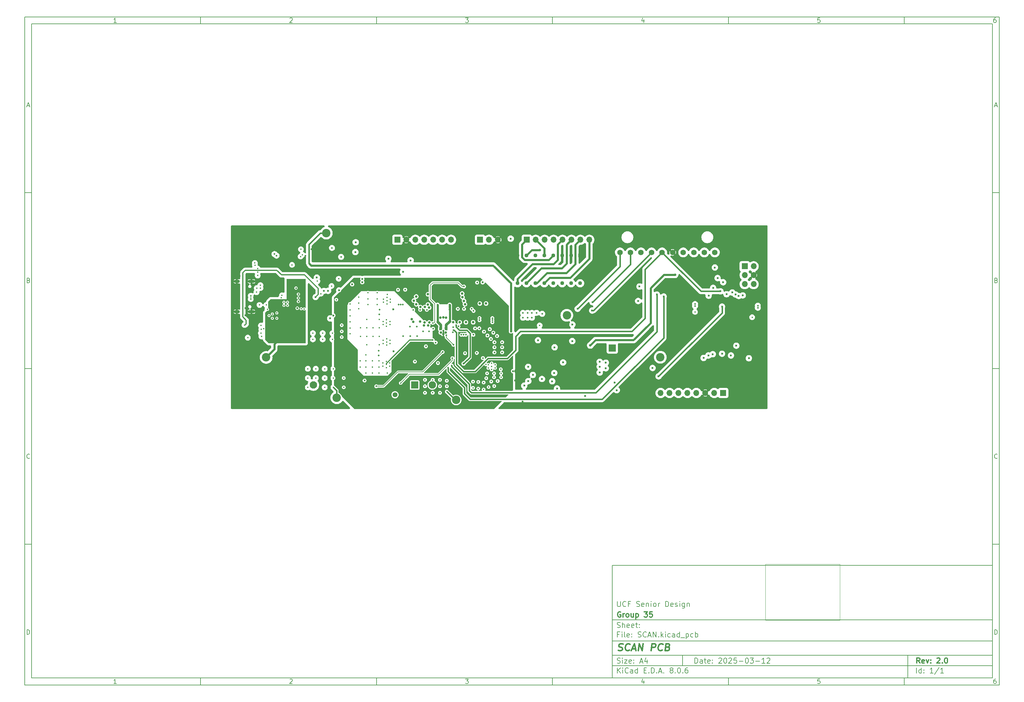
<source format=gbr>
G04 #@! TF.GenerationSoftware,KiCad,Pcbnew,8.0.6*
G04 #@! TF.CreationDate,2025-03-13T06:21:31-04:00*
G04 #@! TF.ProjectId,SCAN,5343414e-2e6b-4696-9361-645f70636258,2.0*
G04 #@! TF.SameCoordinates,Original*
G04 #@! TF.FileFunction,Copper,L4,Inr*
G04 #@! TF.FilePolarity,Positive*
%FSLAX46Y46*%
G04 Gerber Fmt 4.6, Leading zero omitted, Abs format (unit mm)*
G04 Created by KiCad (PCBNEW 8.0.6) date 2025-03-13 06:21:31*
%MOMM*%
%LPD*%
G01*
G04 APERTURE LIST*
%ADD10C,0.100000*%
%ADD11C,0.150000*%
%ADD12C,0.300000*%
%ADD13C,0.400000*%
G04 #@! TA.AperFunction,EtchedComponent*
%ADD14C,0.000000*%
G04 #@! TD*
G04 #@! TA.AperFunction,ComponentPad*
%ADD15C,1.574800*%
G04 #@! TD*
G04 #@! TA.AperFunction,ComponentPad*
%ADD16C,0.400000*%
G04 #@! TD*
G04 #@! TA.AperFunction,ComponentPad*
%ADD17R,2.000000X2.000000*%
G04 #@! TD*
G04 #@! TA.AperFunction,ComponentPad*
%ADD18C,2.000000*%
G04 #@! TD*
G04 #@! TA.AperFunction,ComponentPad*
%ADD19C,2.400000*%
G04 #@! TD*
G04 #@! TA.AperFunction,ComponentPad*
%ADD20R,1.700000X1.700000*%
G04 #@! TD*
G04 #@! TA.AperFunction,ComponentPad*
%ADD21O,1.700000X1.700000*%
G04 #@! TD*
G04 #@! TA.AperFunction,Conductor*
%ADD22C,0.400000*%
G04 #@! TD*
G04 #@! TA.AperFunction,ComponentPad*
%ADD23R,2.100000X2.100000*%
G04 #@! TD*
G04 #@! TA.AperFunction,ComponentPad*
%ADD24C,2.100000*%
G04 #@! TD*
G04 #@! TA.AperFunction,ComponentPad*
%ADD25O,2.000000X0.900000*%
G04 #@! TD*
G04 #@! TA.AperFunction,ComponentPad*
%ADD26O,1.700000X0.900000*%
G04 #@! TD*
G04 #@! TA.AperFunction,ComponentPad*
%ADD27C,5.700000*%
G04 #@! TD*
G04 #@! TA.AperFunction,ComponentPad*
%ADD28R,1.416000X1.416000*%
G04 #@! TD*
G04 #@! TA.AperFunction,ComponentPad*
%ADD29C,1.416000*%
G04 #@! TD*
G04 #@! TA.AperFunction,ComponentPad*
%ADD30R,1.130000X1.130000*%
G04 #@! TD*
G04 #@! TA.AperFunction,ComponentPad*
%ADD31C,1.130000*%
G04 #@! TD*
G04 #@! TA.AperFunction,ViaPad*
%ADD32C,0.400000*%
G04 #@! TD*
G04 #@! TA.AperFunction,ViaPad*
%ADD33C,0.600000*%
G04 #@! TD*
G04 #@! TA.AperFunction,ViaPad*
%ADD34C,0.700000*%
G04 #@! TD*
G04 #@! TA.AperFunction,ViaPad*
%ADD35C,0.500000*%
G04 #@! TD*
G04 #@! TA.AperFunction,ViaPad*
%ADD36C,0.450000*%
G04 #@! TD*
G04 #@! TA.AperFunction,ViaPad*
%ADD37C,0.550000*%
G04 #@! TD*
G04 #@! TA.AperFunction,Conductor*
%ADD38C,0.400000*%
G04 #@! TD*
G04 #@! TA.AperFunction,Conductor*
%ADD39C,0.600000*%
G04 #@! TD*
G04 #@! TA.AperFunction,Conductor*
%ADD40C,0.200000*%
G04 #@! TD*
G04 #@! TA.AperFunction,Conductor*
%ADD41C,0.150000*%
G04 #@! TD*
G04 #@! TA.AperFunction,Conductor*
%ADD42C,0.800000*%
G04 #@! TD*
G04 #@! TA.AperFunction,Conductor*
%ADD43C,0.500000*%
G04 #@! TD*
G04 #@! TA.AperFunction,Conductor*
%ADD44C,0.300000*%
G04 #@! TD*
G04 APERTURE END LIST*
D10*
X220538867Y-165653700D02*
X220538867Y-181528700D01*
X241705533Y-181528700D01*
X241705533Y-165653700D01*
X220538867Y-165653700D01*
D11*
X177002200Y-166007200D02*
X285002200Y-166007200D01*
X285002200Y-198007200D01*
X177002200Y-198007200D01*
X177002200Y-166007200D01*
D10*
D11*
X10000000Y-10000000D02*
X287002200Y-10000000D01*
X287002200Y-200007200D01*
X10000000Y-200007200D01*
X10000000Y-10000000D01*
D10*
D11*
X12000000Y-12000000D02*
X285002200Y-12000000D01*
X285002200Y-198007200D01*
X12000000Y-198007200D01*
X12000000Y-12000000D01*
D10*
D11*
X60000000Y-12000000D02*
X60000000Y-10000000D01*
D10*
D11*
X110000000Y-12000000D02*
X110000000Y-10000000D01*
D10*
D11*
X160000000Y-12000000D02*
X160000000Y-10000000D01*
D10*
D11*
X210000000Y-12000000D02*
X210000000Y-10000000D01*
D10*
D11*
X260000000Y-12000000D02*
X260000000Y-10000000D01*
D10*
D11*
X36089160Y-11593604D02*
X35346303Y-11593604D01*
X35717731Y-11593604D02*
X35717731Y-10293604D01*
X35717731Y-10293604D02*
X35593922Y-10479319D01*
X35593922Y-10479319D02*
X35470112Y-10603128D01*
X35470112Y-10603128D02*
X35346303Y-10665033D01*
D10*
D11*
X85346303Y-10417414D02*
X85408207Y-10355509D01*
X85408207Y-10355509D02*
X85532017Y-10293604D01*
X85532017Y-10293604D02*
X85841541Y-10293604D01*
X85841541Y-10293604D02*
X85965350Y-10355509D01*
X85965350Y-10355509D02*
X86027255Y-10417414D01*
X86027255Y-10417414D02*
X86089160Y-10541223D01*
X86089160Y-10541223D02*
X86089160Y-10665033D01*
X86089160Y-10665033D02*
X86027255Y-10850747D01*
X86027255Y-10850747D02*
X85284398Y-11593604D01*
X85284398Y-11593604D02*
X86089160Y-11593604D01*
D10*
D11*
X135284398Y-10293604D02*
X136089160Y-10293604D01*
X136089160Y-10293604D02*
X135655826Y-10788842D01*
X135655826Y-10788842D02*
X135841541Y-10788842D01*
X135841541Y-10788842D02*
X135965350Y-10850747D01*
X135965350Y-10850747D02*
X136027255Y-10912652D01*
X136027255Y-10912652D02*
X136089160Y-11036461D01*
X136089160Y-11036461D02*
X136089160Y-11345985D01*
X136089160Y-11345985D02*
X136027255Y-11469795D01*
X136027255Y-11469795D02*
X135965350Y-11531700D01*
X135965350Y-11531700D02*
X135841541Y-11593604D01*
X135841541Y-11593604D02*
X135470112Y-11593604D01*
X135470112Y-11593604D02*
X135346303Y-11531700D01*
X135346303Y-11531700D02*
X135284398Y-11469795D01*
D10*
D11*
X185965350Y-10726938D02*
X185965350Y-11593604D01*
X185655826Y-10231700D02*
X185346303Y-11160271D01*
X185346303Y-11160271D02*
X186151064Y-11160271D01*
D10*
D11*
X236027255Y-10293604D02*
X235408207Y-10293604D01*
X235408207Y-10293604D02*
X235346303Y-10912652D01*
X235346303Y-10912652D02*
X235408207Y-10850747D01*
X235408207Y-10850747D02*
X235532017Y-10788842D01*
X235532017Y-10788842D02*
X235841541Y-10788842D01*
X235841541Y-10788842D02*
X235965350Y-10850747D01*
X235965350Y-10850747D02*
X236027255Y-10912652D01*
X236027255Y-10912652D02*
X236089160Y-11036461D01*
X236089160Y-11036461D02*
X236089160Y-11345985D01*
X236089160Y-11345985D02*
X236027255Y-11469795D01*
X236027255Y-11469795D02*
X235965350Y-11531700D01*
X235965350Y-11531700D02*
X235841541Y-11593604D01*
X235841541Y-11593604D02*
X235532017Y-11593604D01*
X235532017Y-11593604D02*
X235408207Y-11531700D01*
X235408207Y-11531700D02*
X235346303Y-11469795D01*
D10*
D11*
X285965350Y-10293604D02*
X285717731Y-10293604D01*
X285717731Y-10293604D02*
X285593922Y-10355509D01*
X285593922Y-10355509D02*
X285532017Y-10417414D01*
X285532017Y-10417414D02*
X285408207Y-10603128D01*
X285408207Y-10603128D02*
X285346303Y-10850747D01*
X285346303Y-10850747D02*
X285346303Y-11345985D01*
X285346303Y-11345985D02*
X285408207Y-11469795D01*
X285408207Y-11469795D02*
X285470112Y-11531700D01*
X285470112Y-11531700D02*
X285593922Y-11593604D01*
X285593922Y-11593604D02*
X285841541Y-11593604D01*
X285841541Y-11593604D02*
X285965350Y-11531700D01*
X285965350Y-11531700D02*
X286027255Y-11469795D01*
X286027255Y-11469795D02*
X286089160Y-11345985D01*
X286089160Y-11345985D02*
X286089160Y-11036461D01*
X286089160Y-11036461D02*
X286027255Y-10912652D01*
X286027255Y-10912652D02*
X285965350Y-10850747D01*
X285965350Y-10850747D02*
X285841541Y-10788842D01*
X285841541Y-10788842D02*
X285593922Y-10788842D01*
X285593922Y-10788842D02*
X285470112Y-10850747D01*
X285470112Y-10850747D02*
X285408207Y-10912652D01*
X285408207Y-10912652D02*
X285346303Y-11036461D01*
D10*
D11*
X60000000Y-198007200D02*
X60000000Y-200007200D01*
D10*
D11*
X110000000Y-198007200D02*
X110000000Y-200007200D01*
D10*
D11*
X160000000Y-198007200D02*
X160000000Y-200007200D01*
D10*
D11*
X210000000Y-198007200D02*
X210000000Y-200007200D01*
D10*
D11*
X260000000Y-198007200D02*
X260000000Y-200007200D01*
D10*
D11*
X36089160Y-199600804D02*
X35346303Y-199600804D01*
X35717731Y-199600804D02*
X35717731Y-198300804D01*
X35717731Y-198300804D02*
X35593922Y-198486519D01*
X35593922Y-198486519D02*
X35470112Y-198610328D01*
X35470112Y-198610328D02*
X35346303Y-198672233D01*
D10*
D11*
X85346303Y-198424614D02*
X85408207Y-198362709D01*
X85408207Y-198362709D02*
X85532017Y-198300804D01*
X85532017Y-198300804D02*
X85841541Y-198300804D01*
X85841541Y-198300804D02*
X85965350Y-198362709D01*
X85965350Y-198362709D02*
X86027255Y-198424614D01*
X86027255Y-198424614D02*
X86089160Y-198548423D01*
X86089160Y-198548423D02*
X86089160Y-198672233D01*
X86089160Y-198672233D02*
X86027255Y-198857947D01*
X86027255Y-198857947D02*
X85284398Y-199600804D01*
X85284398Y-199600804D02*
X86089160Y-199600804D01*
D10*
D11*
X135284398Y-198300804D02*
X136089160Y-198300804D01*
X136089160Y-198300804D02*
X135655826Y-198796042D01*
X135655826Y-198796042D02*
X135841541Y-198796042D01*
X135841541Y-198796042D02*
X135965350Y-198857947D01*
X135965350Y-198857947D02*
X136027255Y-198919852D01*
X136027255Y-198919852D02*
X136089160Y-199043661D01*
X136089160Y-199043661D02*
X136089160Y-199353185D01*
X136089160Y-199353185D02*
X136027255Y-199476995D01*
X136027255Y-199476995D02*
X135965350Y-199538900D01*
X135965350Y-199538900D02*
X135841541Y-199600804D01*
X135841541Y-199600804D02*
X135470112Y-199600804D01*
X135470112Y-199600804D02*
X135346303Y-199538900D01*
X135346303Y-199538900D02*
X135284398Y-199476995D01*
D10*
D11*
X185965350Y-198734138D02*
X185965350Y-199600804D01*
X185655826Y-198238900D02*
X185346303Y-199167471D01*
X185346303Y-199167471D02*
X186151064Y-199167471D01*
D10*
D11*
X236027255Y-198300804D02*
X235408207Y-198300804D01*
X235408207Y-198300804D02*
X235346303Y-198919852D01*
X235346303Y-198919852D02*
X235408207Y-198857947D01*
X235408207Y-198857947D02*
X235532017Y-198796042D01*
X235532017Y-198796042D02*
X235841541Y-198796042D01*
X235841541Y-198796042D02*
X235965350Y-198857947D01*
X235965350Y-198857947D02*
X236027255Y-198919852D01*
X236027255Y-198919852D02*
X236089160Y-199043661D01*
X236089160Y-199043661D02*
X236089160Y-199353185D01*
X236089160Y-199353185D02*
X236027255Y-199476995D01*
X236027255Y-199476995D02*
X235965350Y-199538900D01*
X235965350Y-199538900D02*
X235841541Y-199600804D01*
X235841541Y-199600804D02*
X235532017Y-199600804D01*
X235532017Y-199600804D02*
X235408207Y-199538900D01*
X235408207Y-199538900D02*
X235346303Y-199476995D01*
D10*
D11*
X285965350Y-198300804D02*
X285717731Y-198300804D01*
X285717731Y-198300804D02*
X285593922Y-198362709D01*
X285593922Y-198362709D02*
X285532017Y-198424614D01*
X285532017Y-198424614D02*
X285408207Y-198610328D01*
X285408207Y-198610328D02*
X285346303Y-198857947D01*
X285346303Y-198857947D02*
X285346303Y-199353185D01*
X285346303Y-199353185D02*
X285408207Y-199476995D01*
X285408207Y-199476995D02*
X285470112Y-199538900D01*
X285470112Y-199538900D02*
X285593922Y-199600804D01*
X285593922Y-199600804D02*
X285841541Y-199600804D01*
X285841541Y-199600804D02*
X285965350Y-199538900D01*
X285965350Y-199538900D02*
X286027255Y-199476995D01*
X286027255Y-199476995D02*
X286089160Y-199353185D01*
X286089160Y-199353185D02*
X286089160Y-199043661D01*
X286089160Y-199043661D02*
X286027255Y-198919852D01*
X286027255Y-198919852D02*
X285965350Y-198857947D01*
X285965350Y-198857947D02*
X285841541Y-198796042D01*
X285841541Y-198796042D02*
X285593922Y-198796042D01*
X285593922Y-198796042D02*
X285470112Y-198857947D01*
X285470112Y-198857947D02*
X285408207Y-198919852D01*
X285408207Y-198919852D02*
X285346303Y-199043661D01*
D10*
D11*
X10000000Y-60000000D02*
X12000000Y-60000000D01*
D10*
D11*
X10000000Y-110000000D02*
X12000000Y-110000000D01*
D10*
D11*
X10000000Y-160000000D02*
X12000000Y-160000000D01*
D10*
D11*
X10690476Y-35222176D02*
X11309523Y-35222176D01*
X10566666Y-35593604D02*
X10999999Y-34293604D01*
X10999999Y-34293604D02*
X11433333Y-35593604D01*
D10*
D11*
X11092857Y-84912652D02*
X11278571Y-84974557D01*
X11278571Y-84974557D02*
X11340476Y-85036461D01*
X11340476Y-85036461D02*
X11402380Y-85160271D01*
X11402380Y-85160271D02*
X11402380Y-85345985D01*
X11402380Y-85345985D02*
X11340476Y-85469795D01*
X11340476Y-85469795D02*
X11278571Y-85531700D01*
X11278571Y-85531700D02*
X11154761Y-85593604D01*
X11154761Y-85593604D02*
X10659523Y-85593604D01*
X10659523Y-85593604D02*
X10659523Y-84293604D01*
X10659523Y-84293604D02*
X11092857Y-84293604D01*
X11092857Y-84293604D02*
X11216666Y-84355509D01*
X11216666Y-84355509D02*
X11278571Y-84417414D01*
X11278571Y-84417414D02*
X11340476Y-84541223D01*
X11340476Y-84541223D02*
X11340476Y-84665033D01*
X11340476Y-84665033D02*
X11278571Y-84788842D01*
X11278571Y-84788842D02*
X11216666Y-84850747D01*
X11216666Y-84850747D02*
X11092857Y-84912652D01*
X11092857Y-84912652D02*
X10659523Y-84912652D01*
D10*
D11*
X11402380Y-135469795D02*
X11340476Y-135531700D01*
X11340476Y-135531700D02*
X11154761Y-135593604D01*
X11154761Y-135593604D02*
X11030952Y-135593604D01*
X11030952Y-135593604D02*
X10845238Y-135531700D01*
X10845238Y-135531700D02*
X10721428Y-135407890D01*
X10721428Y-135407890D02*
X10659523Y-135284080D01*
X10659523Y-135284080D02*
X10597619Y-135036461D01*
X10597619Y-135036461D02*
X10597619Y-134850747D01*
X10597619Y-134850747D02*
X10659523Y-134603128D01*
X10659523Y-134603128D02*
X10721428Y-134479319D01*
X10721428Y-134479319D02*
X10845238Y-134355509D01*
X10845238Y-134355509D02*
X11030952Y-134293604D01*
X11030952Y-134293604D02*
X11154761Y-134293604D01*
X11154761Y-134293604D02*
X11340476Y-134355509D01*
X11340476Y-134355509D02*
X11402380Y-134417414D01*
D10*
D11*
X10659523Y-185593604D02*
X10659523Y-184293604D01*
X10659523Y-184293604D02*
X10969047Y-184293604D01*
X10969047Y-184293604D02*
X11154761Y-184355509D01*
X11154761Y-184355509D02*
X11278571Y-184479319D01*
X11278571Y-184479319D02*
X11340476Y-184603128D01*
X11340476Y-184603128D02*
X11402380Y-184850747D01*
X11402380Y-184850747D02*
X11402380Y-185036461D01*
X11402380Y-185036461D02*
X11340476Y-185284080D01*
X11340476Y-185284080D02*
X11278571Y-185407890D01*
X11278571Y-185407890D02*
X11154761Y-185531700D01*
X11154761Y-185531700D02*
X10969047Y-185593604D01*
X10969047Y-185593604D02*
X10659523Y-185593604D01*
D10*
D11*
X287002200Y-60000000D02*
X285002200Y-60000000D01*
D10*
D11*
X287002200Y-110000000D02*
X285002200Y-110000000D01*
D10*
D11*
X287002200Y-160000000D02*
X285002200Y-160000000D01*
D10*
D11*
X285692676Y-35222176D02*
X286311723Y-35222176D01*
X285568866Y-35593604D02*
X286002199Y-34293604D01*
X286002199Y-34293604D02*
X286435533Y-35593604D01*
D10*
D11*
X286095057Y-84912652D02*
X286280771Y-84974557D01*
X286280771Y-84974557D02*
X286342676Y-85036461D01*
X286342676Y-85036461D02*
X286404580Y-85160271D01*
X286404580Y-85160271D02*
X286404580Y-85345985D01*
X286404580Y-85345985D02*
X286342676Y-85469795D01*
X286342676Y-85469795D02*
X286280771Y-85531700D01*
X286280771Y-85531700D02*
X286156961Y-85593604D01*
X286156961Y-85593604D02*
X285661723Y-85593604D01*
X285661723Y-85593604D02*
X285661723Y-84293604D01*
X285661723Y-84293604D02*
X286095057Y-84293604D01*
X286095057Y-84293604D02*
X286218866Y-84355509D01*
X286218866Y-84355509D02*
X286280771Y-84417414D01*
X286280771Y-84417414D02*
X286342676Y-84541223D01*
X286342676Y-84541223D02*
X286342676Y-84665033D01*
X286342676Y-84665033D02*
X286280771Y-84788842D01*
X286280771Y-84788842D02*
X286218866Y-84850747D01*
X286218866Y-84850747D02*
X286095057Y-84912652D01*
X286095057Y-84912652D02*
X285661723Y-84912652D01*
D10*
D11*
X286404580Y-135469795D02*
X286342676Y-135531700D01*
X286342676Y-135531700D02*
X286156961Y-135593604D01*
X286156961Y-135593604D02*
X286033152Y-135593604D01*
X286033152Y-135593604D02*
X285847438Y-135531700D01*
X285847438Y-135531700D02*
X285723628Y-135407890D01*
X285723628Y-135407890D02*
X285661723Y-135284080D01*
X285661723Y-135284080D02*
X285599819Y-135036461D01*
X285599819Y-135036461D02*
X285599819Y-134850747D01*
X285599819Y-134850747D02*
X285661723Y-134603128D01*
X285661723Y-134603128D02*
X285723628Y-134479319D01*
X285723628Y-134479319D02*
X285847438Y-134355509D01*
X285847438Y-134355509D02*
X286033152Y-134293604D01*
X286033152Y-134293604D02*
X286156961Y-134293604D01*
X286156961Y-134293604D02*
X286342676Y-134355509D01*
X286342676Y-134355509D02*
X286404580Y-134417414D01*
D10*
D11*
X285661723Y-185593604D02*
X285661723Y-184293604D01*
X285661723Y-184293604D02*
X285971247Y-184293604D01*
X285971247Y-184293604D02*
X286156961Y-184355509D01*
X286156961Y-184355509D02*
X286280771Y-184479319D01*
X286280771Y-184479319D02*
X286342676Y-184603128D01*
X286342676Y-184603128D02*
X286404580Y-184850747D01*
X286404580Y-184850747D02*
X286404580Y-185036461D01*
X286404580Y-185036461D02*
X286342676Y-185284080D01*
X286342676Y-185284080D02*
X286280771Y-185407890D01*
X286280771Y-185407890D02*
X286156961Y-185531700D01*
X286156961Y-185531700D02*
X285971247Y-185593604D01*
X285971247Y-185593604D02*
X285661723Y-185593604D01*
D10*
D11*
X200458026Y-193793328D02*
X200458026Y-192293328D01*
X200458026Y-192293328D02*
X200815169Y-192293328D01*
X200815169Y-192293328D02*
X201029455Y-192364757D01*
X201029455Y-192364757D02*
X201172312Y-192507614D01*
X201172312Y-192507614D02*
X201243741Y-192650471D01*
X201243741Y-192650471D02*
X201315169Y-192936185D01*
X201315169Y-192936185D02*
X201315169Y-193150471D01*
X201315169Y-193150471D02*
X201243741Y-193436185D01*
X201243741Y-193436185D02*
X201172312Y-193579042D01*
X201172312Y-193579042D02*
X201029455Y-193721900D01*
X201029455Y-193721900D02*
X200815169Y-193793328D01*
X200815169Y-193793328D02*
X200458026Y-193793328D01*
X202600884Y-193793328D02*
X202600884Y-193007614D01*
X202600884Y-193007614D02*
X202529455Y-192864757D01*
X202529455Y-192864757D02*
X202386598Y-192793328D01*
X202386598Y-192793328D02*
X202100884Y-192793328D01*
X202100884Y-192793328D02*
X201958026Y-192864757D01*
X202600884Y-193721900D02*
X202458026Y-193793328D01*
X202458026Y-193793328D02*
X202100884Y-193793328D01*
X202100884Y-193793328D02*
X201958026Y-193721900D01*
X201958026Y-193721900D02*
X201886598Y-193579042D01*
X201886598Y-193579042D02*
X201886598Y-193436185D01*
X201886598Y-193436185D02*
X201958026Y-193293328D01*
X201958026Y-193293328D02*
X202100884Y-193221900D01*
X202100884Y-193221900D02*
X202458026Y-193221900D01*
X202458026Y-193221900D02*
X202600884Y-193150471D01*
X203100884Y-192793328D02*
X203672312Y-192793328D01*
X203315169Y-192293328D02*
X203315169Y-193579042D01*
X203315169Y-193579042D02*
X203386598Y-193721900D01*
X203386598Y-193721900D02*
X203529455Y-193793328D01*
X203529455Y-193793328D02*
X203672312Y-193793328D01*
X204743741Y-193721900D02*
X204600884Y-193793328D01*
X204600884Y-193793328D02*
X204315170Y-193793328D01*
X204315170Y-193793328D02*
X204172312Y-193721900D01*
X204172312Y-193721900D02*
X204100884Y-193579042D01*
X204100884Y-193579042D02*
X204100884Y-193007614D01*
X204100884Y-193007614D02*
X204172312Y-192864757D01*
X204172312Y-192864757D02*
X204315170Y-192793328D01*
X204315170Y-192793328D02*
X204600884Y-192793328D01*
X204600884Y-192793328D02*
X204743741Y-192864757D01*
X204743741Y-192864757D02*
X204815170Y-193007614D01*
X204815170Y-193007614D02*
X204815170Y-193150471D01*
X204815170Y-193150471D02*
X204100884Y-193293328D01*
X205458026Y-193650471D02*
X205529455Y-193721900D01*
X205529455Y-193721900D02*
X205458026Y-193793328D01*
X205458026Y-193793328D02*
X205386598Y-193721900D01*
X205386598Y-193721900D02*
X205458026Y-193650471D01*
X205458026Y-193650471D02*
X205458026Y-193793328D01*
X205458026Y-192864757D02*
X205529455Y-192936185D01*
X205529455Y-192936185D02*
X205458026Y-193007614D01*
X205458026Y-193007614D02*
X205386598Y-192936185D01*
X205386598Y-192936185D02*
X205458026Y-192864757D01*
X205458026Y-192864757D02*
X205458026Y-193007614D01*
X207243741Y-192436185D02*
X207315169Y-192364757D01*
X207315169Y-192364757D02*
X207458027Y-192293328D01*
X207458027Y-192293328D02*
X207815169Y-192293328D01*
X207815169Y-192293328D02*
X207958027Y-192364757D01*
X207958027Y-192364757D02*
X208029455Y-192436185D01*
X208029455Y-192436185D02*
X208100884Y-192579042D01*
X208100884Y-192579042D02*
X208100884Y-192721900D01*
X208100884Y-192721900D02*
X208029455Y-192936185D01*
X208029455Y-192936185D02*
X207172312Y-193793328D01*
X207172312Y-193793328D02*
X208100884Y-193793328D01*
X209029455Y-192293328D02*
X209172312Y-192293328D01*
X209172312Y-192293328D02*
X209315169Y-192364757D01*
X209315169Y-192364757D02*
X209386598Y-192436185D01*
X209386598Y-192436185D02*
X209458026Y-192579042D01*
X209458026Y-192579042D02*
X209529455Y-192864757D01*
X209529455Y-192864757D02*
X209529455Y-193221900D01*
X209529455Y-193221900D02*
X209458026Y-193507614D01*
X209458026Y-193507614D02*
X209386598Y-193650471D01*
X209386598Y-193650471D02*
X209315169Y-193721900D01*
X209315169Y-193721900D02*
X209172312Y-193793328D01*
X209172312Y-193793328D02*
X209029455Y-193793328D01*
X209029455Y-193793328D02*
X208886598Y-193721900D01*
X208886598Y-193721900D02*
X208815169Y-193650471D01*
X208815169Y-193650471D02*
X208743740Y-193507614D01*
X208743740Y-193507614D02*
X208672312Y-193221900D01*
X208672312Y-193221900D02*
X208672312Y-192864757D01*
X208672312Y-192864757D02*
X208743740Y-192579042D01*
X208743740Y-192579042D02*
X208815169Y-192436185D01*
X208815169Y-192436185D02*
X208886598Y-192364757D01*
X208886598Y-192364757D02*
X209029455Y-192293328D01*
X210100883Y-192436185D02*
X210172311Y-192364757D01*
X210172311Y-192364757D02*
X210315169Y-192293328D01*
X210315169Y-192293328D02*
X210672311Y-192293328D01*
X210672311Y-192293328D02*
X210815169Y-192364757D01*
X210815169Y-192364757D02*
X210886597Y-192436185D01*
X210886597Y-192436185D02*
X210958026Y-192579042D01*
X210958026Y-192579042D02*
X210958026Y-192721900D01*
X210958026Y-192721900D02*
X210886597Y-192936185D01*
X210886597Y-192936185D02*
X210029454Y-193793328D01*
X210029454Y-193793328D02*
X210958026Y-193793328D01*
X212315168Y-192293328D02*
X211600882Y-192293328D01*
X211600882Y-192293328D02*
X211529454Y-193007614D01*
X211529454Y-193007614D02*
X211600882Y-192936185D01*
X211600882Y-192936185D02*
X211743740Y-192864757D01*
X211743740Y-192864757D02*
X212100882Y-192864757D01*
X212100882Y-192864757D02*
X212243740Y-192936185D01*
X212243740Y-192936185D02*
X212315168Y-193007614D01*
X212315168Y-193007614D02*
X212386597Y-193150471D01*
X212386597Y-193150471D02*
X212386597Y-193507614D01*
X212386597Y-193507614D02*
X212315168Y-193650471D01*
X212315168Y-193650471D02*
X212243740Y-193721900D01*
X212243740Y-193721900D02*
X212100882Y-193793328D01*
X212100882Y-193793328D02*
X211743740Y-193793328D01*
X211743740Y-193793328D02*
X211600882Y-193721900D01*
X211600882Y-193721900D02*
X211529454Y-193650471D01*
X213029453Y-193221900D02*
X214172311Y-193221900D01*
X215172311Y-192293328D02*
X215315168Y-192293328D01*
X215315168Y-192293328D02*
X215458025Y-192364757D01*
X215458025Y-192364757D02*
X215529454Y-192436185D01*
X215529454Y-192436185D02*
X215600882Y-192579042D01*
X215600882Y-192579042D02*
X215672311Y-192864757D01*
X215672311Y-192864757D02*
X215672311Y-193221900D01*
X215672311Y-193221900D02*
X215600882Y-193507614D01*
X215600882Y-193507614D02*
X215529454Y-193650471D01*
X215529454Y-193650471D02*
X215458025Y-193721900D01*
X215458025Y-193721900D02*
X215315168Y-193793328D01*
X215315168Y-193793328D02*
X215172311Y-193793328D01*
X215172311Y-193793328D02*
X215029454Y-193721900D01*
X215029454Y-193721900D02*
X214958025Y-193650471D01*
X214958025Y-193650471D02*
X214886596Y-193507614D01*
X214886596Y-193507614D02*
X214815168Y-193221900D01*
X214815168Y-193221900D02*
X214815168Y-192864757D01*
X214815168Y-192864757D02*
X214886596Y-192579042D01*
X214886596Y-192579042D02*
X214958025Y-192436185D01*
X214958025Y-192436185D02*
X215029454Y-192364757D01*
X215029454Y-192364757D02*
X215172311Y-192293328D01*
X216172310Y-192293328D02*
X217100882Y-192293328D01*
X217100882Y-192293328D02*
X216600882Y-192864757D01*
X216600882Y-192864757D02*
X216815167Y-192864757D01*
X216815167Y-192864757D02*
X216958025Y-192936185D01*
X216958025Y-192936185D02*
X217029453Y-193007614D01*
X217029453Y-193007614D02*
X217100882Y-193150471D01*
X217100882Y-193150471D02*
X217100882Y-193507614D01*
X217100882Y-193507614D02*
X217029453Y-193650471D01*
X217029453Y-193650471D02*
X216958025Y-193721900D01*
X216958025Y-193721900D02*
X216815167Y-193793328D01*
X216815167Y-193793328D02*
X216386596Y-193793328D01*
X216386596Y-193793328D02*
X216243739Y-193721900D01*
X216243739Y-193721900D02*
X216172310Y-193650471D01*
X217743738Y-193221900D02*
X218886596Y-193221900D01*
X220386596Y-193793328D02*
X219529453Y-193793328D01*
X219958024Y-193793328D02*
X219958024Y-192293328D01*
X219958024Y-192293328D02*
X219815167Y-192507614D01*
X219815167Y-192507614D02*
X219672310Y-192650471D01*
X219672310Y-192650471D02*
X219529453Y-192721900D01*
X220958024Y-192436185D02*
X221029452Y-192364757D01*
X221029452Y-192364757D02*
X221172310Y-192293328D01*
X221172310Y-192293328D02*
X221529452Y-192293328D01*
X221529452Y-192293328D02*
X221672310Y-192364757D01*
X221672310Y-192364757D02*
X221743738Y-192436185D01*
X221743738Y-192436185D02*
X221815167Y-192579042D01*
X221815167Y-192579042D02*
X221815167Y-192721900D01*
X221815167Y-192721900D02*
X221743738Y-192936185D01*
X221743738Y-192936185D02*
X220886595Y-193793328D01*
X220886595Y-193793328D02*
X221815167Y-193793328D01*
D10*
D11*
X177002200Y-194507200D02*
X285002200Y-194507200D01*
D10*
D11*
X178458026Y-196593328D02*
X178458026Y-195093328D01*
X179315169Y-196593328D02*
X178672312Y-195736185D01*
X179315169Y-195093328D02*
X178458026Y-195950471D01*
X179958026Y-196593328D02*
X179958026Y-195593328D01*
X179958026Y-195093328D02*
X179886598Y-195164757D01*
X179886598Y-195164757D02*
X179958026Y-195236185D01*
X179958026Y-195236185D02*
X180029455Y-195164757D01*
X180029455Y-195164757D02*
X179958026Y-195093328D01*
X179958026Y-195093328D02*
X179958026Y-195236185D01*
X181529455Y-196450471D02*
X181458027Y-196521900D01*
X181458027Y-196521900D02*
X181243741Y-196593328D01*
X181243741Y-196593328D02*
X181100884Y-196593328D01*
X181100884Y-196593328D02*
X180886598Y-196521900D01*
X180886598Y-196521900D02*
X180743741Y-196379042D01*
X180743741Y-196379042D02*
X180672312Y-196236185D01*
X180672312Y-196236185D02*
X180600884Y-195950471D01*
X180600884Y-195950471D02*
X180600884Y-195736185D01*
X180600884Y-195736185D02*
X180672312Y-195450471D01*
X180672312Y-195450471D02*
X180743741Y-195307614D01*
X180743741Y-195307614D02*
X180886598Y-195164757D01*
X180886598Y-195164757D02*
X181100884Y-195093328D01*
X181100884Y-195093328D02*
X181243741Y-195093328D01*
X181243741Y-195093328D02*
X181458027Y-195164757D01*
X181458027Y-195164757D02*
X181529455Y-195236185D01*
X182815170Y-196593328D02*
X182815170Y-195807614D01*
X182815170Y-195807614D02*
X182743741Y-195664757D01*
X182743741Y-195664757D02*
X182600884Y-195593328D01*
X182600884Y-195593328D02*
X182315170Y-195593328D01*
X182315170Y-195593328D02*
X182172312Y-195664757D01*
X182815170Y-196521900D02*
X182672312Y-196593328D01*
X182672312Y-196593328D02*
X182315170Y-196593328D01*
X182315170Y-196593328D02*
X182172312Y-196521900D01*
X182172312Y-196521900D02*
X182100884Y-196379042D01*
X182100884Y-196379042D02*
X182100884Y-196236185D01*
X182100884Y-196236185D02*
X182172312Y-196093328D01*
X182172312Y-196093328D02*
X182315170Y-196021900D01*
X182315170Y-196021900D02*
X182672312Y-196021900D01*
X182672312Y-196021900D02*
X182815170Y-195950471D01*
X184172313Y-196593328D02*
X184172313Y-195093328D01*
X184172313Y-196521900D02*
X184029455Y-196593328D01*
X184029455Y-196593328D02*
X183743741Y-196593328D01*
X183743741Y-196593328D02*
X183600884Y-196521900D01*
X183600884Y-196521900D02*
X183529455Y-196450471D01*
X183529455Y-196450471D02*
X183458027Y-196307614D01*
X183458027Y-196307614D02*
X183458027Y-195879042D01*
X183458027Y-195879042D02*
X183529455Y-195736185D01*
X183529455Y-195736185D02*
X183600884Y-195664757D01*
X183600884Y-195664757D02*
X183743741Y-195593328D01*
X183743741Y-195593328D02*
X184029455Y-195593328D01*
X184029455Y-195593328D02*
X184172313Y-195664757D01*
X186029455Y-195807614D02*
X186529455Y-195807614D01*
X186743741Y-196593328D02*
X186029455Y-196593328D01*
X186029455Y-196593328D02*
X186029455Y-195093328D01*
X186029455Y-195093328D02*
X186743741Y-195093328D01*
X187386598Y-196450471D02*
X187458027Y-196521900D01*
X187458027Y-196521900D02*
X187386598Y-196593328D01*
X187386598Y-196593328D02*
X187315170Y-196521900D01*
X187315170Y-196521900D02*
X187386598Y-196450471D01*
X187386598Y-196450471D02*
X187386598Y-196593328D01*
X188100884Y-196593328D02*
X188100884Y-195093328D01*
X188100884Y-195093328D02*
X188458027Y-195093328D01*
X188458027Y-195093328D02*
X188672313Y-195164757D01*
X188672313Y-195164757D02*
X188815170Y-195307614D01*
X188815170Y-195307614D02*
X188886599Y-195450471D01*
X188886599Y-195450471D02*
X188958027Y-195736185D01*
X188958027Y-195736185D02*
X188958027Y-195950471D01*
X188958027Y-195950471D02*
X188886599Y-196236185D01*
X188886599Y-196236185D02*
X188815170Y-196379042D01*
X188815170Y-196379042D02*
X188672313Y-196521900D01*
X188672313Y-196521900D02*
X188458027Y-196593328D01*
X188458027Y-196593328D02*
X188100884Y-196593328D01*
X189600884Y-196450471D02*
X189672313Y-196521900D01*
X189672313Y-196521900D02*
X189600884Y-196593328D01*
X189600884Y-196593328D02*
X189529456Y-196521900D01*
X189529456Y-196521900D02*
X189600884Y-196450471D01*
X189600884Y-196450471D02*
X189600884Y-196593328D01*
X190243742Y-196164757D02*
X190958028Y-196164757D01*
X190100885Y-196593328D02*
X190600885Y-195093328D01*
X190600885Y-195093328D02*
X191100885Y-196593328D01*
X191600884Y-196450471D02*
X191672313Y-196521900D01*
X191672313Y-196521900D02*
X191600884Y-196593328D01*
X191600884Y-196593328D02*
X191529456Y-196521900D01*
X191529456Y-196521900D02*
X191600884Y-196450471D01*
X191600884Y-196450471D02*
X191600884Y-196593328D01*
X193672313Y-195736185D02*
X193529456Y-195664757D01*
X193529456Y-195664757D02*
X193458027Y-195593328D01*
X193458027Y-195593328D02*
X193386599Y-195450471D01*
X193386599Y-195450471D02*
X193386599Y-195379042D01*
X193386599Y-195379042D02*
X193458027Y-195236185D01*
X193458027Y-195236185D02*
X193529456Y-195164757D01*
X193529456Y-195164757D02*
X193672313Y-195093328D01*
X193672313Y-195093328D02*
X193958027Y-195093328D01*
X193958027Y-195093328D02*
X194100885Y-195164757D01*
X194100885Y-195164757D02*
X194172313Y-195236185D01*
X194172313Y-195236185D02*
X194243742Y-195379042D01*
X194243742Y-195379042D02*
X194243742Y-195450471D01*
X194243742Y-195450471D02*
X194172313Y-195593328D01*
X194172313Y-195593328D02*
X194100885Y-195664757D01*
X194100885Y-195664757D02*
X193958027Y-195736185D01*
X193958027Y-195736185D02*
X193672313Y-195736185D01*
X193672313Y-195736185D02*
X193529456Y-195807614D01*
X193529456Y-195807614D02*
X193458027Y-195879042D01*
X193458027Y-195879042D02*
X193386599Y-196021900D01*
X193386599Y-196021900D02*
X193386599Y-196307614D01*
X193386599Y-196307614D02*
X193458027Y-196450471D01*
X193458027Y-196450471D02*
X193529456Y-196521900D01*
X193529456Y-196521900D02*
X193672313Y-196593328D01*
X193672313Y-196593328D02*
X193958027Y-196593328D01*
X193958027Y-196593328D02*
X194100885Y-196521900D01*
X194100885Y-196521900D02*
X194172313Y-196450471D01*
X194172313Y-196450471D02*
X194243742Y-196307614D01*
X194243742Y-196307614D02*
X194243742Y-196021900D01*
X194243742Y-196021900D02*
X194172313Y-195879042D01*
X194172313Y-195879042D02*
X194100885Y-195807614D01*
X194100885Y-195807614D02*
X193958027Y-195736185D01*
X194886598Y-196450471D02*
X194958027Y-196521900D01*
X194958027Y-196521900D02*
X194886598Y-196593328D01*
X194886598Y-196593328D02*
X194815170Y-196521900D01*
X194815170Y-196521900D02*
X194886598Y-196450471D01*
X194886598Y-196450471D02*
X194886598Y-196593328D01*
X195886599Y-195093328D02*
X196029456Y-195093328D01*
X196029456Y-195093328D02*
X196172313Y-195164757D01*
X196172313Y-195164757D02*
X196243742Y-195236185D01*
X196243742Y-195236185D02*
X196315170Y-195379042D01*
X196315170Y-195379042D02*
X196386599Y-195664757D01*
X196386599Y-195664757D02*
X196386599Y-196021900D01*
X196386599Y-196021900D02*
X196315170Y-196307614D01*
X196315170Y-196307614D02*
X196243742Y-196450471D01*
X196243742Y-196450471D02*
X196172313Y-196521900D01*
X196172313Y-196521900D02*
X196029456Y-196593328D01*
X196029456Y-196593328D02*
X195886599Y-196593328D01*
X195886599Y-196593328D02*
X195743742Y-196521900D01*
X195743742Y-196521900D02*
X195672313Y-196450471D01*
X195672313Y-196450471D02*
X195600884Y-196307614D01*
X195600884Y-196307614D02*
X195529456Y-196021900D01*
X195529456Y-196021900D02*
X195529456Y-195664757D01*
X195529456Y-195664757D02*
X195600884Y-195379042D01*
X195600884Y-195379042D02*
X195672313Y-195236185D01*
X195672313Y-195236185D02*
X195743742Y-195164757D01*
X195743742Y-195164757D02*
X195886599Y-195093328D01*
X197029455Y-196450471D02*
X197100884Y-196521900D01*
X197100884Y-196521900D02*
X197029455Y-196593328D01*
X197029455Y-196593328D02*
X196958027Y-196521900D01*
X196958027Y-196521900D02*
X197029455Y-196450471D01*
X197029455Y-196450471D02*
X197029455Y-196593328D01*
X198386599Y-195093328D02*
X198100884Y-195093328D01*
X198100884Y-195093328D02*
X197958027Y-195164757D01*
X197958027Y-195164757D02*
X197886599Y-195236185D01*
X197886599Y-195236185D02*
X197743741Y-195450471D01*
X197743741Y-195450471D02*
X197672313Y-195736185D01*
X197672313Y-195736185D02*
X197672313Y-196307614D01*
X197672313Y-196307614D02*
X197743741Y-196450471D01*
X197743741Y-196450471D02*
X197815170Y-196521900D01*
X197815170Y-196521900D02*
X197958027Y-196593328D01*
X197958027Y-196593328D02*
X198243741Y-196593328D01*
X198243741Y-196593328D02*
X198386599Y-196521900D01*
X198386599Y-196521900D02*
X198458027Y-196450471D01*
X198458027Y-196450471D02*
X198529456Y-196307614D01*
X198529456Y-196307614D02*
X198529456Y-195950471D01*
X198529456Y-195950471D02*
X198458027Y-195807614D01*
X198458027Y-195807614D02*
X198386599Y-195736185D01*
X198386599Y-195736185D02*
X198243741Y-195664757D01*
X198243741Y-195664757D02*
X197958027Y-195664757D01*
X197958027Y-195664757D02*
X197815170Y-195736185D01*
X197815170Y-195736185D02*
X197743741Y-195807614D01*
X197743741Y-195807614D02*
X197672313Y-195950471D01*
D10*
D11*
X177002200Y-191507200D02*
X285002200Y-191507200D01*
D10*
D12*
X264413853Y-193785528D02*
X263913853Y-193071242D01*
X263556710Y-193785528D02*
X263556710Y-192285528D01*
X263556710Y-192285528D02*
X264128139Y-192285528D01*
X264128139Y-192285528D02*
X264270996Y-192356957D01*
X264270996Y-192356957D02*
X264342425Y-192428385D01*
X264342425Y-192428385D02*
X264413853Y-192571242D01*
X264413853Y-192571242D02*
X264413853Y-192785528D01*
X264413853Y-192785528D02*
X264342425Y-192928385D01*
X264342425Y-192928385D02*
X264270996Y-192999814D01*
X264270996Y-192999814D02*
X264128139Y-193071242D01*
X264128139Y-193071242D02*
X263556710Y-193071242D01*
X265628139Y-193714100D02*
X265485282Y-193785528D01*
X265485282Y-193785528D02*
X265199568Y-193785528D01*
X265199568Y-193785528D02*
X265056710Y-193714100D01*
X265056710Y-193714100D02*
X264985282Y-193571242D01*
X264985282Y-193571242D02*
X264985282Y-192999814D01*
X264985282Y-192999814D02*
X265056710Y-192856957D01*
X265056710Y-192856957D02*
X265199568Y-192785528D01*
X265199568Y-192785528D02*
X265485282Y-192785528D01*
X265485282Y-192785528D02*
X265628139Y-192856957D01*
X265628139Y-192856957D02*
X265699568Y-192999814D01*
X265699568Y-192999814D02*
X265699568Y-193142671D01*
X265699568Y-193142671D02*
X264985282Y-193285528D01*
X266199567Y-192785528D02*
X266556710Y-193785528D01*
X266556710Y-193785528D02*
X266913853Y-192785528D01*
X267485281Y-193642671D02*
X267556710Y-193714100D01*
X267556710Y-193714100D02*
X267485281Y-193785528D01*
X267485281Y-193785528D02*
X267413853Y-193714100D01*
X267413853Y-193714100D02*
X267485281Y-193642671D01*
X267485281Y-193642671D02*
X267485281Y-193785528D01*
X267485281Y-192856957D02*
X267556710Y-192928385D01*
X267556710Y-192928385D02*
X267485281Y-192999814D01*
X267485281Y-192999814D02*
X267413853Y-192928385D01*
X267413853Y-192928385D02*
X267485281Y-192856957D01*
X267485281Y-192856957D02*
X267485281Y-192999814D01*
X269270996Y-192428385D02*
X269342424Y-192356957D01*
X269342424Y-192356957D02*
X269485282Y-192285528D01*
X269485282Y-192285528D02*
X269842424Y-192285528D01*
X269842424Y-192285528D02*
X269985282Y-192356957D01*
X269985282Y-192356957D02*
X270056710Y-192428385D01*
X270056710Y-192428385D02*
X270128139Y-192571242D01*
X270128139Y-192571242D02*
X270128139Y-192714100D01*
X270128139Y-192714100D02*
X270056710Y-192928385D01*
X270056710Y-192928385D02*
X269199567Y-193785528D01*
X269199567Y-193785528D02*
X270128139Y-193785528D01*
X270770995Y-193642671D02*
X270842424Y-193714100D01*
X270842424Y-193714100D02*
X270770995Y-193785528D01*
X270770995Y-193785528D02*
X270699567Y-193714100D01*
X270699567Y-193714100D02*
X270770995Y-193642671D01*
X270770995Y-193642671D02*
X270770995Y-193785528D01*
X271770996Y-192285528D02*
X271913853Y-192285528D01*
X271913853Y-192285528D02*
X272056710Y-192356957D01*
X272056710Y-192356957D02*
X272128139Y-192428385D01*
X272128139Y-192428385D02*
X272199567Y-192571242D01*
X272199567Y-192571242D02*
X272270996Y-192856957D01*
X272270996Y-192856957D02*
X272270996Y-193214100D01*
X272270996Y-193214100D02*
X272199567Y-193499814D01*
X272199567Y-193499814D02*
X272128139Y-193642671D01*
X272128139Y-193642671D02*
X272056710Y-193714100D01*
X272056710Y-193714100D02*
X271913853Y-193785528D01*
X271913853Y-193785528D02*
X271770996Y-193785528D01*
X271770996Y-193785528D02*
X271628139Y-193714100D01*
X271628139Y-193714100D02*
X271556710Y-193642671D01*
X271556710Y-193642671D02*
X271485281Y-193499814D01*
X271485281Y-193499814D02*
X271413853Y-193214100D01*
X271413853Y-193214100D02*
X271413853Y-192856957D01*
X271413853Y-192856957D02*
X271485281Y-192571242D01*
X271485281Y-192571242D02*
X271556710Y-192428385D01*
X271556710Y-192428385D02*
X271628139Y-192356957D01*
X271628139Y-192356957D02*
X271770996Y-192285528D01*
D10*
D11*
X178386598Y-193721900D02*
X178600884Y-193793328D01*
X178600884Y-193793328D02*
X178958026Y-193793328D01*
X178958026Y-193793328D02*
X179100884Y-193721900D01*
X179100884Y-193721900D02*
X179172312Y-193650471D01*
X179172312Y-193650471D02*
X179243741Y-193507614D01*
X179243741Y-193507614D02*
X179243741Y-193364757D01*
X179243741Y-193364757D02*
X179172312Y-193221900D01*
X179172312Y-193221900D02*
X179100884Y-193150471D01*
X179100884Y-193150471D02*
X178958026Y-193079042D01*
X178958026Y-193079042D02*
X178672312Y-193007614D01*
X178672312Y-193007614D02*
X178529455Y-192936185D01*
X178529455Y-192936185D02*
X178458026Y-192864757D01*
X178458026Y-192864757D02*
X178386598Y-192721900D01*
X178386598Y-192721900D02*
X178386598Y-192579042D01*
X178386598Y-192579042D02*
X178458026Y-192436185D01*
X178458026Y-192436185D02*
X178529455Y-192364757D01*
X178529455Y-192364757D02*
X178672312Y-192293328D01*
X178672312Y-192293328D02*
X179029455Y-192293328D01*
X179029455Y-192293328D02*
X179243741Y-192364757D01*
X179886597Y-193793328D02*
X179886597Y-192793328D01*
X179886597Y-192293328D02*
X179815169Y-192364757D01*
X179815169Y-192364757D02*
X179886597Y-192436185D01*
X179886597Y-192436185D02*
X179958026Y-192364757D01*
X179958026Y-192364757D02*
X179886597Y-192293328D01*
X179886597Y-192293328D02*
X179886597Y-192436185D01*
X180458026Y-192793328D02*
X181243741Y-192793328D01*
X181243741Y-192793328D02*
X180458026Y-193793328D01*
X180458026Y-193793328D02*
X181243741Y-193793328D01*
X182386598Y-193721900D02*
X182243741Y-193793328D01*
X182243741Y-193793328D02*
X181958027Y-193793328D01*
X181958027Y-193793328D02*
X181815169Y-193721900D01*
X181815169Y-193721900D02*
X181743741Y-193579042D01*
X181743741Y-193579042D02*
X181743741Y-193007614D01*
X181743741Y-193007614D02*
X181815169Y-192864757D01*
X181815169Y-192864757D02*
X181958027Y-192793328D01*
X181958027Y-192793328D02*
X182243741Y-192793328D01*
X182243741Y-192793328D02*
X182386598Y-192864757D01*
X182386598Y-192864757D02*
X182458027Y-193007614D01*
X182458027Y-193007614D02*
X182458027Y-193150471D01*
X182458027Y-193150471D02*
X181743741Y-193293328D01*
X183100883Y-193650471D02*
X183172312Y-193721900D01*
X183172312Y-193721900D02*
X183100883Y-193793328D01*
X183100883Y-193793328D02*
X183029455Y-193721900D01*
X183029455Y-193721900D02*
X183100883Y-193650471D01*
X183100883Y-193650471D02*
X183100883Y-193793328D01*
X183100883Y-192864757D02*
X183172312Y-192936185D01*
X183172312Y-192936185D02*
X183100883Y-193007614D01*
X183100883Y-193007614D02*
X183029455Y-192936185D01*
X183029455Y-192936185D02*
X183100883Y-192864757D01*
X183100883Y-192864757D02*
X183100883Y-193007614D01*
X184886598Y-193364757D02*
X185600884Y-193364757D01*
X184743741Y-193793328D02*
X185243741Y-192293328D01*
X185243741Y-192293328D02*
X185743741Y-193793328D01*
X186886598Y-192793328D02*
X186886598Y-193793328D01*
X186529455Y-192221900D02*
X186172312Y-193293328D01*
X186172312Y-193293328D02*
X187100883Y-193293328D01*
D10*
D11*
X263458026Y-196593328D02*
X263458026Y-195093328D01*
X264815170Y-196593328D02*
X264815170Y-195093328D01*
X264815170Y-196521900D02*
X264672312Y-196593328D01*
X264672312Y-196593328D02*
X264386598Y-196593328D01*
X264386598Y-196593328D02*
X264243741Y-196521900D01*
X264243741Y-196521900D02*
X264172312Y-196450471D01*
X264172312Y-196450471D02*
X264100884Y-196307614D01*
X264100884Y-196307614D02*
X264100884Y-195879042D01*
X264100884Y-195879042D02*
X264172312Y-195736185D01*
X264172312Y-195736185D02*
X264243741Y-195664757D01*
X264243741Y-195664757D02*
X264386598Y-195593328D01*
X264386598Y-195593328D02*
X264672312Y-195593328D01*
X264672312Y-195593328D02*
X264815170Y-195664757D01*
X265529455Y-196450471D02*
X265600884Y-196521900D01*
X265600884Y-196521900D02*
X265529455Y-196593328D01*
X265529455Y-196593328D02*
X265458027Y-196521900D01*
X265458027Y-196521900D02*
X265529455Y-196450471D01*
X265529455Y-196450471D02*
X265529455Y-196593328D01*
X265529455Y-195664757D02*
X265600884Y-195736185D01*
X265600884Y-195736185D02*
X265529455Y-195807614D01*
X265529455Y-195807614D02*
X265458027Y-195736185D01*
X265458027Y-195736185D02*
X265529455Y-195664757D01*
X265529455Y-195664757D02*
X265529455Y-195807614D01*
X268172313Y-196593328D02*
X267315170Y-196593328D01*
X267743741Y-196593328D02*
X267743741Y-195093328D01*
X267743741Y-195093328D02*
X267600884Y-195307614D01*
X267600884Y-195307614D02*
X267458027Y-195450471D01*
X267458027Y-195450471D02*
X267315170Y-195521900D01*
X269886598Y-195021900D02*
X268600884Y-196950471D01*
X271172313Y-196593328D02*
X270315170Y-196593328D01*
X270743741Y-196593328D02*
X270743741Y-195093328D01*
X270743741Y-195093328D02*
X270600884Y-195307614D01*
X270600884Y-195307614D02*
X270458027Y-195450471D01*
X270458027Y-195450471D02*
X270315170Y-195521900D01*
D10*
D11*
X177002200Y-187507200D02*
X285002200Y-187507200D01*
D10*
D13*
X178646309Y-190116400D02*
X178920118Y-190211638D01*
X178920118Y-190211638D02*
X179396309Y-190211638D01*
X179396309Y-190211638D02*
X179598690Y-190116400D01*
X179598690Y-190116400D02*
X179705833Y-190021161D01*
X179705833Y-190021161D02*
X179824880Y-189830685D01*
X179824880Y-189830685D02*
X179848690Y-189640209D01*
X179848690Y-189640209D02*
X179777261Y-189449733D01*
X179777261Y-189449733D02*
X179693928Y-189354495D01*
X179693928Y-189354495D02*
X179515357Y-189259257D01*
X179515357Y-189259257D02*
X179146309Y-189164019D01*
X179146309Y-189164019D02*
X178967737Y-189068780D01*
X178967737Y-189068780D02*
X178884404Y-188973542D01*
X178884404Y-188973542D02*
X178812976Y-188783066D01*
X178812976Y-188783066D02*
X178836785Y-188592590D01*
X178836785Y-188592590D02*
X178955833Y-188402114D01*
X178955833Y-188402114D02*
X179062976Y-188306876D01*
X179062976Y-188306876D02*
X179265357Y-188211638D01*
X179265357Y-188211638D02*
X179741547Y-188211638D01*
X179741547Y-188211638D02*
X180015357Y-188306876D01*
X181801071Y-190021161D02*
X181693928Y-190116400D01*
X181693928Y-190116400D02*
X181396309Y-190211638D01*
X181396309Y-190211638D02*
X181205833Y-190211638D01*
X181205833Y-190211638D02*
X180932023Y-190116400D01*
X180932023Y-190116400D02*
X180765357Y-189925923D01*
X180765357Y-189925923D02*
X180693928Y-189735447D01*
X180693928Y-189735447D02*
X180646309Y-189354495D01*
X180646309Y-189354495D02*
X180682023Y-189068780D01*
X180682023Y-189068780D02*
X180824880Y-188687828D01*
X180824880Y-188687828D02*
X180943928Y-188497352D01*
X180943928Y-188497352D02*
X181158214Y-188306876D01*
X181158214Y-188306876D02*
X181455833Y-188211638D01*
X181455833Y-188211638D02*
X181646309Y-188211638D01*
X181646309Y-188211638D02*
X181920119Y-188306876D01*
X181920119Y-188306876D02*
X182003452Y-188402114D01*
X182610595Y-189640209D02*
X183562976Y-189640209D01*
X182348690Y-190211638D02*
X183265357Y-188211638D01*
X183265357Y-188211638D02*
X183682023Y-190211638D01*
X184348690Y-190211638D02*
X184598690Y-188211638D01*
X184598690Y-188211638D02*
X185491547Y-190211638D01*
X185491547Y-190211638D02*
X185741547Y-188211638D01*
X187967738Y-190211638D02*
X188217738Y-188211638D01*
X188217738Y-188211638D02*
X188979643Y-188211638D01*
X188979643Y-188211638D02*
X189158214Y-188306876D01*
X189158214Y-188306876D02*
X189241548Y-188402114D01*
X189241548Y-188402114D02*
X189312976Y-188592590D01*
X189312976Y-188592590D02*
X189277262Y-188878304D01*
X189277262Y-188878304D02*
X189158214Y-189068780D01*
X189158214Y-189068780D02*
X189051072Y-189164019D01*
X189051072Y-189164019D02*
X188848691Y-189259257D01*
X188848691Y-189259257D02*
X188086786Y-189259257D01*
X191134405Y-190021161D02*
X191027262Y-190116400D01*
X191027262Y-190116400D02*
X190729643Y-190211638D01*
X190729643Y-190211638D02*
X190539167Y-190211638D01*
X190539167Y-190211638D02*
X190265357Y-190116400D01*
X190265357Y-190116400D02*
X190098691Y-189925923D01*
X190098691Y-189925923D02*
X190027262Y-189735447D01*
X190027262Y-189735447D02*
X189979643Y-189354495D01*
X189979643Y-189354495D02*
X190015357Y-189068780D01*
X190015357Y-189068780D02*
X190158214Y-188687828D01*
X190158214Y-188687828D02*
X190277262Y-188497352D01*
X190277262Y-188497352D02*
X190491548Y-188306876D01*
X190491548Y-188306876D02*
X190789167Y-188211638D01*
X190789167Y-188211638D02*
X190979643Y-188211638D01*
X190979643Y-188211638D02*
X191253453Y-188306876D01*
X191253453Y-188306876D02*
X191336786Y-188402114D01*
X192765357Y-189164019D02*
X193039167Y-189259257D01*
X193039167Y-189259257D02*
X193122500Y-189354495D01*
X193122500Y-189354495D02*
X193193929Y-189544971D01*
X193193929Y-189544971D02*
X193158214Y-189830685D01*
X193158214Y-189830685D02*
X193039167Y-190021161D01*
X193039167Y-190021161D02*
X192932024Y-190116400D01*
X192932024Y-190116400D02*
X192729643Y-190211638D01*
X192729643Y-190211638D02*
X191967738Y-190211638D01*
X191967738Y-190211638D02*
X192217738Y-188211638D01*
X192217738Y-188211638D02*
X192884405Y-188211638D01*
X192884405Y-188211638D02*
X193062976Y-188306876D01*
X193062976Y-188306876D02*
X193146310Y-188402114D01*
X193146310Y-188402114D02*
X193217738Y-188592590D01*
X193217738Y-188592590D02*
X193193929Y-188783066D01*
X193193929Y-188783066D02*
X193074881Y-188973542D01*
X193074881Y-188973542D02*
X192967738Y-189068780D01*
X192967738Y-189068780D02*
X192765357Y-189164019D01*
X192765357Y-189164019D02*
X192098691Y-189164019D01*
D10*
D11*
X178958026Y-185607614D02*
X178458026Y-185607614D01*
X178458026Y-186393328D02*
X178458026Y-184893328D01*
X178458026Y-184893328D02*
X179172312Y-184893328D01*
X179743740Y-186393328D02*
X179743740Y-185393328D01*
X179743740Y-184893328D02*
X179672312Y-184964757D01*
X179672312Y-184964757D02*
X179743740Y-185036185D01*
X179743740Y-185036185D02*
X179815169Y-184964757D01*
X179815169Y-184964757D02*
X179743740Y-184893328D01*
X179743740Y-184893328D02*
X179743740Y-185036185D01*
X180672312Y-186393328D02*
X180529455Y-186321900D01*
X180529455Y-186321900D02*
X180458026Y-186179042D01*
X180458026Y-186179042D02*
X180458026Y-184893328D01*
X181815169Y-186321900D02*
X181672312Y-186393328D01*
X181672312Y-186393328D02*
X181386598Y-186393328D01*
X181386598Y-186393328D02*
X181243740Y-186321900D01*
X181243740Y-186321900D02*
X181172312Y-186179042D01*
X181172312Y-186179042D02*
X181172312Y-185607614D01*
X181172312Y-185607614D02*
X181243740Y-185464757D01*
X181243740Y-185464757D02*
X181386598Y-185393328D01*
X181386598Y-185393328D02*
X181672312Y-185393328D01*
X181672312Y-185393328D02*
X181815169Y-185464757D01*
X181815169Y-185464757D02*
X181886598Y-185607614D01*
X181886598Y-185607614D02*
X181886598Y-185750471D01*
X181886598Y-185750471D02*
X181172312Y-185893328D01*
X182529454Y-186250471D02*
X182600883Y-186321900D01*
X182600883Y-186321900D02*
X182529454Y-186393328D01*
X182529454Y-186393328D02*
X182458026Y-186321900D01*
X182458026Y-186321900D02*
X182529454Y-186250471D01*
X182529454Y-186250471D02*
X182529454Y-186393328D01*
X182529454Y-185464757D02*
X182600883Y-185536185D01*
X182600883Y-185536185D02*
X182529454Y-185607614D01*
X182529454Y-185607614D02*
X182458026Y-185536185D01*
X182458026Y-185536185D02*
X182529454Y-185464757D01*
X182529454Y-185464757D02*
X182529454Y-185607614D01*
X184315169Y-186321900D02*
X184529455Y-186393328D01*
X184529455Y-186393328D02*
X184886597Y-186393328D01*
X184886597Y-186393328D02*
X185029455Y-186321900D01*
X185029455Y-186321900D02*
X185100883Y-186250471D01*
X185100883Y-186250471D02*
X185172312Y-186107614D01*
X185172312Y-186107614D02*
X185172312Y-185964757D01*
X185172312Y-185964757D02*
X185100883Y-185821900D01*
X185100883Y-185821900D02*
X185029455Y-185750471D01*
X185029455Y-185750471D02*
X184886597Y-185679042D01*
X184886597Y-185679042D02*
X184600883Y-185607614D01*
X184600883Y-185607614D02*
X184458026Y-185536185D01*
X184458026Y-185536185D02*
X184386597Y-185464757D01*
X184386597Y-185464757D02*
X184315169Y-185321900D01*
X184315169Y-185321900D02*
X184315169Y-185179042D01*
X184315169Y-185179042D02*
X184386597Y-185036185D01*
X184386597Y-185036185D02*
X184458026Y-184964757D01*
X184458026Y-184964757D02*
X184600883Y-184893328D01*
X184600883Y-184893328D02*
X184958026Y-184893328D01*
X184958026Y-184893328D02*
X185172312Y-184964757D01*
X186672311Y-186250471D02*
X186600883Y-186321900D01*
X186600883Y-186321900D02*
X186386597Y-186393328D01*
X186386597Y-186393328D02*
X186243740Y-186393328D01*
X186243740Y-186393328D02*
X186029454Y-186321900D01*
X186029454Y-186321900D02*
X185886597Y-186179042D01*
X185886597Y-186179042D02*
X185815168Y-186036185D01*
X185815168Y-186036185D02*
X185743740Y-185750471D01*
X185743740Y-185750471D02*
X185743740Y-185536185D01*
X185743740Y-185536185D02*
X185815168Y-185250471D01*
X185815168Y-185250471D02*
X185886597Y-185107614D01*
X185886597Y-185107614D02*
X186029454Y-184964757D01*
X186029454Y-184964757D02*
X186243740Y-184893328D01*
X186243740Y-184893328D02*
X186386597Y-184893328D01*
X186386597Y-184893328D02*
X186600883Y-184964757D01*
X186600883Y-184964757D02*
X186672311Y-185036185D01*
X187243740Y-185964757D02*
X187958026Y-185964757D01*
X187100883Y-186393328D02*
X187600883Y-184893328D01*
X187600883Y-184893328D02*
X188100883Y-186393328D01*
X188600882Y-186393328D02*
X188600882Y-184893328D01*
X188600882Y-184893328D02*
X189458025Y-186393328D01*
X189458025Y-186393328D02*
X189458025Y-184893328D01*
X190172311Y-186250471D02*
X190243740Y-186321900D01*
X190243740Y-186321900D02*
X190172311Y-186393328D01*
X190172311Y-186393328D02*
X190100883Y-186321900D01*
X190100883Y-186321900D02*
X190172311Y-186250471D01*
X190172311Y-186250471D02*
X190172311Y-186393328D01*
X190886597Y-186393328D02*
X190886597Y-184893328D01*
X191029455Y-185821900D02*
X191458026Y-186393328D01*
X191458026Y-185393328D02*
X190886597Y-185964757D01*
X192100883Y-186393328D02*
X192100883Y-185393328D01*
X192100883Y-184893328D02*
X192029455Y-184964757D01*
X192029455Y-184964757D02*
X192100883Y-185036185D01*
X192100883Y-185036185D02*
X192172312Y-184964757D01*
X192172312Y-184964757D02*
X192100883Y-184893328D01*
X192100883Y-184893328D02*
X192100883Y-185036185D01*
X193458027Y-186321900D02*
X193315169Y-186393328D01*
X193315169Y-186393328D02*
X193029455Y-186393328D01*
X193029455Y-186393328D02*
X192886598Y-186321900D01*
X192886598Y-186321900D02*
X192815169Y-186250471D01*
X192815169Y-186250471D02*
X192743741Y-186107614D01*
X192743741Y-186107614D02*
X192743741Y-185679042D01*
X192743741Y-185679042D02*
X192815169Y-185536185D01*
X192815169Y-185536185D02*
X192886598Y-185464757D01*
X192886598Y-185464757D02*
X193029455Y-185393328D01*
X193029455Y-185393328D02*
X193315169Y-185393328D01*
X193315169Y-185393328D02*
X193458027Y-185464757D01*
X194743741Y-186393328D02*
X194743741Y-185607614D01*
X194743741Y-185607614D02*
X194672312Y-185464757D01*
X194672312Y-185464757D02*
X194529455Y-185393328D01*
X194529455Y-185393328D02*
X194243741Y-185393328D01*
X194243741Y-185393328D02*
X194100883Y-185464757D01*
X194743741Y-186321900D02*
X194600883Y-186393328D01*
X194600883Y-186393328D02*
X194243741Y-186393328D01*
X194243741Y-186393328D02*
X194100883Y-186321900D01*
X194100883Y-186321900D02*
X194029455Y-186179042D01*
X194029455Y-186179042D02*
X194029455Y-186036185D01*
X194029455Y-186036185D02*
X194100883Y-185893328D01*
X194100883Y-185893328D02*
X194243741Y-185821900D01*
X194243741Y-185821900D02*
X194600883Y-185821900D01*
X194600883Y-185821900D02*
X194743741Y-185750471D01*
X196100884Y-186393328D02*
X196100884Y-184893328D01*
X196100884Y-186321900D02*
X195958026Y-186393328D01*
X195958026Y-186393328D02*
X195672312Y-186393328D01*
X195672312Y-186393328D02*
X195529455Y-186321900D01*
X195529455Y-186321900D02*
X195458026Y-186250471D01*
X195458026Y-186250471D02*
X195386598Y-186107614D01*
X195386598Y-186107614D02*
X195386598Y-185679042D01*
X195386598Y-185679042D02*
X195458026Y-185536185D01*
X195458026Y-185536185D02*
X195529455Y-185464757D01*
X195529455Y-185464757D02*
X195672312Y-185393328D01*
X195672312Y-185393328D02*
X195958026Y-185393328D01*
X195958026Y-185393328D02*
X196100884Y-185464757D01*
X196458027Y-186536185D02*
X197600884Y-186536185D01*
X197958026Y-185393328D02*
X197958026Y-186893328D01*
X197958026Y-185464757D02*
X198100884Y-185393328D01*
X198100884Y-185393328D02*
X198386598Y-185393328D01*
X198386598Y-185393328D02*
X198529455Y-185464757D01*
X198529455Y-185464757D02*
X198600884Y-185536185D01*
X198600884Y-185536185D02*
X198672312Y-185679042D01*
X198672312Y-185679042D02*
X198672312Y-186107614D01*
X198672312Y-186107614D02*
X198600884Y-186250471D01*
X198600884Y-186250471D02*
X198529455Y-186321900D01*
X198529455Y-186321900D02*
X198386598Y-186393328D01*
X198386598Y-186393328D02*
X198100884Y-186393328D01*
X198100884Y-186393328D02*
X197958026Y-186321900D01*
X199958027Y-186321900D02*
X199815169Y-186393328D01*
X199815169Y-186393328D02*
X199529455Y-186393328D01*
X199529455Y-186393328D02*
X199386598Y-186321900D01*
X199386598Y-186321900D02*
X199315169Y-186250471D01*
X199315169Y-186250471D02*
X199243741Y-186107614D01*
X199243741Y-186107614D02*
X199243741Y-185679042D01*
X199243741Y-185679042D02*
X199315169Y-185536185D01*
X199315169Y-185536185D02*
X199386598Y-185464757D01*
X199386598Y-185464757D02*
X199529455Y-185393328D01*
X199529455Y-185393328D02*
X199815169Y-185393328D01*
X199815169Y-185393328D02*
X199958027Y-185464757D01*
X200600883Y-186393328D02*
X200600883Y-184893328D01*
X200600883Y-185464757D02*
X200743741Y-185393328D01*
X200743741Y-185393328D02*
X201029455Y-185393328D01*
X201029455Y-185393328D02*
X201172312Y-185464757D01*
X201172312Y-185464757D02*
X201243741Y-185536185D01*
X201243741Y-185536185D02*
X201315169Y-185679042D01*
X201315169Y-185679042D02*
X201315169Y-186107614D01*
X201315169Y-186107614D02*
X201243741Y-186250471D01*
X201243741Y-186250471D02*
X201172312Y-186321900D01*
X201172312Y-186321900D02*
X201029455Y-186393328D01*
X201029455Y-186393328D02*
X200743741Y-186393328D01*
X200743741Y-186393328D02*
X200600883Y-186321900D01*
D10*
D11*
X177002200Y-181507200D02*
X285002200Y-181507200D01*
D10*
D11*
X178386598Y-183621900D02*
X178600884Y-183693328D01*
X178600884Y-183693328D02*
X178958026Y-183693328D01*
X178958026Y-183693328D02*
X179100884Y-183621900D01*
X179100884Y-183621900D02*
X179172312Y-183550471D01*
X179172312Y-183550471D02*
X179243741Y-183407614D01*
X179243741Y-183407614D02*
X179243741Y-183264757D01*
X179243741Y-183264757D02*
X179172312Y-183121900D01*
X179172312Y-183121900D02*
X179100884Y-183050471D01*
X179100884Y-183050471D02*
X178958026Y-182979042D01*
X178958026Y-182979042D02*
X178672312Y-182907614D01*
X178672312Y-182907614D02*
X178529455Y-182836185D01*
X178529455Y-182836185D02*
X178458026Y-182764757D01*
X178458026Y-182764757D02*
X178386598Y-182621900D01*
X178386598Y-182621900D02*
X178386598Y-182479042D01*
X178386598Y-182479042D02*
X178458026Y-182336185D01*
X178458026Y-182336185D02*
X178529455Y-182264757D01*
X178529455Y-182264757D02*
X178672312Y-182193328D01*
X178672312Y-182193328D02*
X179029455Y-182193328D01*
X179029455Y-182193328D02*
X179243741Y-182264757D01*
X179886597Y-183693328D02*
X179886597Y-182193328D01*
X180529455Y-183693328D02*
X180529455Y-182907614D01*
X180529455Y-182907614D02*
X180458026Y-182764757D01*
X180458026Y-182764757D02*
X180315169Y-182693328D01*
X180315169Y-182693328D02*
X180100883Y-182693328D01*
X180100883Y-182693328D02*
X179958026Y-182764757D01*
X179958026Y-182764757D02*
X179886597Y-182836185D01*
X181815169Y-183621900D02*
X181672312Y-183693328D01*
X181672312Y-183693328D02*
X181386598Y-183693328D01*
X181386598Y-183693328D02*
X181243740Y-183621900D01*
X181243740Y-183621900D02*
X181172312Y-183479042D01*
X181172312Y-183479042D02*
X181172312Y-182907614D01*
X181172312Y-182907614D02*
X181243740Y-182764757D01*
X181243740Y-182764757D02*
X181386598Y-182693328D01*
X181386598Y-182693328D02*
X181672312Y-182693328D01*
X181672312Y-182693328D02*
X181815169Y-182764757D01*
X181815169Y-182764757D02*
X181886598Y-182907614D01*
X181886598Y-182907614D02*
X181886598Y-183050471D01*
X181886598Y-183050471D02*
X181172312Y-183193328D01*
X183100883Y-183621900D02*
X182958026Y-183693328D01*
X182958026Y-183693328D02*
X182672312Y-183693328D01*
X182672312Y-183693328D02*
X182529454Y-183621900D01*
X182529454Y-183621900D02*
X182458026Y-183479042D01*
X182458026Y-183479042D02*
X182458026Y-182907614D01*
X182458026Y-182907614D02*
X182529454Y-182764757D01*
X182529454Y-182764757D02*
X182672312Y-182693328D01*
X182672312Y-182693328D02*
X182958026Y-182693328D01*
X182958026Y-182693328D02*
X183100883Y-182764757D01*
X183100883Y-182764757D02*
X183172312Y-182907614D01*
X183172312Y-182907614D02*
X183172312Y-183050471D01*
X183172312Y-183050471D02*
X182458026Y-183193328D01*
X183600883Y-182693328D02*
X184172311Y-182693328D01*
X183815168Y-182193328D02*
X183815168Y-183479042D01*
X183815168Y-183479042D02*
X183886597Y-183621900D01*
X183886597Y-183621900D02*
X184029454Y-183693328D01*
X184029454Y-183693328D02*
X184172311Y-183693328D01*
X184672311Y-183550471D02*
X184743740Y-183621900D01*
X184743740Y-183621900D02*
X184672311Y-183693328D01*
X184672311Y-183693328D02*
X184600883Y-183621900D01*
X184600883Y-183621900D02*
X184672311Y-183550471D01*
X184672311Y-183550471D02*
X184672311Y-183693328D01*
X184672311Y-182764757D02*
X184743740Y-182836185D01*
X184743740Y-182836185D02*
X184672311Y-182907614D01*
X184672311Y-182907614D02*
X184600883Y-182836185D01*
X184600883Y-182836185D02*
X184672311Y-182764757D01*
X184672311Y-182764757D02*
X184672311Y-182907614D01*
D10*
D12*
X179342425Y-179256957D02*
X179199568Y-179185528D01*
X179199568Y-179185528D02*
X178985282Y-179185528D01*
X178985282Y-179185528D02*
X178770996Y-179256957D01*
X178770996Y-179256957D02*
X178628139Y-179399814D01*
X178628139Y-179399814D02*
X178556710Y-179542671D01*
X178556710Y-179542671D02*
X178485282Y-179828385D01*
X178485282Y-179828385D02*
X178485282Y-180042671D01*
X178485282Y-180042671D02*
X178556710Y-180328385D01*
X178556710Y-180328385D02*
X178628139Y-180471242D01*
X178628139Y-180471242D02*
X178770996Y-180614100D01*
X178770996Y-180614100D02*
X178985282Y-180685528D01*
X178985282Y-180685528D02*
X179128139Y-180685528D01*
X179128139Y-180685528D02*
X179342425Y-180614100D01*
X179342425Y-180614100D02*
X179413853Y-180542671D01*
X179413853Y-180542671D02*
X179413853Y-180042671D01*
X179413853Y-180042671D02*
X179128139Y-180042671D01*
X180056710Y-180685528D02*
X180056710Y-179685528D01*
X180056710Y-179971242D02*
X180128139Y-179828385D01*
X180128139Y-179828385D02*
X180199568Y-179756957D01*
X180199568Y-179756957D02*
X180342425Y-179685528D01*
X180342425Y-179685528D02*
X180485282Y-179685528D01*
X181199567Y-180685528D02*
X181056710Y-180614100D01*
X181056710Y-180614100D02*
X180985281Y-180542671D01*
X180985281Y-180542671D02*
X180913853Y-180399814D01*
X180913853Y-180399814D02*
X180913853Y-179971242D01*
X180913853Y-179971242D02*
X180985281Y-179828385D01*
X180985281Y-179828385D02*
X181056710Y-179756957D01*
X181056710Y-179756957D02*
X181199567Y-179685528D01*
X181199567Y-179685528D02*
X181413853Y-179685528D01*
X181413853Y-179685528D02*
X181556710Y-179756957D01*
X181556710Y-179756957D02*
X181628139Y-179828385D01*
X181628139Y-179828385D02*
X181699567Y-179971242D01*
X181699567Y-179971242D02*
X181699567Y-180399814D01*
X181699567Y-180399814D02*
X181628139Y-180542671D01*
X181628139Y-180542671D02*
X181556710Y-180614100D01*
X181556710Y-180614100D02*
X181413853Y-180685528D01*
X181413853Y-180685528D02*
X181199567Y-180685528D01*
X182985282Y-179685528D02*
X182985282Y-180685528D01*
X182342424Y-179685528D02*
X182342424Y-180471242D01*
X182342424Y-180471242D02*
X182413853Y-180614100D01*
X182413853Y-180614100D02*
X182556710Y-180685528D01*
X182556710Y-180685528D02*
X182770996Y-180685528D01*
X182770996Y-180685528D02*
X182913853Y-180614100D01*
X182913853Y-180614100D02*
X182985282Y-180542671D01*
X183699567Y-179685528D02*
X183699567Y-181185528D01*
X183699567Y-179756957D02*
X183842425Y-179685528D01*
X183842425Y-179685528D02*
X184128139Y-179685528D01*
X184128139Y-179685528D02*
X184270996Y-179756957D01*
X184270996Y-179756957D02*
X184342425Y-179828385D01*
X184342425Y-179828385D02*
X184413853Y-179971242D01*
X184413853Y-179971242D02*
X184413853Y-180399814D01*
X184413853Y-180399814D02*
X184342425Y-180542671D01*
X184342425Y-180542671D02*
X184270996Y-180614100D01*
X184270996Y-180614100D02*
X184128139Y-180685528D01*
X184128139Y-180685528D02*
X183842425Y-180685528D01*
X183842425Y-180685528D02*
X183699567Y-180614100D01*
X186056710Y-179185528D02*
X186985282Y-179185528D01*
X186985282Y-179185528D02*
X186485282Y-179756957D01*
X186485282Y-179756957D02*
X186699567Y-179756957D01*
X186699567Y-179756957D02*
X186842425Y-179828385D01*
X186842425Y-179828385D02*
X186913853Y-179899814D01*
X186913853Y-179899814D02*
X186985282Y-180042671D01*
X186985282Y-180042671D02*
X186985282Y-180399814D01*
X186985282Y-180399814D02*
X186913853Y-180542671D01*
X186913853Y-180542671D02*
X186842425Y-180614100D01*
X186842425Y-180614100D02*
X186699567Y-180685528D01*
X186699567Y-180685528D02*
X186270996Y-180685528D01*
X186270996Y-180685528D02*
X186128139Y-180614100D01*
X186128139Y-180614100D02*
X186056710Y-180542671D01*
X188342424Y-179185528D02*
X187628138Y-179185528D01*
X187628138Y-179185528D02*
X187556710Y-179899814D01*
X187556710Y-179899814D02*
X187628138Y-179828385D01*
X187628138Y-179828385D02*
X187770996Y-179756957D01*
X187770996Y-179756957D02*
X188128138Y-179756957D01*
X188128138Y-179756957D02*
X188270996Y-179828385D01*
X188270996Y-179828385D02*
X188342424Y-179899814D01*
X188342424Y-179899814D02*
X188413853Y-180042671D01*
X188413853Y-180042671D02*
X188413853Y-180399814D01*
X188413853Y-180399814D02*
X188342424Y-180542671D01*
X188342424Y-180542671D02*
X188270996Y-180614100D01*
X188270996Y-180614100D02*
X188128138Y-180685528D01*
X188128138Y-180685528D02*
X187770996Y-180685528D01*
X187770996Y-180685528D02*
X187628138Y-180614100D01*
X187628138Y-180614100D02*
X187556710Y-180542671D01*
D10*
D11*
X178458026Y-176193328D02*
X178458026Y-177407614D01*
X178458026Y-177407614D02*
X178529455Y-177550471D01*
X178529455Y-177550471D02*
X178600884Y-177621900D01*
X178600884Y-177621900D02*
X178743741Y-177693328D01*
X178743741Y-177693328D02*
X179029455Y-177693328D01*
X179029455Y-177693328D02*
X179172312Y-177621900D01*
X179172312Y-177621900D02*
X179243741Y-177550471D01*
X179243741Y-177550471D02*
X179315169Y-177407614D01*
X179315169Y-177407614D02*
X179315169Y-176193328D01*
X180886598Y-177550471D02*
X180815170Y-177621900D01*
X180815170Y-177621900D02*
X180600884Y-177693328D01*
X180600884Y-177693328D02*
X180458027Y-177693328D01*
X180458027Y-177693328D02*
X180243741Y-177621900D01*
X180243741Y-177621900D02*
X180100884Y-177479042D01*
X180100884Y-177479042D02*
X180029455Y-177336185D01*
X180029455Y-177336185D02*
X179958027Y-177050471D01*
X179958027Y-177050471D02*
X179958027Y-176836185D01*
X179958027Y-176836185D02*
X180029455Y-176550471D01*
X180029455Y-176550471D02*
X180100884Y-176407614D01*
X180100884Y-176407614D02*
X180243741Y-176264757D01*
X180243741Y-176264757D02*
X180458027Y-176193328D01*
X180458027Y-176193328D02*
X180600884Y-176193328D01*
X180600884Y-176193328D02*
X180815170Y-176264757D01*
X180815170Y-176264757D02*
X180886598Y-176336185D01*
X182029455Y-176907614D02*
X181529455Y-176907614D01*
X181529455Y-177693328D02*
X181529455Y-176193328D01*
X181529455Y-176193328D02*
X182243741Y-176193328D01*
X183886598Y-177621900D02*
X184100884Y-177693328D01*
X184100884Y-177693328D02*
X184458026Y-177693328D01*
X184458026Y-177693328D02*
X184600884Y-177621900D01*
X184600884Y-177621900D02*
X184672312Y-177550471D01*
X184672312Y-177550471D02*
X184743741Y-177407614D01*
X184743741Y-177407614D02*
X184743741Y-177264757D01*
X184743741Y-177264757D02*
X184672312Y-177121900D01*
X184672312Y-177121900D02*
X184600884Y-177050471D01*
X184600884Y-177050471D02*
X184458026Y-176979042D01*
X184458026Y-176979042D02*
X184172312Y-176907614D01*
X184172312Y-176907614D02*
X184029455Y-176836185D01*
X184029455Y-176836185D02*
X183958026Y-176764757D01*
X183958026Y-176764757D02*
X183886598Y-176621900D01*
X183886598Y-176621900D02*
X183886598Y-176479042D01*
X183886598Y-176479042D02*
X183958026Y-176336185D01*
X183958026Y-176336185D02*
X184029455Y-176264757D01*
X184029455Y-176264757D02*
X184172312Y-176193328D01*
X184172312Y-176193328D02*
X184529455Y-176193328D01*
X184529455Y-176193328D02*
X184743741Y-176264757D01*
X185958026Y-177621900D02*
X185815169Y-177693328D01*
X185815169Y-177693328D02*
X185529455Y-177693328D01*
X185529455Y-177693328D02*
X185386597Y-177621900D01*
X185386597Y-177621900D02*
X185315169Y-177479042D01*
X185315169Y-177479042D02*
X185315169Y-176907614D01*
X185315169Y-176907614D02*
X185386597Y-176764757D01*
X185386597Y-176764757D02*
X185529455Y-176693328D01*
X185529455Y-176693328D02*
X185815169Y-176693328D01*
X185815169Y-176693328D02*
X185958026Y-176764757D01*
X185958026Y-176764757D02*
X186029455Y-176907614D01*
X186029455Y-176907614D02*
X186029455Y-177050471D01*
X186029455Y-177050471D02*
X185315169Y-177193328D01*
X186672311Y-176693328D02*
X186672311Y-177693328D01*
X186672311Y-176836185D02*
X186743740Y-176764757D01*
X186743740Y-176764757D02*
X186886597Y-176693328D01*
X186886597Y-176693328D02*
X187100883Y-176693328D01*
X187100883Y-176693328D02*
X187243740Y-176764757D01*
X187243740Y-176764757D02*
X187315169Y-176907614D01*
X187315169Y-176907614D02*
X187315169Y-177693328D01*
X188029454Y-177693328D02*
X188029454Y-176693328D01*
X188029454Y-176193328D02*
X187958026Y-176264757D01*
X187958026Y-176264757D02*
X188029454Y-176336185D01*
X188029454Y-176336185D02*
X188100883Y-176264757D01*
X188100883Y-176264757D02*
X188029454Y-176193328D01*
X188029454Y-176193328D02*
X188029454Y-176336185D01*
X188958026Y-177693328D02*
X188815169Y-177621900D01*
X188815169Y-177621900D02*
X188743740Y-177550471D01*
X188743740Y-177550471D02*
X188672312Y-177407614D01*
X188672312Y-177407614D02*
X188672312Y-176979042D01*
X188672312Y-176979042D02*
X188743740Y-176836185D01*
X188743740Y-176836185D02*
X188815169Y-176764757D01*
X188815169Y-176764757D02*
X188958026Y-176693328D01*
X188958026Y-176693328D02*
X189172312Y-176693328D01*
X189172312Y-176693328D02*
X189315169Y-176764757D01*
X189315169Y-176764757D02*
X189386598Y-176836185D01*
X189386598Y-176836185D02*
X189458026Y-176979042D01*
X189458026Y-176979042D02*
X189458026Y-177407614D01*
X189458026Y-177407614D02*
X189386598Y-177550471D01*
X189386598Y-177550471D02*
X189315169Y-177621900D01*
X189315169Y-177621900D02*
X189172312Y-177693328D01*
X189172312Y-177693328D02*
X188958026Y-177693328D01*
X190100883Y-177693328D02*
X190100883Y-176693328D01*
X190100883Y-176979042D02*
X190172312Y-176836185D01*
X190172312Y-176836185D02*
X190243741Y-176764757D01*
X190243741Y-176764757D02*
X190386598Y-176693328D01*
X190386598Y-176693328D02*
X190529455Y-176693328D01*
X192172311Y-177693328D02*
X192172311Y-176193328D01*
X192172311Y-176193328D02*
X192529454Y-176193328D01*
X192529454Y-176193328D02*
X192743740Y-176264757D01*
X192743740Y-176264757D02*
X192886597Y-176407614D01*
X192886597Y-176407614D02*
X192958026Y-176550471D01*
X192958026Y-176550471D02*
X193029454Y-176836185D01*
X193029454Y-176836185D02*
X193029454Y-177050471D01*
X193029454Y-177050471D02*
X192958026Y-177336185D01*
X192958026Y-177336185D02*
X192886597Y-177479042D01*
X192886597Y-177479042D02*
X192743740Y-177621900D01*
X192743740Y-177621900D02*
X192529454Y-177693328D01*
X192529454Y-177693328D02*
X192172311Y-177693328D01*
X194243740Y-177621900D02*
X194100883Y-177693328D01*
X194100883Y-177693328D02*
X193815169Y-177693328D01*
X193815169Y-177693328D02*
X193672311Y-177621900D01*
X193672311Y-177621900D02*
X193600883Y-177479042D01*
X193600883Y-177479042D02*
X193600883Y-176907614D01*
X193600883Y-176907614D02*
X193672311Y-176764757D01*
X193672311Y-176764757D02*
X193815169Y-176693328D01*
X193815169Y-176693328D02*
X194100883Y-176693328D01*
X194100883Y-176693328D02*
X194243740Y-176764757D01*
X194243740Y-176764757D02*
X194315169Y-176907614D01*
X194315169Y-176907614D02*
X194315169Y-177050471D01*
X194315169Y-177050471D02*
X193600883Y-177193328D01*
X194886597Y-177621900D02*
X195029454Y-177693328D01*
X195029454Y-177693328D02*
X195315168Y-177693328D01*
X195315168Y-177693328D02*
X195458025Y-177621900D01*
X195458025Y-177621900D02*
X195529454Y-177479042D01*
X195529454Y-177479042D02*
X195529454Y-177407614D01*
X195529454Y-177407614D02*
X195458025Y-177264757D01*
X195458025Y-177264757D02*
X195315168Y-177193328D01*
X195315168Y-177193328D02*
X195100883Y-177193328D01*
X195100883Y-177193328D02*
X194958025Y-177121900D01*
X194958025Y-177121900D02*
X194886597Y-176979042D01*
X194886597Y-176979042D02*
X194886597Y-176907614D01*
X194886597Y-176907614D02*
X194958025Y-176764757D01*
X194958025Y-176764757D02*
X195100883Y-176693328D01*
X195100883Y-176693328D02*
X195315168Y-176693328D01*
X195315168Y-176693328D02*
X195458025Y-176764757D01*
X196172311Y-177693328D02*
X196172311Y-176693328D01*
X196172311Y-176193328D02*
X196100883Y-176264757D01*
X196100883Y-176264757D02*
X196172311Y-176336185D01*
X196172311Y-176336185D02*
X196243740Y-176264757D01*
X196243740Y-176264757D02*
X196172311Y-176193328D01*
X196172311Y-176193328D02*
X196172311Y-176336185D01*
X197529455Y-176693328D02*
X197529455Y-177907614D01*
X197529455Y-177907614D02*
X197458026Y-178050471D01*
X197458026Y-178050471D02*
X197386597Y-178121900D01*
X197386597Y-178121900D02*
X197243740Y-178193328D01*
X197243740Y-178193328D02*
X197029455Y-178193328D01*
X197029455Y-178193328D02*
X196886597Y-178121900D01*
X197529455Y-177621900D02*
X197386597Y-177693328D01*
X197386597Y-177693328D02*
X197100883Y-177693328D01*
X197100883Y-177693328D02*
X196958026Y-177621900D01*
X196958026Y-177621900D02*
X196886597Y-177550471D01*
X196886597Y-177550471D02*
X196815169Y-177407614D01*
X196815169Y-177407614D02*
X196815169Y-176979042D01*
X196815169Y-176979042D02*
X196886597Y-176836185D01*
X196886597Y-176836185D02*
X196958026Y-176764757D01*
X196958026Y-176764757D02*
X197100883Y-176693328D01*
X197100883Y-176693328D02*
X197386597Y-176693328D01*
X197386597Y-176693328D02*
X197529455Y-176764757D01*
X198243740Y-176693328D02*
X198243740Y-177693328D01*
X198243740Y-176836185D02*
X198315169Y-176764757D01*
X198315169Y-176764757D02*
X198458026Y-176693328D01*
X198458026Y-176693328D02*
X198672312Y-176693328D01*
X198672312Y-176693328D02*
X198815169Y-176764757D01*
X198815169Y-176764757D02*
X198886598Y-176907614D01*
X198886598Y-176907614D02*
X198886598Y-177693328D01*
D10*
D11*
X197002200Y-191507200D02*
X197002200Y-194507200D01*
D10*
D11*
X261002200Y-191507200D02*
X261002200Y-198007200D01*
D14*
G04 #@! TA.AperFunction,EtchedComponent*
G36*
X129180000Y-102200000D02*
G01*
X128780000Y-102200000D01*
X128780000Y-100200000D01*
X129180000Y-100200000D01*
X129180000Y-102200000D01*
G37*
G04 #@! TD.AperFunction*
D15*
X206149992Y-76970000D03*
X203149993Y-76970000D03*
X200149994Y-76970000D03*
X197149995Y-76970000D03*
X194149996Y-76970000D03*
X191149997Y-76970000D03*
X188149998Y-76970000D03*
X185149998Y-76970000D03*
X182149999Y-76970000D03*
X179150000Y-76970000D03*
D16*
X112872500Y-103362000D03*
X111897500Y-102910000D03*
X113847500Y-102910000D03*
X112872500Y-102457000D03*
X111897500Y-102005000D03*
X113847500Y-102005000D03*
X112872500Y-101552000D03*
X112845000Y-96148000D03*
X113820000Y-96600000D03*
X111870000Y-96600000D03*
X112845000Y-97053000D03*
X113820000Y-97505000D03*
X111870000Y-97505000D03*
X112845000Y-97958000D03*
X112940000Y-91617000D03*
X111965000Y-91165000D03*
X113915000Y-91165000D03*
X112940000Y-90712000D03*
X111965000Y-90260000D03*
X113915000Y-90260000D03*
X112940000Y-89807000D03*
X112777500Y-107948000D03*
X113752500Y-108400000D03*
X111802500Y-108400000D03*
X112777500Y-108853000D03*
X113752500Y-109305000D03*
X111802500Y-109305000D03*
X112777500Y-109758000D03*
D17*
X177000000Y-104170000D03*
D18*
X177000000Y-96570000D03*
D19*
X164090000Y-94860000D03*
X79590000Y-113940000D03*
D20*
X152685000Y-73380000D03*
D21*
X155225000Y-73380000D03*
X157765000Y-73380000D03*
X160305000Y-73380000D03*
X162845000Y-73380000D03*
X165385000Y-73380000D03*
X167925000Y-73380000D03*
X170465000Y-73380000D03*
D20*
X214620000Y-80910000D03*
D21*
X217160000Y-80910000D03*
X214620000Y-83450000D03*
X217160000Y-83450000D03*
X214620000Y-85990000D03*
X217160000Y-85990000D03*
D19*
X98700000Y-118300000D03*
X78630000Y-106830000D03*
D22*
X128980000Y-102200000D03*
X128980000Y-100200000D03*
D23*
X87050000Y-114680000D03*
D24*
X92050000Y-114680000D03*
D23*
X120830000Y-114680000D03*
D24*
X125830000Y-114680000D03*
D25*
X74480000Y-85195000D03*
X74480000Y-93845000D03*
D26*
X70310000Y-85195000D03*
X70310000Y-93845000D03*
D19*
X190640000Y-106790000D03*
X95720000Y-71470000D03*
D27*
X216440000Y-73280000D03*
X73140000Y-117310000D03*
D19*
X132640000Y-118940000D03*
D28*
X112720000Y-117450000D03*
D29*
X115260000Y-117450000D03*
D19*
X197010000Y-86660000D03*
D27*
X216440000Y-117310000D03*
D20*
X115930000Y-73380000D03*
D21*
X118470000Y-73380000D03*
X121010000Y-73380000D03*
X123550000Y-73380000D03*
X126090000Y-73380000D03*
X128630000Y-73380000D03*
X131170000Y-73380000D03*
D20*
X139407500Y-73380000D03*
D21*
X141947500Y-73380000D03*
X144487500Y-73380000D03*
D30*
X167845000Y-77800000D03*
D31*
X165305000Y-77800000D03*
X162765000Y-77800000D03*
X160225000Y-77800000D03*
X157685000Y-77800000D03*
X155145000Y-77800000D03*
X152605000Y-77800000D03*
X150065000Y-77800000D03*
X150065000Y-85740000D03*
X152605000Y-85740000D03*
X155145000Y-85740000D03*
X157685000Y-85740000D03*
X160225000Y-85740000D03*
X162765000Y-85740000D03*
X165305000Y-85740000D03*
X167845000Y-85740000D03*
D27*
X73140000Y-73280000D03*
D20*
X208520000Y-116960000D03*
D21*
X205980000Y-116960000D03*
X203440000Y-116960000D03*
X200900000Y-116960000D03*
X198360000Y-116960000D03*
X195820000Y-116960000D03*
X193280000Y-116960000D03*
X190740000Y-116960000D03*
D32*
X143680000Y-108940000D03*
X142700000Y-109400000D03*
X142700000Y-108490000D03*
X141730000Y-108940000D03*
X142700000Y-110300000D03*
X141730000Y-109840000D03*
X143680000Y-109840000D03*
D33*
X195900000Y-103320000D03*
X196970000Y-95140000D03*
X70050000Y-109800000D03*
X175300000Y-77400000D03*
D34*
X134860000Y-90760000D03*
D33*
X192410000Y-112220000D03*
X176830000Y-70760000D03*
D35*
X117580000Y-100810000D03*
X124290000Y-93310000D03*
X137050000Y-93030000D03*
D34*
X134440000Y-89700000D03*
D33*
X219880000Y-99787500D03*
X141580000Y-70760000D03*
X132820000Y-70760000D03*
X211850000Y-96990000D03*
D35*
X88097500Y-81050000D03*
D33*
X72750000Y-92830000D03*
D35*
X134075000Y-100400000D03*
D33*
X207020000Y-98380000D03*
X85690000Y-70770000D03*
X177670000Y-108990000D03*
X213900000Y-97610000D03*
X211710000Y-78100000D03*
X198710000Y-90110000D03*
X88630000Y-105520000D03*
D36*
X71140000Y-83705000D03*
D35*
X137525000Y-100400000D03*
D33*
X147360000Y-120690000D03*
X173710000Y-80410000D03*
X199950000Y-70760000D03*
X192470000Y-72450000D03*
X172380000Y-77400000D03*
X194110000Y-70760000D03*
X207570000Y-80570000D03*
X214520000Y-98250000D03*
D34*
X141120000Y-91510000D03*
D33*
X195220000Y-109440000D03*
X218040000Y-103890000D03*
X210020000Y-119290000D03*
D35*
X123250000Y-99420000D03*
D33*
X178210000Y-72830000D03*
X179750000Y-70760000D03*
D35*
X87790000Y-90920000D03*
D33*
X211850000Y-98240000D03*
D35*
X159210000Y-101470000D03*
D33*
X115100000Y-70770000D03*
X201380000Y-89670000D03*
D35*
X133110000Y-93010000D03*
D33*
X94530000Y-74760000D03*
X219880000Y-96885000D03*
X213900000Y-100280000D03*
D34*
X128980000Y-100200000D03*
D33*
X150340000Y-70760000D03*
D35*
X89517500Y-82250000D03*
D33*
X70050000Y-112720000D03*
X219940000Y-89790000D03*
X182680000Y-120700000D03*
X200530000Y-108840000D03*
X98080000Y-83830000D03*
D35*
X83667500Y-75980000D03*
X157560000Y-101470000D03*
D33*
X180880000Y-106040000D03*
D35*
X122410000Y-93310000D03*
D34*
X135120000Y-91730000D03*
D33*
X187340000Y-120680000D03*
X216120000Y-102430000D03*
X151540000Y-119380000D03*
X81180000Y-117770000D03*
X185260000Y-74380000D03*
X88640000Y-107710000D03*
X94310000Y-103900000D03*
X126980000Y-70760000D03*
X157553332Y-120690000D03*
X219640000Y-78092500D03*
X123860000Y-70770000D03*
D35*
X134740000Y-100400000D03*
D33*
X195090000Y-89090000D03*
X94200000Y-120170000D03*
X129900000Y-70760000D03*
X188270000Y-70760000D03*
D36*
X71140000Y-82570000D03*
D33*
X214440000Y-110180000D03*
D34*
X129760000Y-95500000D03*
D33*
X94310000Y-106010000D03*
D34*
X139350000Y-91500000D03*
D33*
X164760000Y-89240000D03*
X191190000Y-70760000D03*
X103420000Y-70770000D03*
X218040000Y-98085000D03*
X187370000Y-117090000D03*
X94310000Y-108130000D03*
D35*
X166290000Y-107200000D03*
D33*
X212650000Y-98880000D03*
X177583332Y-120700000D03*
X218040000Y-95182500D03*
D36*
X71140000Y-81435000D03*
D33*
X198500000Y-93820000D03*
X219270000Y-89780000D03*
X82770000Y-70770000D03*
D35*
X96170000Y-105100000D03*
D33*
X91820000Y-106990000D03*
X135740000Y-70760000D03*
X152456666Y-120690000D03*
X171690000Y-105970000D03*
X192436666Y-120680000D03*
X92580000Y-93410000D03*
X173280000Y-94340000D03*
X75210000Y-110040000D03*
X213900000Y-96190000D03*
X78290000Y-72660000D03*
X158680000Y-109490000D03*
X215630000Y-78090000D03*
D35*
X92250000Y-75350000D03*
D33*
X198310000Y-72450000D03*
D35*
X137570000Y-93600000D03*
D33*
X96580000Y-107080000D03*
X88610000Y-70770000D03*
X189550000Y-72450000D03*
D35*
X84787500Y-77150000D03*
D34*
X128130000Y-95510000D03*
D33*
X219190000Y-107200000D03*
D35*
X89800000Y-77950000D03*
D33*
X193020000Y-92590000D03*
X78260000Y-117770000D03*
X91280000Y-120170000D03*
X211630000Y-70760000D03*
X219880000Y-93982500D03*
D35*
X134860000Y-93030000D03*
X120420000Y-93310000D03*
D33*
X153290000Y-83100000D03*
X159310000Y-70760000D03*
X209910000Y-98300000D03*
D35*
X84787500Y-76000000D03*
D33*
X134220000Y-73790000D03*
X195390000Y-72450000D03*
X153500000Y-97490000D03*
X70050000Y-106880000D03*
X219880000Y-105592500D03*
X212650000Y-96200000D03*
X88360000Y-120170000D03*
D35*
X84787500Y-78210000D03*
D33*
X172486666Y-120700000D03*
X219640000Y-80995000D03*
X213270000Y-99490000D03*
D34*
X121270000Y-89510000D03*
X124610000Y-88880000D03*
D33*
X215150000Y-96200000D03*
X105340000Y-71970000D03*
X212060000Y-116480000D03*
X160410000Y-97720000D03*
X177000000Y-94270000D03*
X193930000Y-98600000D03*
X72360000Y-105540000D03*
D34*
X122440000Y-92510000D03*
D33*
X216180000Y-105200000D03*
X185880000Y-119000000D03*
X200380000Y-83410000D03*
X173270000Y-97110000D03*
X183620000Y-103320000D03*
D35*
X83667500Y-78190000D03*
D33*
X175240000Y-92130000D03*
X138660000Y-70760000D03*
X219200000Y-109790000D03*
X91740000Y-93970000D03*
D35*
X85897500Y-76010000D03*
D33*
X80360000Y-84990000D03*
X70010000Y-92380000D03*
D35*
X87790000Y-89910000D03*
D33*
X208460000Y-99380000D03*
D34*
X124950000Y-92690000D03*
D33*
X219880000Y-102690000D03*
X75210000Y-107120000D03*
D35*
X85897500Y-78220000D03*
D33*
X161020000Y-96310000D03*
X194020000Y-74380000D03*
X173880000Y-74990000D03*
X80610000Y-75950000D03*
X84100000Y-117770000D03*
X212650000Y-100290000D03*
X75210000Y-112960000D03*
X89940000Y-117770000D03*
X197533332Y-120680000D03*
D35*
X82600000Y-79780000D03*
D33*
X219640000Y-86800000D03*
X103740000Y-78960000D03*
X156300000Y-111150000D03*
D35*
X119560000Y-100810000D03*
D33*
X76930000Y-70770000D03*
X100500000Y-70770000D03*
X153260000Y-70760000D03*
X199860000Y-74380000D03*
X186630000Y-72450000D03*
D34*
X128960000Y-95480000D03*
D33*
X219640000Y-83897500D03*
X203810000Y-83080000D03*
X94420000Y-94900000D03*
X87480000Y-92830000D03*
X215950000Y-96990000D03*
X215950000Y-98240000D03*
X92860000Y-117770000D03*
X168540000Y-105040000D03*
X72360000Y-108460000D03*
X72360000Y-111380000D03*
X175290000Y-72830000D03*
D34*
X134330000Y-88680000D03*
D33*
X220080000Y-112490000D03*
D35*
X166290000Y-107950000D03*
D33*
X82760000Y-107620000D03*
D34*
X120610000Y-90680000D03*
D33*
X85990000Y-108600000D03*
X197030000Y-70760000D03*
D34*
X123740000Y-92520000D03*
D33*
X194320000Y-94200000D03*
X70010000Y-89460000D03*
X215150000Y-97620000D03*
X198460000Y-107500000D03*
D35*
X121520000Y-100810000D03*
D33*
X79600000Y-120170000D03*
D32*
X78190000Y-88990000D03*
D33*
X215150000Y-98880000D03*
X103080000Y-86060000D03*
X215950000Y-99480000D03*
X91820000Y-104830000D03*
X172410000Y-85880000D03*
X219380000Y-92110000D03*
X173910000Y-70760000D03*
D35*
X166290000Y-106450000D03*
D33*
X196940000Y-74380000D03*
X186560000Y-108470000D03*
X200530000Y-106150000D03*
D35*
X91510000Y-76020000D03*
D33*
X220060000Y-92120000D03*
X183430000Y-94730000D03*
X144500000Y-70760000D03*
X203380000Y-86370000D03*
X215150000Y-100290000D03*
D35*
X124890000Y-99440000D03*
D33*
X87020000Y-117770000D03*
X212650000Y-97620000D03*
D35*
X138480000Y-105540000D03*
X85897500Y-77160000D03*
D34*
X129660000Y-99770000D03*
D33*
X118020000Y-70770000D03*
X213900000Y-98870000D03*
D35*
X87790000Y-88840000D03*
X135390000Y-100400000D03*
D33*
X214640000Y-112230000D03*
X79850000Y-70770000D03*
X205790000Y-70760000D03*
X211850000Y-99480000D03*
X176800000Y-74990000D03*
X167390000Y-120700000D03*
X112080000Y-78960000D03*
D34*
X121310000Y-91720000D03*
D33*
X168070000Y-70760000D03*
X78270000Y-77330000D03*
X218040000Y-100987500D03*
D34*
X124600000Y-91790000D03*
D33*
X108440000Y-75420000D03*
X188180000Y-74380000D03*
X165600000Y-113770000D03*
X220090000Y-109810000D03*
X213270000Y-98250000D03*
X198900000Y-98650000D03*
X196880000Y-111730000D03*
X212466666Y-120690000D03*
X85440000Y-120170000D03*
X187370000Y-114370000D03*
D35*
X83667500Y-77130000D03*
D33*
X148790000Y-110740000D03*
X70050000Y-103960000D03*
X162650000Y-120690000D03*
X120940000Y-70770000D03*
X156390000Y-70760000D03*
D35*
X106610000Y-113410000D03*
D33*
X208710000Y-70760000D03*
X169290000Y-117800000D03*
X70010000Y-86540000D03*
X72750000Y-94830000D03*
X72865000Y-80290000D03*
X91530000Y-70770000D03*
D34*
X128280000Y-99770000D03*
D35*
X158370000Y-101470000D03*
D33*
X214520000Y-99490000D03*
X76920000Y-75020000D03*
X82520000Y-120170000D03*
X165150000Y-70760000D03*
X214520000Y-97000000D03*
X82760000Y-110540000D03*
X162230000Y-70760000D03*
X191100000Y-74380000D03*
X207370000Y-120690000D03*
X80020000Y-80080000D03*
X202630000Y-120680000D03*
X97732222Y-94900000D03*
X70010000Y-77780000D03*
X173490000Y-113770000D03*
D37*
X128980000Y-99240000D03*
D33*
X169850000Y-113770000D03*
X219900000Y-107200000D03*
X210860000Y-110540000D03*
X213270000Y-97000000D03*
X149380000Y-113360000D03*
X147420000Y-70760000D03*
X170990000Y-70760000D03*
X185350000Y-70760000D03*
X80350000Y-83220000D03*
D35*
X160940000Y-107010000D03*
X116847501Y-91844999D03*
X116257501Y-91844999D03*
D34*
X120040000Y-95930000D03*
X122370000Y-96600000D03*
X123660000Y-96890000D03*
D35*
X118140000Y-87580000D03*
D34*
X120470000Y-96700000D03*
D35*
X116120000Y-87600000D03*
D34*
X124960000Y-96890000D03*
D35*
X117437501Y-91844999D03*
X124030000Y-103675000D03*
X135150000Y-105640000D03*
X142920000Y-96827500D03*
D34*
X135410000Y-96840000D03*
X131790000Y-96840000D03*
X137460000Y-96840000D03*
D35*
X142920000Y-96250000D03*
D34*
X133640000Y-96840000D03*
D35*
X142920000Y-95672500D03*
X139250000Y-95640000D03*
X139240000Y-96230000D03*
D33*
X101200000Y-105630000D03*
D35*
X102160000Y-118250000D03*
X126440000Y-104330000D03*
D33*
X122540000Y-108260000D03*
X146150000Y-98660000D03*
X125850000Y-106380000D03*
D35*
X109760000Y-118180000D03*
D33*
X139820000Y-87510000D03*
D35*
X114580000Y-114870000D03*
X112730000Y-116030000D03*
D33*
X142100000Y-88190000D03*
X139060000Y-117880000D03*
X146550000Y-113600000D03*
X142460000Y-117920000D03*
X122490000Y-109980000D03*
X147980000Y-104610000D03*
X120010000Y-103560000D03*
X100780000Y-88350000D03*
X135220000Y-118680000D03*
X138640000Y-102700000D03*
X126680000Y-120700000D03*
X128870000Y-109140000D03*
X116620000Y-108090000D03*
X147980000Y-102170000D03*
X139660000Y-111710000D03*
X145460000Y-93630000D03*
X122660000Y-103580000D03*
X130230000Y-120700000D03*
D35*
X133570000Y-103320000D03*
D33*
X126380000Y-109980000D03*
X115730000Y-106900000D03*
X108240000Y-120630000D03*
X135530000Y-120700000D03*
X140050000Y-110120000D03*
X147170000Y-111120000D03*
X134110000Y-107350000D03*
X139090000Y-120680000D03*
X147370000Y-108000000D03*
X119460000Y-112410000D03*
D35*
X129460000Y-107250000D03*
D33*
X138880000Y-108360000D03*
X144280000Y-98280000D03*
X101290000Y-87310000D03*
X118510000Y-118760000D03*
X117590000Y-104830000D03*
X119460000Y-109980000D03*
X143080000Y-92040000D03*
X140790000Y-102610000D03*
X112060000Y-86460000D03*
X148280000Y-116020000D03*
X148430000Y-109230000D03*
X111380000Y-120590000D03*
X145970000Y-117750000D03*
D35*
X129365000Y-104025000D03*
D33*
X147240000Y-93790000D03*
X108240000Y-86460000D03*
X148370000Y-112490000D03*
X98910000Y-107270000D03*
X136030000Y-111980000D03*
X104330000Y-120580000D03*
X98910000Y-104010000D03*
X122430000Y-118620000D03*
X126680000Y-118620000D03*
X124750000Y-105470000D03*
X135000000Y-109920000D03*
X115290000Y-120640000D03*
X122480000Y-120680000D03*
X118570000Y-120630000D03*
X123600000Y-106450000D03*
X146150000Y-100500000D03*
X134410000Y-85260000D03*
X104930000Y-86620000D03*
X118940000Y-106310000D03*
X136140000Y-85260000D03*
X130070000Y-118530000D03*
X138910000Y-100980000D03*
X111320000Y-118720000D03*
X142460000Y-120680000D03*
X129340000Y-111520000D03*
D35*
X127450000Y-108420000D03*
D36*
X105330000Y-109545000D03*
X113030000Y-111270000D03*
X106930000Y-107820000D03*
X106930000Y-109545000D03*
X110690000Y-111270000D03*
X105330000Y-107820000D03*
X106930000Y-106080000D03*
X110690000Y-107820000D03*
D35*
X125955000Y-101900000D03*
D36*
X110690000Y-109545000D03*
X108810000Y-109545000D03*
X106930000Y-111270000D03*
X108810000Y-111270000D03*
X108810000Y-107820000D03*
D35*
X120910000Y-108000000D03*
X143500000Y-105400000D03*
X145700000Y-102520000D03*
X143190000Y-99790000D03*
X142490000Y-101590000D03*
X144240000Y-100750000D03*
X131770000Y-98260000D03*
X143500000Y-102520000D03*
X145700000Y-105400000D03*
X145700000Y-103950000D03*
X143500000Y-103950000D03*
X139200000Y-98560000D03*
X142190000Y-98820000D03*
X138010000Y-98570000D03*
X133310000Y-98005000D03*
X141520000Y-100600000D03*
X140560000Y-99500000D03*
D36*
X81650000Y-101490000D03*
D35*
X86350000Y-85340000D03*
D36*
X81650000Y-102360000D03*
D35*
X85180000Y-85340000D03*
X86360000Y-86220000D03*
D36*
X83250000Y-102530000D03*
X81650000Y-100390000D03*
X107530000Y-91800000D03*
X110200000Y-90180000D03*
X102450000Y-91620000D03*
X102450000Y-93370000D03*
X102450000Y-94990000D03*
X113040000Y-88940000D03*
X104960000Y-93030000D03*
X91930000Y-101700000D03*
X110200000Y-91800000D03*
X100110000Y-101050000D03*
X102450000Y-100100000D03*
X100110000Y-99430000D03*
X104960000Y-91410000D03*
X102450000Y-96730000D03*
X104960000Y-89660000D03*
X97480000Y-101700000D03*
X110200000Y-88430000D03*
X94690000Y-101700000D03*
X107530000Y-90180000D03*
X94690000Y-99950000D03*
X97480000Y-99950000D03*
X100110000Y-97680000D03*
X102450000Y-98480000D03*
X107530000Y-88430000D03*
D35*
X126795000Y-102625000D03*
D36*
X91930000Y-99950000D03*
D33*
X175160000Y-109930000D03*
X208500000Y-85450000D03*
X184340000Y-90790000D03*
X173420000Y-111140000D03*
D35*
X218350000Y-92140000D03*
X200500000Y-91670000D03*
X200500000Y-92220000D03*
D33*
X148120000Y-73060000D03*
D35*
X218350000Y-92700000D03*
D33*
X140190000Y-85490000D03*
X184720000Y-86670000D03*
X175160000Y-108330000D03*
X93020000Y-84140000D03*
X119670000Y-79240000D03*
X188440000Y-109830000D03*
X173420000Y-109460000D03*
X173420000Y-108080000D03*
D35*
X119470000Y-98090000D03*
D36*
X110740000Y-98451666D03*
D35*
X121440000Y-98090000D03*
D36*
X105460000Y-98448334D03*
X108980000Y-100825000D03*
X110740000Y-96075000D03*
X110740000Y-100828332D03*
X108980000Y-98448334D03*
X107220000Y-98448334D03*
D34*
X123480000Y-97730000D03*
D36*
X107220000Y-96075000D03*
X105460000Y-100825000D03*
X107220000Y-100825000D03*
X107220000Y-103201668D03*
X110740000Y-103205000D03*
D34*
X124670000Y-97730000D03*
D33*
X134750000Y-108600000D03*
D35*
X132590000Y-97670000D03*
X129790000Y-100560000D03*
X131860000Y-103250000D03*
D32*
X116870000Y-114120000D03*
D35*
X131560000Y-107040000D03*
D33*
X189670000Y-88960000D03*
D35*
X131350000Y-109170000D03*
D33*
X214070000Y-89200000D03*
X206140000Y-81270000D03*
X191610000Y-89520000D03*
D35*
X130370000Y-109780000D03*
D32*
X200510000Y-93900000D03*
X216740000Y-95410000D03*
D33*
X104080000Y-74090000D03*
X210720000Y-106290000D03*
D32*
X74260000Y-89270000D03*
X74260000Y-90270000D03*
D36*
X80405000Y-94480000D03*
X81680000Y-94180000D03*
X84700000Y-91140000D03*
X81680000Y-95680000D03*
X75430000Y-80640000D03*
X76210000Y-81590000D03*
X75960000Y-87120000D03*
X76210000Y-82565000D03*
X78700000Y-91930000D03*
X83700000Y-91140000D03*
X79470000Y-94920000D03*
X76760000Y-91913500D03*
X76210000Y-83540000D03*
X83700000Y-92020000D03*
X77000000Y-86290000D03*
X80405000Y-95680000D03*
X84700000Y-92020000D03*
X75420000Y-79980000D03*
D33*
X96220000Y-87920000D03*
D36*
X79010000Y-93190000D03*
X77000000Y-87120000D03*
D32*
X128400000Y-98905000D03*
D33*
X127340000Y-93140000D03*
X127340000Y-92495000D03*
X127340000Y-91850000D03*
D32*
X128450000Y-98475000D03*
X127950000Y-98905000D03*
X127980000Y-98485000D03*
D35*
X126080000Y-98670000D03*
X131700710Y-99690710D03*
D33*
X130790000Y-91850000D03*
X130790000Y-93140000D03*
D32*
X129560000Y-98905000D03*
X130030000Y-98910000D03*
X129500000Y-98475000D03*
D33*
X130790000Y-92495000D03*
D32*
X129940000Y-98500000D03*
D35*
X109930000Y-115030000D03*
X128790000Y-105305000D03*
D32*
X125920000Y-97050000D03*
D35*
X134850000Y-86660000D03*
D33*
X171410000Y-91130000D03*
X105950000Y-84560000D03*
X117520000Y-82530000D03*
X171270000Y-93500000D03*
X204300000Y-106290000D03*
X212245000Y-103505000D03*
X105940000Y-85460000D03*
X167145000Y-92985000D03*
X215810000Y-107070000D03*
X205560000Y-105920000D03*
X204380000Y-89290000D03*
X103990000Y-76870000D03*
X113370000Y-78780000D03*
X202940000Y-106990000D03*
X208190000Y-105790000D03*
X205650000Y-87050000D03*
D32*
X82880000Y-89870000D03*
D36*
X75890000Y-88270000D03*
D32*
X83130000Y-89170000D03*
D36*
X89460000Y-93040000D03*
X88605000Y-93020000D03*
D33*
X96830000Y-95730000D03*
D37*
X95050000Y-87910000D03*
X99370000Y-87770000D03*
D32*
X93200000Y-85150000D03*
X99242500Y-84467500D03*
D36*
X73400000Y-101225000D03*
X77155000Y-99955000D03*
X77900000Y-98680000D03*
X77310000Y-100870000D03*
X77270000Y-98870000D03*
X77145000Y-97775000D03*
D35*
X87120000Y-87110000D03*
D33*
X161280000Y-115680000D03*
X160510000Y-111260000D03*
X159920000Y-113620000D03*
D34*
X194850000Y-83350000D03*
D33*
X177650000Y-113960000D03*
X157010000Y-112960000D03*
X153120000Y-113580000D03*
X178270000Y-116150000D03*
X154430000Y-111810000D03*
D34*
X170740000Y-103420000D03*
D33*
X148190000Y-99460000D03*
X151980000Y-114870000D03*
X165660000Y-97490000D03*
X91030000Y-80330000D03*
X153090000Y-109520000D03*
X163020000Y-108270000D03*
D34*
X156415000Y-76300000D03*
D35*
X81590000Y-77880000D03*
X81010000Y-77450000D03*
D32*
X85978750Y-80521250D03*
X88920000Y-77630000D03*
D33*
X208190000Y-92390000D03*
X190150000Y-112230000D03*
D32*
X88510000Y-76070000D03*
D33*
X206920000Y-84270000D03*
D32*
X88410000Y-78140000D03*
D36*
X72490000Y-97620000D03*
D37*
X92660000Y-89680000D03*
D32*
X94170000Y-88750000D03*
D35*
X131875000Y-99115000D03*
D33*
X207720000Y-88030000D03*
X209460000Y-88870000D03*
X160590000Y-103960000D03*
X155880000Y-101950000D03*
D35*
X110825000Y-93205000D03*
D33*
X114745000Y-93165000D03*
D35*
X110795000Y-94605000D03*
D33*
X114815000Y-105085000D03*
D35*
X110635000Y-106292500D03*
X110635000Y-104892500D03*
X140237500Y-107040000D03*
X138590000Y-85540000D03*
D32*
X98600000Y-90420000D03*
D36*
X140430000Y-113970000D03*
X143410000Y-112470000D03*
X138910000Y-113800000D03*
X141180000Y-112750000D03*
X142580000Y-113690000D03*
X145310000Y-110220000D03*
X143410000Y-111360000D03*
X143440000Y-114970000D03*
X145400000Y-111360000D03*
X141850000Y-115260000D03*
X138910000Y-115680000D03*
X145400000Y-112470000D03*
X140430000Y-115960000D03*
X141410000Y-111360000D03*
X137410000Y-113700000D03*
X141100000Y-108820000D03*
X137410000Y-115500000D03*
X144430000Y-113550000D03*
D35*
X99920000Y-78240000D03*
X97340000Y-75690000D03*
D32*
X97210000Y-86520000D03*
D33*
X212000000Y-88940000D03*
X211090000Y-88370000D03*
X212910000Y-89370000D03*
D35*
X155470000Y-94160000D03*
X154160000Y-94160000D03*
X152930000Y-94160000D03*
D33*
X165625000Y-102185000D03*
D35*
X152930000Y-95540000D03*
X157060000Y-94440000D03*
X154160000Y-95540000D03*
D32*
X156350000Y-97730000D03*
D35*
X151620000Y-95540000D03*
X151620000Y-94160000D03*
D36*
X129960000Y-116570000D03*
X128010000Y-116890000D03*
X123770000Y-115040000D03*
X125970000Y-113190000D03*
X129960000Y-115040000D03*
X123770000Y-113190000D03*
X128010000Y-113190000D03*
X128010000Y-115040000D03*
X129960000Y-113470000D03*
X123770000Y-116890000D03*
X125970000Y-116890000D03*
X97770000Y-115350000D03*
X95250000Y-115355000D03*
X97770000Y-110060000D03*
X100670000Y-112705000D03*
X90490000Y-110065000D03*
X95250000Y-110065000D03*
X92730000Y-110070000D03*
X90490000Y-115355000D03*
X92730000Y-112715000D03*
X100670000Y-115350000D03*
X97770000Y-112705000D03*
X95250000Y-112710000D03*
X90490000Y-112710000D03*
D38*
X128980000Y-100200000D02*
X128980000Y-99240000D01*
X128950000Y-99270000D02*
X128980000Y-99240000D01*
X128960000Y-99250000D02*
X128980000Y-99230000D01*
X128970000Y-99250000D02*
X128980000Y-99240000D01*
X129000000Y-99260000D02*
X128980000Y-99240000D01*
X128980000Y-99240000D02*
X128965000Y-99255000D01*
D39*
X80950000Y-103060000D02*
X81650000Y-102360000D01*
X80950000Y-104510000D02*
X80950000Y-103060000D01*
X78630000Y-106830000D02*
X80950000Y-104510000D01*
D38*
X135650000Y-99100000D02*
X133520000Y-99100000D01*
X132590000Y-98170000D02*
X132590000Y-97670000D01*
X134750000Y-108600000D02*
X136560000Y-106790000D01*
X133520000Y-99100000D02*
X132590000Y-98170000D01*
X136560000Y-106790000D02*
X136560000Y-100010000D01*
X136560000Y-100010000D02*
X135650000Y-99100000D01*
D40*
X129790000Y-101180000D02*
X131860000Y-103250000D01*
X129790000Y-100560000D02*
X129790000Y-101180000D01*
D41*
X131560000Y-107040000D02*
X131560000Y-107730000D01*
X119350000Y-111640000D02*
X116870000Y-114120000D01*
X131560000Y-107730000D02*
X127650000Y-111640000D01*
X127650000Y-111640000D02*
X119350000Y-111640000D01*
D38*
X172320000Y-116840000D02*
X136920000Y-116840000D01*
X131350000Y-109410000D02*
X131350000Y-109170000D01*
X189670000Y-88960000D02*
X189670000Y-99490000D01*
X189670000Y-99490000D02*
X172320000Y-116840000D01*
X136920000Y-116840000D02*
X136380000Y-116300000D01*
X136380000Y-114440000D02*
X131350000Y-109410000D01*
X136380000Y-116300000D02*
X136380000Y-114440000D01*
X191610000Y-101250000D02*
X191610000Y-89520000D01*
X134990000Y-117120000D02*
X136610000Y-118740000D01*
X134990000Y-115460000D02*
X134990000Y-117120000D01*
X136610000Y-118740000D02*
X174120000Y-118740000D01*
X130370000Y-109780000D02*
X130370000Y-110840000D01*
X174120000Y-118740000D02*
X191610000Y-101250000D01*
X130370000Y-110840000D02*
X134990000Y-115460000D01*
D40*
X74260000Y-89270000D02*
X74260000Y-90270000D01*
D42*
X127340000Y-96690000D02*
X128210000Y-97560000D01*
X128210000Y-97560000D02*
X128210000Y-98700000D01*
D39*
X127340000Y-91850000D02*
X127340000Y-96690000D01*
D43*
X129950000Y-98910000D02*
X129945000Y-98905000D01*
D42*
X129720000Y-97590000D02*
X129720000Y-98700000D01*
D43*
X129950000Y-98590000D02*
X129950000Y-98910000D01*
D42*
X130800000Y-96510000D02*
X129720000Y-97590000D01*
D39*
X130800000Y-91860000D02*
X130790000Y-91850000D01*
X130800000Y-96510000D02*
X130800000Y-91860000D01*
D43*
X129860000Y-98500000D02*
X129950000Y-98590000D01*
D41*
X111990000Y-115030000D02*
X116060000Y-110960000D01*
X109930000Y-115030000D02*
X111990000Y-115030000D01*
X123135000Y-110960000D02*
X128790000Y-105305000D01*
X116060000Y-110960000D02*
X123135000Y-110960000D01*
D40*
X134290000Y-86660000D02*
X134850000Y-86660000D01*
X125920000Y-97050000D02*
X126270000Y-97050000D01*
X133225000Y-85595000D02*
X134290000Y-86660000D01*
X126270000Y-97050000D02*
X126520000Y-96800000D01*
X126520000Y-91585000D02*
X125250000Y-90315000D01*
X126520000Y-96800000D02*
X126520000Y-91585000D01*
X125990000Y-85595000D02*
X133225000Y-85595000D01*
X125250000Y-90315000D02*
X125250000Y-86335000D01*
X125250000Y-86335000D02*
X125990000Y-85595000D01*
D38*
X171410000Y-91130000D02*
X182149999Y-80390001D01*
X182149999Y-80390001D02*
X182149999Y-76970000D01*
X171619998Y-93500000D02*
X188149998Y-76970000D01*
X171270000Y-93500000D02*
X171619998Y-93500000D01*
X167145000Y-92985000D02*
X179150000Y-80980000D01*
X179150000Y-80980000D02*
X179150000Y-76970000D01*
X91030000Y-80330000D02*
X90790000Y-80090000D01*
D39*
X187870000Y-87110000D02*
X191630000Y-83350000D01*
X186950000Y-97990000D02*
X187870000Y-97070000D01*
X183020000Y-101920000D02*
X186950000Y-97990000D01*
D38*
X90790000Y-80090000D02*
X90790000Y-74702944D01*
D39*
X170740000Y-103420000D02*
X172240000Y-101920000D01*
X187870000Y-97070000D02*
X187870000Y-87110000D01*
X91390000Y-80690000D02*
X91030000Y-80330000D01*
D38*
X94022944Y-71470000D02*
X95720000Y-71470000D01*
D39*
X143150000Y-80690000D02*
X91390000Y-80690000D01*
D38*
X90790000Y-74702944D02*
X94022944Y-71470000D01*
D39*
X182860000Y-101920000D02*
X183020000Y-101920000D01*
X148190000Y-85730000D02*
X143150000Y-80690000D01*
X172240000Y-101920000D02*
X182860000Y-101920000D01*
X148190000Y-99460000D02*
X148190000Y-85730000D01*
X191630000Y-83350000D02*
X194850000Y-83350000D01*
X160225000Y-77800000D02*
X158935000Y-79090000D01*
X151345000Y-78340000D02*
X151345000Y-74720000D01*
X152095000Y-79090000D02*
X151345000Y-78340000D01*
X158935000Y-79090000D02*
X152095000Y-79090000D01*
X151345000Y-74720000D02*
X152685000Y-73380000D01*
X152605000Y-77800000D02*
X154105000Y-76300000D01*
X154105000Y-76300000D02*
X156415000Y-76300000D01*
X157685000Y-75840000D02*
X155225000Y-73380000D01*
X157685000Y-77800000D02*
X157685000Y-75840000D01*
X162675000Y-81480000D02*
X163995000Y-80160000D01*
X163995000Y-80160000D02*
X163995000Y-74770000D01*
X152605000Y-85740000D02*
X156865000Y-81480000D01*
X156865000Y-81480000D02*
X162675000Y-81480000D01*
X163995000Y-74770000D02*
X165385000Y-73380000D01*
X150065000Y-85740000D02*
X150065000Y-84530000D01*
X161515000Y-79110000D02*
X161515000Y-74710000D01*
X154315000Y-80280000D02*
X160345000Y-80280000D01*
X161515000Y-74710000D02*
X162845000Y-73380000D01*
X160345000Y-80280000D02*
X161515000Y-79110000D01*
X150065000Y-84530000D02*
X154315000Y-80280000D01*
X166505000Y-80290000D02*
X166505000Y-74800000D01*
X166505000Y-74800000D02*
X167925000Y-73380000D01*
X155565000Y-85740000D02*
X158435000Y-82870000D01*
X158435000Y-82870000D02*
X163925000Y-82870000D01*
X163925000Y-82870000D02*
X166505000Y-80290000D01*
X155145000Y-85740000D02*
X155565000Y-85740000D01*
X165015000Y-84200000D02*
X170465000Y-78750000D01*
X159225000Y-84200000D02*
X165015000Y-84200000D01*
X157685000Y-85740000D02*
X159225000Y-84200000D01*
X170465000Y-78750000D02*
X170465000Y-73380000D01*
D38*
X190150000Y-112230000D02*
X208190000Y-94190000D01*
X208190000Y-94190000D02*
X208190000Y-92390000D01*
D44*
X92660000Y-89680000D02*
X93430000Y-88910000D01*
X89550000Y-83370000D02*
X82970000Y-83370000D01*
X93430000Y-87250000D02*
X89550000Y-83370000D01*
X81680000Y-82080000D02*
X72640000Y-82080000D01*
X82970000Y-83370000D02*
X81680000Y-82080000D01*
X93430000Y-88910000D02*
X93430000Y-87250000D01*
X72640000Y-82080000D02*
X71980000Y-82740000D01*
X71980000Y-82740000D02*
X71980000Y-95310000D01*
X72930000Y-96260000D02*
X72930000Y-97310000D01*
X72930000Y-97310000D02*
X72620000Y-97620000D01*
X71980000Y-95310000D02*
X72930000Y-96260000D01*
D38*
X132710000Y-108830000D02*
X134700000Y-110820000D01*
X202209997Y-88030000D02*
X207720000Y-88030000D01*
X182610000Y-99430000D02*
X186340000Y-95700000D01*
X149520000Y-100860000D02*
X150950000Y-99430000D01*
X132710000Y-99780000D02*
X132710000Y-108830000D01*
X131875000Y-99115000D02*
X132045000Y-99115000D01*
X132045000Y-99115000D02*
X132710000Y-99780000D01*
X186340000Y-95700000D02*
X186340000Y-81779997D01*
X138000000Y-110820000D02*
X141700000Y-107120000D01*
X147150000Y-107120000D02*
X149520000Y-104750000D01*
X149520000Y-104750000D02*
X149520000Y-100860000D01*
X141700000Y-107120000D02*
X147150000Y-107120000D01*
X191149997Y-76970000D02*
X202209997Y-88030000D01*
X134700000Y-110820000D02*
X138000000Y-110820000D01*
X150950000Y-99430000D02*
X182610000Y-99430000D01*
X186340000Y-81779997D02*
X191149997Y-76970000D01*
X164090000Y-94860000D02*
X164010000Y-94780000D01*
X132330000Y-118940000D02*
X129960000Y-116570000D01*
X132640000Y-118940000D02*
X132330000Y-118940000D01*
X98700000Y-118300000D02*
X98700000Y-116280000D01*
X98700000Y-116280000D02*
X97770000Y-115350000D01*
D44*
X119440000Y-101900000D02*
X125955000Y-101900000D01*
X112777500Y-108562500D02*
X119440000Y-101900000D01*
X112777500Y-108853000D02*
X112777500Y-108562500D01*
G04 #@! TA.AperFunction,Conductor*
G36*
X89875648Y-84514352D02*
G01*
X89890000Y-84549000D01*
X89890000Y-92749956D01*
X89875648Y-92784604D01*
X89841000Y-92798956D01*
X89806352Y-92784604D01*
X89713220Y-92691472D01*
X89713213Y-92691467D01*
X89593128Y-92630282D01*
X89593127Y-92630281D01*
X89593126Y-92630281D01*
X89460000Y-92609196D01*
X89326874Y-92630281D01*
X89326872Y-92630281D01*
X89326871Y-92630282D01*
X89206786Y-92691467D01*
X89206779Y-92691472D01*
X89111472Y-92786779D01*
X89111467Y-92786786D01*
X89081254Y-92846084D01*
X89052737Y-92870441D01*
X89015350Y-92867498D01*
X88993936Y-92846084D01*
X88953532Y-92766786D01*
X88953527Y-92766779D01*
X88858220Y-92671472D01*
X88858213Y-92671467D01*
X88738128Y-92610282D01*
X88738127Y-92610281D01*
X88738126Y-92610281D01*
X88605000Y-92589196D01*
X88471874Y-92610281D01*
X88471872Y-92610281D01*
X88471871Y-92610282D01*
X88351786Y-92671467D01*
X88351779Y-92671472D01*
X88256472Y-92766779D01*
X88256467Y-92766786D01*
X88195282Y-92886871D01*
X88195281Y-92886872D01*
X88195281Y-92886874D01*
X88174196Y-93020000D01*
X88195281Y-93153126D01*
X88195281Y-93153127D01*
X88195282Y-93153128D01*
X88256467Y-93273213D01*
X88256472Y-93273220D01*
X88351779Y-93368527D01*
X88351786Y-93368532D01*
X88431842Y-93409322D01*
X88471874Y-93429719D01*
X88605000Y-93450804D01*
X88738126Y-93429719D01*
X88821420Y-93387278D01*
X88858213Y-93368532D01*
X88858215Y-93368530D01*
X88858220Y-93368528D01*
X88953528Y-93273220D01*
X88983746Y-93213912D01*
X89012261Y-93189559D01*
X89049649Y-93192500D01*
X89071063Y-93213915D01*
X89111467Y-93293213D01*
X89111472Y-93293220D01*
X89206779Y-93388527D01*
X89206786Y-93388532D01*
X89286842Y-93429322D01*
X89326874Y-93449719D01*
X89460000Y-93470804D01*
X89593126Y-93449719D01*
X89676420Y-93407278D01*
X89713213Y-93388532D01*
X89713215Y-93388530D01*
X89713220Y-93388528D01*
X89806352Y-93295396D01*
X89841000Y-93281044D01*
X89875648Y-93295396D01*
X89890000Y-93330044D01*
X89890000Y-102761000D01*
X89875648Y-102795648D01*
X89841000Y-102810000D01*
X79410296Y-102810000D01*
X79375648Y-102795648D01*
X78344352Y-101764352D01*
X78330000Y-101729704D01*
X78330000Y-98688934D01*
X78330603Y-98681270D01*
X78330804Y-98680000D01*
X78330804Y-98679999D01*
X78330603Y-98678730D01*
X78330000Y-98671067D01*
X78330000Y-95680000D01*
X79974196Y-95680000D01*
X79995281Y-95813126D01*
X79995281Y-95813127D01*
X79995282Y-95813128D01*
X80056467Y-95933213D01*
X80056472Y-95933220D01*
X80151779Y-96028527D01*
X80151786Y-96028532D01*
X80231842Y-96069322D01*
X80271874Y-96089719D01*
X80405000Y-96110804D01*
X80538126Y-96089719D01*
X80621420Y-96047278D01*
X80658213Y-96028532D01*
X80658215Y-96028530D01*
X80658220Y-96028528D01*
X80753528Y-95933220D01*
X80814719Y-95813126D01*
X80835804Y-95680000D01*
X81249196Y-95680000D01*
X81270281Y-95813126D01*
X81270281Y-95813127D01*
X81270282Y-95813128D01*
X81331467Y-95933213D01*
X81331472Y-95933220D01*
X81426779Y-96028527D01*
X81426786Y-96028532D01*
X81506842Y-96069322D01*
X81546874Y-96089719D01*
X81680000Y-96110804D01*
X81813126Y-96089719D01*
X81896420Y-96047278D01*
X81933213Y-96028532D01*
X81933215Y-96028530D01*
X81933220Y-96028528D01*
X82028528Y-95933220D01*
X82089719Y-95813126D01*
X82110804Y-95680000D01*
X82089719Y-95546874D01*
X82069322Y-95506842D01*
X82028532Y-95426786D01*
X82028527Y-95426779D01*
X81933220Y-95331472D01*
X81933213Y-95331467D01*
X81813128Y-95270282D01*
X81813127Y-95270281D01*
X81813126Y-95270281D01*
X81680000Y-95249196D01*
X81546874Y-95270281D01*
X81546872Y-95270281D01*
X81546871Y-95270282D01*
X81426786Y-95331467D01*
X81426779Y-95331472D01*
X81331472Y-95426779D01*
X81331467Y-95426786D01*
X81270282Y-95546871D01*
X81270281Y-95546872D01*
X81270281Y-95546874D01*
X81249196Y-95680000D01*
X80835804Y-95680000D01*
X80814719Y-95546874D01*
X80794322Y-95506842D01*
X80753532Y-95426786D01*
X80753527Y-95426779D01*
X80658220Y-95331472D01*
X80658213Y-95331467D01*
X80538128Y-95270282D01*
X80538127Y-95270281D01*
X80538126Y-95270281D01*
X80405000Y-95249196D01*
X80271874Y-95270281D01*
X80271872Y-95270281D01*
X80271871Y-95270282D01*
X80151786Y-95331467D01*
X80151779Y-95331472D01*
X80056472Y-95426779D01*
X80056467Y-95426786D01*
X79995282Y-95546871D01*
X79995281Y-95546872D01*
X79995281Y-95546874D01*
X79974196Y-95680000D01*
X78330000Y-95680000D01*
X78330000Y-94920000D01*
X79039196Y-94920000D01*
X79060281Y-95053126D01*
X79060281Y-95053127D01*
X79060282Y-95053128D01*
X79121467Y-95173213D01*
X79121472Y-95173220D01*
X79216779Y-95268527D01*
X79216786Y-95268532D01*
X79296842Y-95309322D01*
X79336874Y-95329719D01*
X79470000Y-95350804D01*
X79603126Y-95329719D01*
X79719780Y-95270281D01*
X79723213Y-95268532D01*
X79723215Y-95268530D01*
X79723220Y-95268528D01*
X79818528Y-95173220D01*
X79879719Y-95053126D01*
X79900804Y-94920000D01*
X79879719Y-94786874D01*
X79852377Y-94733213D01*
X79818532Y-94666786D01*
X79818527Y-94666779D01*
X79723220Y-94571472D01*
X79723213Y-94571467D01*
X79603128Y-94510282D01*
X79603127Y-94510281D01*
X79603126Y-94510281D01*
X79470000Y-94489196D01*
X79336874Y-94510281D01*
X79336872Y-94510281D01*
X79336871Y-94510282D01*
X79216786Y-94571467D01*
X79216779Y-94571472D01*
X79121472Y-94666779D01*
X79121467Y-94666786D01*
X79060282Y-94786871D01*
X79060281Y-94786872D01*
X79060281Y-94786874D01*
X79039196Y-94920000D01*
X78330000Y-94920000D01*
X78330000Y-94480000D01*
X79974196Y-94480000D01*
X79995281Y-94613126D01*
X79995281Y-94613127D01*
X79995282Y-94613128D01*
X80056467Y-94733213D01*
X80056472Y-94733220D01*
X80151779Y-94828527D01*
X80151786Y-94828532D01*
X80231842Y-94869322D01*
X80271874Y-94889719D01*
X80405000Y-94910804D01*
X80538126Y-94889719D01*
X80621420Y-94847278D01*
X80658213Y-94828532D01*
X80658215Y-94828530D01*
X80658220Y-94828528D01*
X80753528Y-94733220D01*
X80814719Y-94613126D01*
X80835804Y-94480000D01*
X80814719Y-94346874D01*
X80794322Y-94306842D01*
X80753532Y-94226786D01*
X80753527Y-94226779D01*
X80706748Y-94180000D01*
X81249196Y-94180000D01*
X81270281Y-94313126D01*
X81270281Y-94313127D01*
X81270282Y-94313128D01*
X81331467Y-94433213D01*
X81331472Y-94433220D01*
X81426779Y-94528527D01*
X81426786Y-94528532D01*
X81506842Y-94569322D01*
X81546874Y-94589719D01*
X81680000Y-94610804D01*
X81813126Y-94589719D01*
X81896420Y-94547278D01*
X81933213Y-94528532D01*
X81933215Y-94528530D01*
X81933220Y-94528528D01*
X82028528Y-94433220D01*
X82089719Y-94313126D01*
X82110804Y-94180000D01*
X82089719Y-94046874D01*
X82069322Y-94006842D01*
X82028532Y-93926786D01*
X82028527Y-93926779D01*
X81933220Y-93831472D01*
X81933213Y-93831467D01*
X81813128Y-93770282D01*
X81813127Y-93770281D01*
X81813126Y-93770281D01*
X81680000Y-93749196D01*
X81546874Y-93770281D01*
X81546872Y-93770281D01*
X81546871Y-93770282D01*
X81426786Y-93831467D01*
X81426779Y-93831472D01*
X81331472Y-93926779D01*
X81331467Y-93926786D01*
X81270282Y-94046871D01*
X81270281Y-94046872D01*
X81270281Y-94046874D01*
X81249196Y-94180000D01*
X80706748Y-94180000D01*
X80658220Y-94131472D01*
X80658213Y-94131467D01*
X80538128Y-94070282D01*
X80538127Y-94070281D01*
X80538126Y-94070281D01*
X80405000Y-94049196D01*
X80271874Y-94070281D01*
X80271872Y-94070281D01*
X80271871Y-94070282D01*
X80151786Y-94131467D01*
X80151779Y-94131472D01*
X80056472Y-94226779D01*
X80056467Y-94226786D01*
X79995282Y-94346871D01*
X79995281Y-94346872D01*
X79995281Y-94346874D01*
X79974196Y-94480000D01*
X78330000Y-94480000D01*
X78330000Y-94180295D01*
X78344351Y-94145648D01*
X78870795Y-93619204D01*
X78905440Y-93604854D01*
X78913099Y-93605456D01*
X79010000Y-93620804D01*
X79143126Y-93599719D01*
X79226420Y-93557278D01*
X79263213Y-93538532D01*
X79263215Y-93538530D01*
X79263220Y-93538528D01*
X79358528Y-93443220D01*
X79419719Y-93323126D01*
X79440804Y-93190000D01*
X79419719Y-93056874D01*
X79395397Y-93009139D01*
X79358532Y-92936786D01*
X79358527Y-92936779D01*
X79263223Y-92841475D01*
X79263220Y-92841472D01*
X79246754Y-92833082D01*
X79244119Y-92829997D01*
X86974353Y-92829997D01*
X86974353Y-92830002D01*
X86994833Y-92972454D01*
X87011587Y-93009139D01*
X87054623Y-93103373D01*
X87054624Y-93103374D01*
X87054625Y-93103376D01*
X87115064Y-93173126D01*
X87148872Y-93212143D01*
X87269947Y-93289953D01*
X87346785Y-93312514D01*
X87408034Y-93330499D01*
X87408037Y-93330499D01*
X87408039Y-93330500D01*
X87408040Y-93330500D01*
X87551960Y-93330500D01*
X87551961Y-93330500D01*
X87551963Y-93330499D01*
X87551965Y-93330499D01*
X87577075Y-93323126D01*
X87690053Y-93289953D01*
X87811128Y-93212143D01*
X87905377Y-93103373D01*
X87965165Y-92972457D01*
X87965165Y-92972455D01*
X87965166Y-92972454D01*
X87985647Y-92830002D01*
X87985647Y-92829997D01*
X87965166Y-92687545D01*
X87960751Y-92677879D01*
X87905377Y-92556627D01*
X87811128Y-92447857D01*
X87690053Y-92370047D01*
X87690050Y-92370046D01*
X87551965Y-92329500D01*
X87551961Y-92329500D01*
X87408039Y-92329500D01*
X87408034Y-92329500D01*
X87269949Y-92370046D01*
X87148871Y-92447857D01*
X87054625Y-92556623D01*
X87054624Y-92556625D01*
X86994833Y-92687545D01*
X86974353Y-92829997D01*
X79244119Y-92829997D01*
X79222398Y-92804564D01*
X79220000Y-92789423D01*
X79220000Y-91140000D01*
X83269196Y-91140000D01*
X83290281Y-91273126D01*
X83290281Y-91273127D01*
X83290282Y-91273128D01*
X83351467Y-91393213D01*
X83351472Y-91393220D01*
X83446779Y-91488527D01*
X83446786Y-91488532D01*
X83540617Y-91536341D01*
X83564974Y-91564858D01*
X83562031Y-91602245D01*
X83540617Y-91623659D01*
X83446786Y-91671467D01*
X83446779Y-91671472D01*
X83351472Y-91766779D01*
X83351467Y-91766786D01*
X83290282Y-91886871D01*
X83290281Y-91886872D01*
X83290281Y-91886874D01*
X83269196Y-92020000D01*
X83290281Y-92153126D01*
X83290281Y-92153127D01*
X83290282Y-92153128D01*
X83351467Y-92273213D01*
X83351472Y-92273220D01*
X83446779Y-92368527D01*
X83446786Y-92368532D01*
X83526842Y-92409322D01*
X83566874Y-92429719D01*
X83700000Y-92450804D01*
X83833126Y-92429719D01*
X83916420Y-92387278D01*
X83953213Y-92368532D01*
X83953215Y-92368530D01*
X83953220Y-92368528D01*
X84048528Y-92273220D01*
X84109719Y-92153126D01*
X84130804Y-92020000D01*
X84109719Y-91886874D01*
X84063862Y-91796874D01*
X84048532Y-91766786D01*
X84048527Y-91766779D01*
X83953220Y-91671472D01*
X83953217Y-91671470D01*
X83920694Y-91654899D01*
X83859380Y-91623658D01*
X83835025Y-91595142D01*
X83837967Y-91557755D01*
X83859380Y-91536341D01*
X83953220Y-91488528D01*
X84048528Y-91393220D01*
X84060105Y-91370500D01*
X84078700Y-91334004D01*
X84109719Y-91273126D01*
X84130804Y-91140000D01*
X84269196Y-91140000D01*
X84290281Y-91273126D01*
X84290281Y-91273127D01*
X84290282Y-91273128D01*
X84351467Y-91393213D01*
X84351472Y-91393220D01*
X84446779Y-91488527D01*
X84446786Y-91488532D01*
X84540617Y-91536341D01*
X84564974Y-91564858D01*
X84562031Y-91602245D01*
X84540617Y-91623659D01*
X84446786Y-91671467D01*
X84446779Y-91671472D01*
X84351472Y-91766779D01*
X84351467Y-91766786D01*
X84290282Y-91886871D01*
X84290281Y-91886872D01*
X84290281Y-91886874D01*
X84269196Y-92020000D01*
X84290281Y-92153126D01*
X84290281Y-92153127D01*
X84290282Y-92153128D01*
X84351467Y-92273213D01*
X84351472Y-92273220D01*
X84446779Y-92368527D01*
X84446786Y-92368532D01*
X84526842Y-92409322D01*
X84566874Y-92429719D01*
X84700000Y-92450804D01*
X84833126Y-92429719D01*
X84916420Y-92387278D01*
X84953213Y-92368532D01*
X84953215Y-92368530D01*
X84953220Y-92368528D01*
X85048528Y-92273220D01*
X85109719Y-92153126D01*
X85130804Y-92020000D01*
X85109719Y-91886874D01*
X85063862Y-91796874D01*
X85048532Y-91766786D01*
X85048527Y-91766779D01*
X84953220Y-91671472D01*
X84953217Y-91671470D01*
X84920694Y-91654899D01*
X84859380Y-91623658D01*
X84835025Y-91595142D01*
X84837967Y-91557755D01*
X84859380Y-91536341D01*
X84953220Y-91488528D01*
X85048528Y-91393220D01*
X85060105Y-91370500D01*
X85078700Y-91334004D01*
X85109719Y-91273126D01*
X85130804Y-91140000D01*
X85109719Y-91006874D01*
X85083618Y-90955648D01*
X85065453Y-90919997D01*
X87334867Y-90919997D01*
X87334867Y-90920002D01*
X87353301Y-91048223D01*
X87395215Y-91140000D01*
X87407118Y-91166063D01*
X87491951Y-91263967D01*
X87600931Y-91334004D01*
X87670093Y-91354311D01*
X87725223Y-91370499D01*
X87725228Y-91370500D01*
X87854772Y-91370500D01*
X87854776Y-91370499D01*
X87875324Y-91364465D01*
X87979069Y-91334004D01*
X88088049Y-91263967D01*
X88172882Y-91166063D01*
X88226697Y-91048226D01*
X88226697Y-91048224D01*
X88226698Y-91048223D01*
X88245133Y-90920002D01*
X88245133Y-90919997D01*
X88226698Y-90791776D01*
X88188984Y-90709196D01*
X88172882Y-90673937D01*
X88088049Y-90576033D01*
X87979069Y-90505996D01*
X87979066Y-90505995D01*
X87854776Y-90469500D01*
X87854772Y-90469500D01*
X87725228Y-90469500D01*
X87725223Y-90469500D01*
X87600933Y-90505995D01*
X87491950Y-90576033D01*
X87407119Y-90673936D01*
X87407118Y-90673936D01*
X87353301Y-90791776D01*
X87334867Y-90919997D01*
X85065453Y-90919997D01*
X85048532Y-90886786D01*
X85048527Y-90886779D01*
X84953220Y-90791472D01*
X84953213Y-90791467D01*
X84833128Y-90730282D01*
X84833127Y-90730281D01*
X84833126Y-90730281D01*
X84700000Y-90709196D01*
X84566874Y-90730281D01*
X84566872Y-90730281D01*
X84566871Y-90730282D01*
X84446786Y-90791467D01*
X84446779Y-90791472D01*
X84351472Y-90886779D01*
X84351467Y-90886786D01*
X84290282Y-91006871D01*
X84290281Y-91006872D01*
X84290281Y-91006874D01*
X84269196Y-91140000D01*
X84130804Y-91140000D01*
X84109719Y-91006874D01*
X84083618Y-90955648D01*
X84048532Y-90886786D01*
X84048527Y-90886779D01*
X83953220Y-90791472D01*
X83953213Y-90791467D01*
X83833128Y-90730282D01*
X83833127Y-90730281D01*
X83833126Y-90730281D01*
X83700000Y-90709196D01*
X83566874Y-90730281D01*
X83566872Y-90730281D01*
X83566871Y-90730282D01*
X83446786Y-90791467D01*
X83446779Y-90791472D01*
X83351472Y-90886779D01*
X83351467Y-90886786D01*
X83290282Y-91006871D01*
X83290281Y-91006872D01*
X83290281Y-91006874D01*
X83269196Y-91140000D01*
X79220000Y-91140000D01*
X79220000Y-90990296D01*
X79234352Y-90955648D01*
X79905648Y-90284352D01*
X79940296Y-90270000D01*
X82841467Y-90270000D01*
X82849131Y-90270602D01*
X82880000Y-90275492D01*
X82910868Y-90270602D01*
X82918533Y-90270000D01*
X84420000Y-90270000D01*
X84420000Y-89909997D01*
X87334867Y-89909997D01*
X87334867Y-89910002D01*
X87353301Y-90038223D01*
X87385324Y-90108342D01*
X87407118Y-90156063D01*
X87491951Y-90253967D01*
X87600931Y-90324004D01*
X87670093Y-90344311D01*
X87725223Y-90360499D01*
X87725228Y-90360500D01*
X87854772Y-90360500D01*
X87854776Y-90360499D01*
X87875324Y-90354465D01*
X87979069Y-90324004D01*
X88088049Y-90253967D01*
X88172882Y-90156063D01*
X88226697Y-90038226D01*
X88226697Y-90038224D01*
X88226698Y-90038223D01*
X88245133Y-89910002D01*
X88245133Y-89909997D01*
X88226698Y-89781776D01*
X88209764Y-89744696D01*
X88172882Y-89663937D01*
X88088049Y-89566033D01*
X87979069Y-89495996D01*
X87979066Y-89495995D01*
X87854776Y-89459500D01*
X87854772Y-89459500D01*
X87725228Y-89459500D01*
X87725223Y-89459500D01*
X87600933Y-89495995D01*
X87491950Y-89566033D01*
X87407119Y-89663936D01*
X87407118Y-89663936D01*
X87353301Y-89781776D01*
X87334867Y-89909997D01*
X84420000Y-89909997D01*
X84420000Y-88839997D01*
X87334867Y-88839997D01*
X87334867Y-88840002D01*
X87353301Y-88968223D01*
X87388226Y-89044696D01*
X87407118Y-89086063D01*
X87491951Y-89183967D01*
X87600931Y-89254004D01*
X87670093Y-89274311D01*
X87725223Y-89290499D01*
X87725228Y-89290500D01*
X87854772Y-89290500D01*
X87854776Y-89290499D01*
X87875324Y-89284465D01*
X87979069Y-89254004D01*
X88088049Y-89183967D01*
X88172882Y-89086063D01*
X88226697Y-88968226D01*
X88226697Y-88968224D01*
X88226698Y-88968223D01*
X88245133Y-88840002D01*
X88245133Y-88839997D01*
X88226698Y-88711776D01*
X88177639Y-88604354D01*
X88172882Y-88593937D01*
X88088049Y-88496033D01*
X87979069Y-88425996D01*
X87979066Y-88425995D01*
X87854776Y-88389500D01*
X87854772Y-88389500D01*
X87725228Y-88389500D01*
X87725223Y-88389500D01*
X87600933Y-88425995D01*
X87491950Y-88496033D01*
X87407119Y-88593936D01*
X87407118Y-88593936D01*
X87353301Y-88711776D01*
X87334867Y-88839997D01*
X84420000Y-88839997D01*
X84420000Y-87109997D01*
X86664867Y-87109997D01*
X86664867Y-87110002D01*
X86683301Y-87238223D01*
X86737118Y-87356063D01*
X86821951Y-87453967D01*
X86930931Y-87524004D01*
X87000093Y-87544311D01*
X87055223Y-87560499D01*
X87055228Y-87560500D01*
X87184772Y-87560500D01*
X87184776Y-87560499D01*
X87205324Y-87554465D01*
X87309069Y-87524004D01*
X87418049Y-87453967D01*
X87502882Y-87356063D01*
X87556697Y-87238226D01*
X87556697Y-87238224D01*
X87556698Y-87238223D01*
X87575133Y-87110002D01*
X87575133Y-87109997D01*
X87556698Y-86981776D01*
X87549297Y-86965572D01*
X87502882Y-86863937D01*
X87418049Y-86766033D01*
X87309069Y-86695996D01*
X87309066Y-86695995D01*
X87184776Y-86659500D01*
X87184772Y-86659500D01*
X87055228Y-86659500D01*
X87055223Y-86659500D01*
X86930933Y-86695995D01*
X86821950Y-86766033D01*
X86737119Y-86863936D01*
X86737118Y-86863936D01*
X86683301Y-86981776D01*
X86664867Y-87109997D01*
X84420000Y-87109997D01*
X84420000Y-84549000D01*
X84434352Y-84514352D01*
X84469000Y-84500000D01*
X89841000Y-84500000D01*
X89875648Y-84514352D01*
G37*
G04 #@! TD.AperFunction*
G04 #@! TA.AperFunction,Conductor*
G36*
X95088169Y-69319454D02*
G01*
X95168951Y-69373430D01*
X95222927Y-69454212D01*
X95241881Y-69549500D01*
X95222927Y-69644788D01*
X95168951Y-69725570D01*
X95088169Y-69779546D01*
X95066284Y-69787434D01*
X95062156Y-69788707D01*
X95060355Y-69789263D01*
X94817227Y-69906348D01*
X94594257Y-70058366D01*
X94396437Y-70241916D01*
X94228189Y-70452892D01*
X94228182Y-70452902D01*
X94175010Y-70545000D01*
X94110952Y-70618045D01*
X94023816Y-70661015D01*
X93959370Y-70669500D01*
X93944100Y-70669500D01*
X93915442Y-70675200D01*
X93858125Y-70686602D01*
X93818763Y-70694431D01*
X93789444Y-70700263D01*
X93643770Y-70760603D01*
X93643763Y-70760606D01*
X93512658Y-70848208D01*
X90279711Y-74081155D01*
X90279710Y-74081154D01*
X90168212Y-74192653D01*
X90168210Y-74192656D01*
X90080606Y-74323763D01*
X90080603Y-74323770D01*
X90020263Y-74469446D01*
X90020261Y-74469451D01*
X89989500Y-74624097D01*
X89989500Y-76967483D01*
X89970546Y-77062771D01*
X89916570Y-77143553D01*
X89835788Y-77197529D01*
X89740500Y-77216483D01*
X89645212Y-77197529D01*
X89564430Y-77143553D01*
X89554348Y-77132271D01*
X89549817Y-77127740D01*
X89549816Y-77127738D01*
X89422262Y-77000184D01*
X89422259Y-77000182D01*
X89422257Y-77000180D01*
X89269521Y-76904210D01*
X89260858Y-76900038D01*
X89183231Y-76841617D01*
X89133869Y-76757935D01*
X89120289Y-76661734D01*
X89144557Y-76567659D01*
X89158057Y-76543230D01*
X89235789Y-76419522D01*
X89295368Y-76249255D01*
X89301744Y-76192665D01*
X89315565Y-76070003D01*
X89315565Y-76069996D01*
X89295369Y-75890754D01*
X89295368Y-75890745D01*
X89235789Y-75720478D01*
X89235786Y-75720473D01*
X89235785Y-75720470D01*
X89139818Y-75567741D01*
X89139817Y-75567740D01*
X89139816Y-75567738D01*
X89012262Y-75440184D01*
X89012259Y-75440182D01*
X89012257Y-75440180D01*
X88859529Y-75344214D01*
X88859524Y-75344212D01*
X88859522Y-75344211D01*
X88689255Y-75284632D01*
X88689251Y-75284631D01*
X88689245Y-75284630D01*
X88510004Y-75264435D01*
X88509996Y-75264435D01*
X88330754Y-75284630D01*
X88330746Y-75284631D01*
X88330745Y-75284632D01*
X88160478Y-75344211D01*
X88160476Y-75344211D01*
X88160476Y-75344212D01*
X88160470Y-75344214D01*
X88007742Y-75440180D01*
X88007738Y-75440183D01*
X88007738Y-75440184D01*
X87880184Y-75567738D01*
X87880182Y-75567740D01*
X87880182Y-75567741D01*
X87784214Y-75720470D01*
X87784211Y-75720476D01*
X87784211Y-75720478D01*
X87754945Y-75804117D01*
X87724632Y-75890746D01*
X87724630Y-75890754D01*
X87704435Y-76069996D01*
X87704435Y-76070003D01*
X87724630Y-76249245D01*
X87724631Y-76249251D01*
X87724632Y-76249255D01*
X87784211Y-76419522D01*
X87784212Y-76419523D01*
X87784214Y-76419529D01*
X87880180Y-76572257D01*
X87880182Y-76572259D01*
X87880184Y-76572262D01*
X88007738Y-76699816D01*
X88007740Y-76699817D01*
X88007742Y-76699819D01*
X88160476Y-76795788D01*
X88169137Y-76799959D01*
X88246765Y-76858379D01*
X88296128Y-76942059D01*
X88309710Y-77038260D01*
X88285444Y-77132336D01*
X88271937Y-77156776D01*
X88194209Y-77280479D01*
X88188542Y-77292248D01*
X88130119Y-77369874D01*
X88072248Y-77408542D01*
X88060478Y-77414210D01*
X87907742Y-77510180D01*
X87780180Y-77637742D01*
X87684214Y-77790470D01*
X87684211Y-77790476D01*
X87684211Y-77790478D01*
X87627459Y-77952668D01*
X87624632Y-77960746D01*
X87624630Y-77960754D01*
X87604435Y-78139996D01*
X87604435Y-78140003D01*
X87624630Y-78319245D01*
X87624631Y-78319251D01*
X87624632Y-78319255D01*
X87684211Y-78489522D01*
X87684212Y-78489523D01*
X87684214Y-78489529D01*
X87780180Y-78642257D01*
X87780182Y-78642259D01*
X87780184Y-78642262D01*
X87907738Y-78769816D01*
X87907740Y-78769817D01*
X87907742Y-78769819D01*
X88060470Y-78865785D01*
X88060473Y-78865786D01*
X88060478Y-78865789D01*
X88230745Y-78925368D01*
X88230754Y-78925369D01*
X88409996Y-78945565D01*
X88410000Y-78945565D01*
X88410004Y-78945565D01*
X88549908Y-78929801D01*
X88589255Y-78925368D01*
X88759522Y-78865789D01*
X88759527Y-78865785D01*
X88759529Y-78865785D01*
X88872184Y-78794998D01*
X88912262Y-78769816D01*
X89039816Y-78642262D01*
X89135789Y-78489522D01*
X89135790Y-78489517D01*
X89141452Y-78477762D01*
X89199871Y-78400133D01*
X89257762Y-78361452D01*
X89269517Y-78355790D01*
X89269522Y-78355789D01*
X89422262Y-78259816D01*
X89549816Y-78132262D01*
X89549817Y-78132259D01*
X89559703Y-78122374D01*
X89561424Y-78124095D01*
X89620045Y-78074591D01*
X89712610Y-78045083D01*
X89809422Y-78053245D01*
X89895740Y-78097833D01*
X89958425Y-78172061D01*
X89987933Y-78264626D01*
X89989500Y-78292516D01*
X89989500Y-80168846D01*
X90020261Y-80323492D01*
X90020263Y-80323497D01*
X90080603Y-80469173D01*
X90080605Y-80469178D01*
X90152090Y-80576163D01*
X90175098Y-80619208D01*
X90180763Y-80632884D01*
X90187530Y-80651227D01*
X90202818Y-80698277D01*
X90202821Y-80698285D01*
X90212473Y-80715002D01*
X90226874Y-80744203D01*
X90231988Y-80756547D01*
X90231989Y-80756549D01*
X90260351Y-80798996D01*
X90268956Y-80812833D01*
X90297464Y-80862212D01*
X90297472Y-80862222D01*
X90305324Y-80870943D01*
X90327314Y-80899215D01*
X90330534Y-80904034D01*
X90371976Y-80945476D01*
X90380949Y-80954932D01*
X90424129Y-81002888D01*
X90427503Y-81005339D01*
X90457215Y-81030716D01*
X90639997Y-81213497D01*
X90815964Y-81389464D01*
X90963453Y-81488013D01*
X90963455Y-81488013D01*
X90963457Y-81488015D01*
X91127331Y-81555894D01*
X91127332Y-81555894D01*
X91127334Y-81555895D01*
X91301308Y-81590500D01*
X91301309Y-81590500D01*
X116594924Y-81590500D01*
X116690212Y-81609454D01*
X116770994Y-81663430D01*
X116824970Y-81744212D01*
X116843924Y-81839500D01*
X116824970Y-81934788D01*
X116792903Y-81985604D01*
X116795137Y-81987227D01*
X116787469Y-81997780D01*
X116692822Y-82161714D01*
X116634325Y-82341744D01*
X116614540Y-82530000D01*
X116634325Y-82718255D01*
X116656677Y-82787044D01*
X116692821Y-82898284D01*
X116785449Y-83058720D01*
X116787469Y-83062219D01*
X116865505Y-83148886D01*
X116915180Y-83232381D01*
X116929122Y-83328530D01*
X116905207Y-83422696D01*
X116847077Y-83500542D01*
X116763582Y-83550217D01*
X116680463Y-83564500D01*
X106549182Y-83564500D01*
X106431053Y-83576134D01*
X106431043Y-83576136D01*
X106402737Y-83581767D01*
X106364159Y-83590762D01*
X106364153Y-83590764D01*
X106217559Y-83651484D01*
X106122271Y-83670437D01*
X106070505Y-83664996D01*
X106044648Y-83659500D01*
X106044646Y-83659500D01*
X105855354Y-83659500D01*
X105855350Y-83659500D01*
X105822157Y-83666555D01*
X105725010Y-83667824D01*
X105645894Y-83638636D01*
X105634858Y-83632264D01*
X105634851Y-83632261D01*
X105582543Y-83610594D01*
X105507533Y-83585132D01*
X105429174Y-83574816D01*
X105350817Y-83564500D01*
X103560652Y-83564500D01*
X103534684Y-83566202D01*
X103481623Y-83569679D01*
X103481617Y-83569680D01*
X103328937Y-83610590D01*
X103276604Y-83632267D01*
X103205578Y-83667294D01*
X103080179Y-83763515D01*
X103080169Y-83763524D01*
X101211846Y-85631847D01*
X101211845Y-85631847D01*
X99949098Y-86894592D01*
X99868317Y-86948568D01*
X99773029Y-86967522D01*
X99677741Y-86948568D01*
X99671756Y-86945997D01*
X99668089Y-86944364D01*
X99642034Y-86932764D01*
X99642027Y-86932762D01*
X99642023Y-86932761D01*
X99462023Y-86894500D01*
X99462019Y-86894500D01*
X99277981Y-86894500D01*
X99277976Y-86894500D01*
X99097976Y-86932761D01*
X99097969Y-86932763D01*
X99097966Y-86932764D01*
X99097962Y-86932766D01*
X98929835Y-87007620D01*
X98780955Y-87115788D01*
X98780953Y-87115790D01*
X98780950Y-87115792D01*
X98780950Y-87115793D01*
X98762892Y-87135849D01*
X98657809Y-87252554D01*
X98657805Y-87252560D01*
X98565787Y-87411938D01*
X98508914Y-87586971D01*
X98489678Y-87770000D01*
X98508915Y-87953030D01*
X98555381Y-88096037D01*
X98566800Y-88192519D01*
X98540429Y-88286026D01*
X98494638Y-88349052D01*
X97513526Y-89330166D01*
X97513511Y-89330182D01*
X97461294Y-89389724D01*
X97382261Y-89526617D01*
X97382260Y-89526620D01*
X97360585Y-89578949D01*
X97335132Y-89653935D01*
X97334559Y-89658285D01*
X97315752Y-89801145D01*
X97314500Y-89810652D01*
X97314500Y-94278357D01*
X97326134Y-94396486D01*
X97326136Y-94396496D01*
X97331767Y-94424802D01*
X97340762Y-94463380D01*
X97340765Y-94463391D01*
X97366114Y-94524590D01*
X97385067Y-94619879D01*
X97366112Y-94715166D01*
X97312134Y-94795947D01*
X97231352Y-94849922D01*
X97136063Y-94868875D01*
X97084299Y-94863434D01*
X96924648Y-94829500D01*
X96924646Y-94829500D01*
X96735354Y-94829500D01*
X96550203Y-94868854D01*
X96550189Y-94868858D01*
X96377271Y-94945847D01*
X96224126Y-95057114D01*
X96097469Y-95197780D01*
X96002822Y-95361714D01*
X96002821Y-95361716D01*
X95992920Y-95392187D01*
X95944325Y-95541744D01*
X95924540Y-95730000D01*
X95944325Y-95918255D01*
X95973573Y-96008270D01*
X96002821Y-96098284D01*
X96069391Y-96213587D01*
X96097469Y-96262219D01*
X96222403Y-96400971D01*
X96224129Y-96402888D01*
X96338984Y-96486335D01*
X96377271Y-96514152D01*
X96550189Y-96591141D01*
X96550192Y-96591142D01*
X96550197Y-96591144D01*
X96735354Y-96630500D01*
X96924643Y-96630500D01*
X96924646Y-96630500D01*
X97013733Y-96611563D01*
X97110876Y-96610292D01*
X97201114Y-96646294D01*
X97270707Y-96714087D01*
X97309059Y-96803352D01*
X97314500Y-96855123D01*
X97314500Y-98958360D01*
X97295546Y-99053648D01*
X97241570Y-99134430D01*
X97166779Y-99185832D01*
X97064974Y-99231158D01*
X96924595Y-99333150D01*
X96924593Y-99333152D01*
X96808478Y-99462110D01*
X96721714Y-99612388D01*
X96668091Y-99777425D01*
X96668091Y-99777427D01*
X96649953Y-99950000D01*
X96668091Y-100122572D01*
X96668091Y-100122574D01*
X96703158Y-100230500D01*
X96721714Y-100287611D01*
X96808478Y-100437889D01*
X96924590Y-100566845D01*
X97002646Y-100623556D01*
X97068593Y-100694897D01*
X97102219Y-100786047D01*
X97098405Y-100883128D01*
X97057730Y-100971358D01*
X97002646Y-101026443D01*
X96924591Y-101083153D01*
X96808478Y-101212110D01*
X96721714Y-101362388D01*
X96668091Y-101527425D01*
X96668091Y-101527427D01*
X96649953Y-101700000D01*
X96668091Y-101872572D01*
X96668091Y-101872574D01*
X96696960Y-101961424D01*
X96721714Y-102037611D01*
X96808478Y-102187889D01*
X96924590Y-102316845D01*
X97064976Y-102418842D01*
X97166778Y-102464167D01*
X97246119Y-102520240D01*
X97297962Y-102602407D01*
X97314500Y-102691640D01*
X97314500Y-109243694D01*
X97295546Y-109338982D01*
X97241570Y-109419764D01*
X97222095Y-109436396D01*
X97214593Y-109443151D01*
X97098478Y-109572110D01*
X97011714Y-109722388D01*
X96958091Y-109887425D01*
X96958091Y-109887427D01*
X96939953Y-110060000D01*
X96958091Y-110232572D01*
X96958091Y-110232574D01*
X96981348Y-110304152D01*
X97011714Y-110397611D01*
X97098478Y-110547889D01*
X97211756Y-110673698D01*
X97214593Y-110676848D01*
X97224286Y-110685576D01*
X97223040Y-110686959D01*
X97277797Y-110746186D01*
X97311431Y-110837334D01*
X97314500Y-110876305D01*
X97314500Y-111888694D01*
X97295546Y-111983982D01*
X97241570Y-112064764D01*
X97222095Y-112081396D01*
X97214593Y-112088151D01*
X97098478Y-112217110D01*
X97011714Y-112367388D01*
X96958091Y-112532425D01*
X96958091Y-112532427D01*
X96939953Y-112705000D01*
X96958091Y-112877572D01*
X96958091Y-112877574D01*
X96990301Y-112976708D01*
X97011714Y-113042611D01*
X97098478Y-113192889D01*
X97188478Y-113292845D01*
X97214593Y-113321848D01*
X97224286Y-113330576D01*
X97223040Y-113331959D01*
X97277797Y-113391186D01*
X97311431Y-113482334D01*
X97314500Y-113521305D01*
X97314500Y-114533694D01*
X97295546Y-114628982D01*
X97241570Y-114709764D01*
X97222095Y-114726396D01*
X97214593Y-114733151D01*
X97098478Y-114862110D01*
X97011714Y-115012388D01*
X96958091Y-115177425D01*
X96958091Y-115177427D01*
X96939953Y-115350000D01*
X96958091Y-115522572D01*
X96958091Y-115522574D01*
X97011714Y-115687611D01*
X97098478Y-115837889D01*
X97204069Y-115955161D01*
X97214590Y-115966845D01*
X97345660Y-116062073D01*
X97375367Y-116087445D01*
X97719720Y-116431798D01*
X97773696Y-116512580D01*
X97792650Y-116607868D01*
X97773696Y-116703156D01*
X97719720Y-116783938D01*
X97683917Y-116813601D01*
X97574261Y-116888362D01*
X97376437Y-117071916D01*
X97208189Y-117282892D01*
X97208188Y-117282892D01*
X97073257Y-117516601D01*
X97073256Y-117516604D01*
X96974667Y-117767801D01*
X96974663Y-117767812D01*
X96914616Y-118030899D01*
X96894451Y-118300000D01*
X96914616Y-118569100D01*
X96974663Y-118832187D01*
X96974667Y-118832198D01*
X97073256Y-119083395D01*
X97073257Y-119083398D01*
X97208188Y-119317107D01*
X97376437Y-119528083D01*
X97376439Y-119528085D01*
X97574259Y-119711635D01*
X97797226Y-119863651D01*
X98040359Y-119980738D01*
X98298228Y-120060280D01*
X98565071Y-120100500D01*
X98565074Y-120100500D01*
X98834926Y-120100500D01*
X98834929Y-120100500D01*
X99101772Y-120060280D01*
X99359641Y-119980738D01*
X99602775Y-119863651D01*
X99825741Y-119711635D01*
X100023561Y-119528085D01*
X100191815Y-119317102D01*
X100204882Y-119294467D01*
X100268937Y-119221426D01*
X100356071Y-119178454D01*
X100453018Y-119172098D01*
X100545018Y-119203325D01*
X100596592Y-119242898D01*
X102428124Y-121074430D01*
X102482100Y-121155212D01*
X102501054Y-121250500D01*
X102482100Y-121345788D01*
X102428124Y-121426570D01*
X102347342Y-121480546D01*
X102252054Y-121499500D01*
X68859500Y-121499500D01*
X68764212Y-121480546D01*
X68683430Y-121426570D01*
X68629454Y-121345788D01*
X68610500Y-121250500D01*
X68610500Y-112710000D01*
X89659953Y-112710000D01*
X89678091Y-112882572D01*
X89678091Y-112882574D01*
X89699061Y-112947114D01*
X89731714Y-113047611D01*
X89818478Y-113197889D01*
X89934590Y-113326845D01*
X90074976Y-113428842D01*
X90233501Y-113499422D01*
X90233502Y-113499422D01*
X90233504Y-113499423D01*
X90416000Y-113538213D01*
X90415542Y-113540363D01*
X90490947Y-113563775D01*
X90565645Y-113625898D01*
X90610884Y-113711878D01*
X90619775Y-113808625D01*
X90590967Y-113901411D01*
X90584449Y-113912700D01*
X90574847Y-113928368D01*
X90475427Y-114168388D01*
X90424628Y-114379982D01*
X90383953Y-114468212D01*
X90312610Y-114534161D01*
X90245694Y-114560859D01*
X90245917Y-114561544D01*
X90235469Y-114564938D01*
X90234291Y-114565409D01*
X90233514Y-114565574D01*
X90233503Y-114565577D01*
X90233501Y-114565578D01*
X90128373Y-114612384D01*
X90074972Y-114636160D01*
X89934595Y-114738150D01*
X89934593Y-114738152D01*
X89934590Y-114738154D01*
X89934590Y-114738155D01*
X89905661Y-114770283D01*
X89818478Y-114867110D01*
X89731714Y-115017388D01*
X89678091Y-115182425D01*
X89678091Y-115182427D01*
X89659953Y-115355000D01*
X89678091Y-115527572D01*
X89678091Y-115527574D01*
X89731714Y-115692611D01*
X89818478Y-115842889D01*
X89903088Y-115936859D01*
X89934590Y-115971845D01*
X90016907Y-116031652D01*
X90064226Y-116066032D01*
X90074976Y-116073842D01*
X90233501Y-116144422D01*
X90233502Y-116144422D01*
X90233504Y-116144423D01*
X90403236Y-116180500D01*
X90576763Y-116180500D01*
X90576764Y-116180500D01*
X90696013Y-116155153D01*
X90746495Y-116144423D01*
X90746495Y-116144422D01*
X90746499Y-116144422D01*
X90905024Y-116073842D01*
X90905034Y-116073834D01*
X90910936Y-116070428D01*
X91002934Y-116039196D01*
X91099882Y-116045548D01*
X91165543Y-116073757D01*
X91165682Y-116073842D01*
X91298372Y-116155154D01*
X91538390Y-116254573D01*
X91791006Y-116315221D01*
X91855754Y-116320316D01*
X92049994Y-116335604D01*
X92050000Y-116335604D01*
X92050006Y-116335604D01*
X92229960Y-116321441D01*
X92308994Y-116315221D01*
X92561610Y-116254573D01*
X92801628Y-116155154D01*
X93023140Y-116019412D01*
X93220689Y-115850689D01*
X93389412Y-115653140D01*
X93525154Y-115431628D01*
X93556894Y-115355000D01*
X94419953Y-115355000D01*
X94438091Y-115527572D01*
X94438091Y-115527574D01*
X94491714Y-115692611D01*
X94578478Y-115842889D01*
X94663088Y-115936859D01*
X94694590Y-115971845D01*
X94776907Y-116031652D01*
X94824226Y-116066032D01*
X94834976Y-116073842D01*
X94993501Y-116144422D01*
X94993502Y-116144422D01*
X94993504Y-116144423D01*
X95163236Y-116180500D01*
X95336763Y-116180500D01*
X95336764Y-116180500D01*
X95456013Y-116155153D01*
X95506495Y-116144423D01*
X95506495Y-116144422D01*
X95506499Y-116144422D01*
X95665024Y-116073842D01*
X95805410Y-115971845D01*
X95921522Y-115842889D01*
X96008286Y-115692611D01*
X96061908Y-115527576D01*
X96080047Y-115355000D01*
X96061908Y-115182424D01*
X96008286Y-115017389D01*
X95921522Y-114867111D01*
X95805410Y-114738155D01*
X95752573Y-114699767D01*
X95665026Y-114636159D01*
X95665024Y-114636158D01*
X95506500Y-114565578D01*
X95506495Y-114565576D01*
X95336764Y-114529500D01*
X95163236Y-114529500D01*
X94993507Y-114565576D01*
X94993503Y-114565577D01*
X94993501Y-114565578D01*
X94888373Y-114612384D01*
X94834972Y-114636160D01*
X94694595Y-114738150D01*
X94694593Y-114738152D01*
X94694590Y-114738154D01*
X94694590Y-114738155D01*
X94665661Y-114770283D01*
X94578478Y-114867110D01*
X94491714Y-115017388D01*
X94438091Y-115182425D01*
X94438091Y-115182427D01*
X94419953Y-115355000D01*
X93556894Y-115355000D01*
X93624573Y-115191610D01*
X93685221Y-114938994D01*
X93701027Y-114738155D01*
X93705604Y-114680005D01*
X93705604Y-114679994D01*
X93685221Y-114421008D01*
X93681174Y-114404152D01*
X93624573Y-114168390D01*
X93525154Y-113928372D01*
X93389412Y-113706860D01*
X93316226Y-113621170D01*
X93268755Y-113536404D01*
X93257336Y-113439923D01*
X93283707Y-113346416D01*
X93320523Y-113292847D01*
X93401522Y-113202889D01*
X93488286Y-113052611D01*
X93541908Y-112887576D01*
X93560047Y-112715000D01*
X93559521Y-112710000D01*
X94419953Y-112710000D01*
X94438091Y-112882572D01*
X94438091Y-112882574D01*
X94459061Y-112947114D01*
X94491714Y-113047611D01*
X94578478Y-113197889D01*
X94694590Y-113326845D01*
X94834976Y-113428842D01*
X94993501Y-113499422D01*
X94993502Y-113499422D01*
X94993504Y-113499423D01*
X95163236Y-113535500D01*
X95336763Y-113535500D01*
X95336764Y-113535500D01*
X95459975Y-113509311D01*
X95506495Y-113499423D01*
X95506495Y-113499422D01*
X95506499Y-113499422D01*
X95665024Y-113428842D01*
X95805410Y-113326845D01*
X95921522Y-113197889D01*
X96008286Y-113047611D01*
X96061908Y-112882576D01*
X96080047Y-112710000D01*
X96061908Y-112537424D01*
X96008286Y-112372389D01*
X95921522Y-112222111D01*
X95809909Y-112098152D01*
X95805411Y-112093156D01*
X95805405Y-112093152D01*
X95678770Y-112001145D01*
X95665026Y-111991159D01*
X95665024Y-111991158D01*
X95506500Y-111920578D01*
X95506495Y-111920576D01*
X95336764Y-111884500D01*
X95163236Y-111884500D01*
X94993507Y-111920576D01*
X94993503Y-111920577D01*
X94993501Y-111920578D01*
X94965853Y-111932888D01*
X94834972Y-111991160D01*
X94694595Y-112093150D01*
X94694593Y-112093152D01*
X94578478Y-112222110D01*
X94491714Y-112372388D01*
X94438091Y-112537425D01*
X94438091Y-112537427D01*
X94419953Y-112710000D01*
X93559521Y-112710000D01*
X93541908Y-112542424D01*
X93488286Y-112377389D01*
X93401522Y-112227111D01*
X93285410Y-112098155D01*
X93211080Y-112044151D01*
X93145026Y-111996159D01*
X93145024Y-111996158D01*
X92986500Y-111925578D01*
X92986495Y-111925576D01*
X92816764Y-111889500D01*
X92643236Y-111889500D01*
X92473507Y-111925576D01*
X92473503Y-111925577D01*
X92473501Y-111925578D01*
X92457083Y-111932888D01*
X92314972Y-111996160D01*
X92174595Y-112098150D01*
X92174593Y-112098152D01*
X92058478Y-112227110D01*
X91971714Y-112377388D01*
X91918091Y-112542425D01*
X91918091Y-112542427D01*
X91899953Y-112715000D01*
X91908254Y-112793980D01*
X91899364Y-112890727D01*
X91854127Y-112976708D01*
X91779430Y-113038833D01*
X91718745Y-113062127D01*
X91614348Y-113087190D01*
X91517268Y-113091004D01*
X91426118Y-113057377D01*
X91354775Y-112991428D01*
X91314101Y-112903197D01*
X91308585Y-112819046D01*
X91320047Y-112710000D01*
X91301908Y-112537424D01*
X91248286Y-112372389D01*
X91161522Y-112222111D01*
X91049909Y-112098152D01*
X91045411Y-112093156D01*
X91045405Y-112093152D01*
X90918770Y-112001145D01*
X90905026Y-111991159D01*
X90905024Y-111991158D01*
X90746500Y-111920578D01*
X90746495Y-111920576D01*
X90576764Y-111884500D01*
X90403236Y-111884500D01*
X90233507Y-111920576D01*
X90233503Y-111920577D01*
X90233501Y-111920578D01*
X90205853Y-111932888D01*
X90074972Y-111991160D01*
X89934595Y-112093150D01*
X89934593Y-112093152D01*
X89818478Y-112222110D01*
X89731714Y-112372388D01*
X89678091Y-112537425D01*
X89678091Y-112537427D01*
X89659953Y-112710000D01*
X68610500Y-112710000D01*
X68610500Y-110065000D01*
X89659953Y-110065000D01*
X89678091Y-110237572D01*
X89678091Y-110237574D01*
X89731714Y-110402611D01*
X89818478Y-110552889D01*
X89867904Y-110607783D01*
X89934590Y-110681845D01*
X90074976Y-110783842D01*
X90233501Y-110854422D01*
X90233502Y-110854422D01*
X90233504Y-110854423D01*
X90403236Y-110890500D01*
X90576763Y-110890500D01*
X90576764Y-110890500D01*
X90705790Y-110863075D01*
X90746495Y-110854423D01*
X90746495Y-110854422D01*
X90746499Y-110854422D01*
X90905024Y-110783842D01*
X91045410Y-110681845D01*
X91161522Y-110552889D01*
X91248286Y-110402611D01*
X91301908Y-110237576D01*
X91319521Y-110070000D01*
X91899953Y-110070000D01*
X91918091Y-110242572D01*
X91918091Y-110242574D01*
X91971714Y-110407611D01*
X92058478Y-110557889D01*
X92103402Y-110607783D01*
X92174590Y-110686845D01*
X92314976Y-110788842D01*
X92473501Y-110859422D01*
X92473502Y-110859422D01*
X92473504Y-110859423D01*
X92643236Y-110895500D01*
X92816763Y-110895500D01*
X92816764Y-110895500D01*
X92971341Y-110862644D01*
X92986495Y-110859423D01*
X92986495Y-110859422D01*
X92986499Y-110859422D01*
X93145024Y-110788842D01*
X93285410Y-110686845D01*
X93401522Y-110557889D01*
X93488286Y-110407611D01*
X93541908Y-110242576D01*
X93560047Y-110070000D01*
X93559521Y-110065000D01*
X94419953Y-110065000D01*
X94438091Y-110237572D01*
X94438091Y-110237574D01*
X94491714Y-110402611D01*
X94578478Y-110552889D01*
X94627904Y-110607783D01*
X94694590Y-110681845D01*
X94834976Y-110783842D01*
X94993501Y-110854422D01*
X94993502Y-110854422D01*
X94993504Y-110854423D01*
X95163236Y-110890500D01*
X95336763Y-110890500D01*
X95336764Y-110890500D01*
X95465790Y-110863075D01*
X95506495Y-110854423D01*
X95506495Y-110854422D01*
X95506499Y-110854422D01*
X95665024Y-110783842D01*
X95805410Y-110681845D01*
X95921522Y-110552889D01*
X96008286Y-110402611D01*
X96061908Y-110237576D01*
X96080047Y-110065000D01*
X96061908Y-109892424D01*
X96008286Y-109727389D01*
X95921522Y-109577111D01*
X95809909Y-109453152D01*
X95805411Y-109448156D01*
X95805405Y-109448152D01*
X95671909Y-109351160D01*
X95665026Y-109346159D01*
X95665024Y-109346158D01*
X95506500Y-109275578D01*
X95506495Y-109275576D01*
X95336764Y-109239500D01*
X95163236Y-109239500D01*
X94993507Y-109275576D01*
X94993503Y-109275577D01*
X94993501Y-109275578D01*
X94946254Y-109296614D01*
X94834972Y-109346160D01*
X94694595Y-109448150D01*
X94694593Y-109448152D01*
X94694590Y-109448154D01*
X94694590Y-109448155D01*
X94682380Y-109461716D01*
X94578478Y-109577110D01*
X94491714Y-109727388D01*
X94438091Y-109892425D01*
X94438091Y-109892427D01*
X94419953Y-110065000D01*
X93559521Y-110065000D01*
X93541908Y-109897424D01*
X93488286Y-109732389D01*
X93401522Y-109582111D01*
X93285410Y-109453155D01*
X93145027Y-109351160D01*
X93145026Y-109351159D01*
X93145024Y-109351158D01*
X92986500Y-109280578D01*
X92986495Y-109280576D01*
X92816764Y-109244500D01*
X92643236Y-109244500D01*
X92473507Y-109280576D01*
X92473503Y-109280577D01*
X92473501Y-109280578D01*
X92368373Y-109327384D01*
X92314972Y-109351160D01*
X92174595Y-109453150D01*
X92174593Y-109453152D01*
X92174590Y-109453154D01*
X92174590Y-109453155D01*
X92166882Y-109461716D01*
X92058478Y-109582110D01*
X91971714Y-109732388D01*
X91918091Y-109897425D01*
X91918091Y-109897427D01*
X91899953Y-110070000D01*
X91319521Y-110070000D01*
X91320047Y-110065000D01*
X91301908Y-109892424D01*
X91248286Y-109727389D01*
X91161522Y-109577111D01*
X91049909Y-109453152D01*
X91045411Y-109448156D01*
X91045405Y-109448152D01*
X90911909Y-109351160D01*
X90905026Y-109346159D01*
X90905024Y-109346158D01*
X90746500Y-109275578D01*
X90746495Y-109275576D01*
X90576764Y-109239500D01*
X90403236Y-109239500D01*
X90233507Y-109275576D01*
X90233503Y-109275577D01*
X90233501Y-109275578D01*
X90186254Y-109296614D01*
X90074972Y-109346160D01*
X89934595Y-109448150D01*
X89934593Y-109448152D01*
X89934590Y-109448154D01*
X89934590Y-109448155D01*
X89922380Y-109461716D01*
X89818478Y-109577110D01*
X89731714Y-109727388D01*
X89678091Y-109892425D01*
X89678091Y-109892427D01*
X89659953Y-110065000D01*
X68610500Y-110065000D01*
X68610500Y-101225000D01*
X72569953Y-101225000D01*
X72588091Y-101397572D01*
X72588091Y-101397574D01*
X72625306Y-101512112D01*
X72641714Y-101562611D01*
X72728478Y-101712889D01*
X72844590Y-101841845D01*
X72984976Y-101943842D01*
X73143501Y-102014422D01*
X73143502Y-102014422D01*
X73143504Y-102014423D01*
X73313236Y-102050500D01*
X73486763Y-102050500D01*
X73486764Y-102050500D01*
X73586331Y-102029336D01*
X73656495Y-102014423D01*
X73656495Y-102014422D01*
X73656499Y-102014422D01*
X73815024Y-101943842D01*
X73955410Y-101841845D01*
X74071522Y-101712889D01*
X74158286Y-101562611D01*
X74211908Y-101397576D01*
X74230047Y-101225000D01*
X74211908Y-101052424D01*
X74158286Y-100887389D01*
X74071522Y-100737111D01*
X73955410Y-100608155D01*
X73839624Y-100524031D01*
X73815026Y-100506159D01*
X73815024Y-100506158D01*
X73656500Y-100435578D01*
X73656495Y-100435576D01*
X73486764Y-100399500D01*
X73313236Y-100399500D01*
X73143507Y-100435576D01*
X73143503Y-100435577D01*
X73143501Y-100435578D01*
X73038373Y-100482384D01*
X72984972Y-100506160D01*
X72844595Y-100608150D01*
X72844593Y-100608152D01*
X72844590Y-100608154D01*
X72844590Y-100608155D01*
X72830725Y-100623554D01*
X72728478Y-100737110D01*
X72641714Y-100887388D01*
X72588091Y-101052425D01*
X72588091Y-101052427D01*
X72569953Y-101225000D01*
X68610500Y-101225000D01*
X68610500Y-84944999D01*
X69361517Y-84944999D01*
X69361518Y-84945000D01*
X69743012Y-84945000D01*
X69725795Y-84954940D01*
X69669940Y-85010795D01*
X69630444Y-85079204D01*
X69610000Y-85155504D01*
X69610000Y-85234496D01*
X69630444Y-85310796D01*
X69669940Y-85379205D01*
X69725795Y-85435060D01*
X69743012Y-85445000D01*
X69361518Y-85445000D01*
X69429878Y-85563404D01*
X69429882Y-85563410D01*
X69541588Y-85675116D01*
X69541590Y-85675117D01*
X69678409Y-85754110D01*
X69831006Y-85795000D01*
X70059999Y-85795000D01*
X70060000Y-85794999D01*
X70060000Y-85495000D01*
X70560000Y-85495000D01*
X70560000Y-85794999D01*
X70560001Y-85795000D01*
X70788992Y-85795000D01*
X70916052Y-85760953D01*
X71012998Y-85754598D01*
X71104998Y-85785826D01*
X71178043Y-85849884D01*
X71221015Y-85937020D01*
X71229500Y-86001468D01*
X71229500Y-93038531D01*
X71210546Y-93133819D01*
X71156570Y-93214601D01*
X71075788Y-93268577D01*
X70980500Y-93287531D01*
X70916053Y-93279046D01*
X70788994Y-93245000D01*
X70560001Y-93245000D01*
X70560000Y-93245001D01*
X70560000Y-93545000D01*
X70060000Y-93545000D01*
X70060000Y-93245001D01*
X70059999Y-93245000D01*
X69831006Y-93245000D01*
X69678409Y-93285889D01*
X69541590Y-93364882D01*
X69541588Y-93364883D01*
X69429882Y-93476589D01*
X69429878Y-93476595D01*
X69361517Y-93594999D01*
X69361518Y-93595000D01*
X69743012Y-93595000D01*
X69725795Y-93604940D01*
X69669940Y-93660795D01*
X69630444Y-93729204D01*
X69610000Y-93805504D01*
X69610000Y-93884496D01*
X69630444Y-93960796D01*
X69669940Y-94029205D01*
X69725795Y-94085060D01*
X69743012Y-94095000D01*
X69361518Y-94095000D01*
X69429878Y-94213404D01*
X69429882Y-94213410D01*
X69541588Y-94325116D01*
X69541590Y-94325117D01*
X69678409Y-94404110D01*
X69831006Y-94445000D01*
X70059999Y-94445000D01*
X70060000Y-94444999D01*
X70060000Y-94145000D01*
X70560000Y-94145000D01*
X70560000Y-94444999D01*
X70560001Y-94445000D01*
X70788992Y-94445000D01*
X70916052Y-94410953D01*
X71012998Y-94404598D01*
X71104998Y-94435826D01*
X71178043Y-94499884D01*
X71221015Y-94587020D01*
X71229500Y-94651468D01*
X71229500Y-95383920D01*
X71258341Y-95528911D01*
X71258342Y-95528913D01*
X71314916Y-95665495D01*
X71344267Y-95709422D01*
X71397048Y-95788416D01*
X72106572Y-96497940D01*
X72160546Y-96578719D01*
X72179500Y-96674007D01*
X72179500Y-96698345D01*
X72160546Y-96793633D01*
X72106570Y-96874415D01*
X72076859Y-96899790D01*
X71934592Y-97003152D01*
X71818478Y-97132110D01*
X71731714Y-97282388D01*
X71678091Y-97447425D01*
X71678091Y-97447427D01*
X71659953Y-97620000D01*
X71678091Y-97792572D01*
X71678091Y-97792574D01*
X71731714Y-97957611D01*
X71818478Y-98107889D01*
X71905403Y-98204430D01*
X71934590Y-98236845D01*
X72074976Y-98338842D01*
X72233501Y-98409422D01*
X72233502Y-98409422D01*
X72233504Y-98409423D01*
X72403236Y-98445500D01*
X72576763Y-98445500D01*
X72576764Y-98445500D01*
X72676331Y-98424336D01*
X72746495Y-98409423D01*
X72746495Y-98409422D01*
X72746499Y-98409422D01*
X72905024Y-98338842D01*
X73015370Y-98258670D01*
X73023355Y-98253104D01*
X73098416Y-98202952D01*
X73512951Y-97788416D01*
X73595084Y-97665495D01*
X73651658Y-97528913D01*
X73680500Y-97383918D01*
X73680500Y-97236083D01*
X73680500Y-96186082D01*
X73651658Y-96041087D01*
X73595084Y-95904505D01*
X73560386Y-95852576D01*
X73512952Y-95781584D01*
X73166368Y-95435000D01*
X72803430Y-95072061D01*
X72749454Y-94991280D01*
X72730500Y-94895992D01*
X72730500Y-93594999D01*
X73381517Y-93594999D01*
X73381518Y-93595000D01*
X73763012Y-93595000D01*
X73745795Y-93604940D01*
X73689940Y-93660795D01*
X73650444Y-93729204D01*
X73630000Y-93805504D01*
X73630000Y-93884496D01*
X73650444Y-93960796D01*
X73689940Y-94029205D01*
X73745795Y-94085060D01*
X73763012Y-94095000D01*
X73381518Y-94095000D01*
X73449878Y-94213404D01*
X73449882Y-94213410D01*
X73561588Y-94325116D01*
X73561590Y-94325117D01*
X73698409Y-94404110D01*
X73851006Y-94445000D01*
X74229999Y-94445000D01*
X74230000Y-94444999D01*
X74230000Y-94145000D01*
X74730000Y-94145000D01*
X74730000Y-94444999D01*
X74730001Y-94445000D01*
X75108994Y-94445000D01*
X75261590Y-94404110D01*
X75398409Y-94325117D01*
X75398411Y-94325116D01*
X75510117Y-94213410D01*
X75510121Y-94213404D01*
X75578482Y-94095000D01*
X75196988Y-94095000D01*
X75214205Y-94085060D01*
X75270060Y-94029205D01*
X75309556Y-93960796D01*
X75330000Y-93884496D01*
X75330000Y-93805504D01*
X75309556Y-93729204D01*
X75270060Y-93660795D01*
X75214205Y-93604940D01*
X75196988Y-93595000D01*
X75578482Y-93595000D01*
X75578482Y-93594999D01*
X75510121Y-93476595D01*
X75510117Y-93476589D01*
X75398411Y-93364883D01*
X75398409Y-93364882D01*
X75261590Y-93285889D01*
X75108994Y-93245000D01*
X74730001Y-93245000D01*
X74730000Y-93245001D01*
X74730000Y-93545000D01*
X74230000Y-93545000D01*
X74230000Y-93245001D01*
X74172031Y-93187032D01*
X74118055Y-93106250D01*
X74099101Y-93010962D01*
X74118055Y-92915674D01*
X74172031Y-92834892D01*
X74223598Y-92795323D01*
X74266613Y-92770489D01*
X74350489Y-92686613D01*
X74409799Y-92583886D01*
X74440500Y-92469309D01*
X74440500Y-92350691D01*
X74409799Y-92236114D01*
X74350489Y-92133387D01*
X74266613Y-92049511D01*
X74163886Y-91990201D01*
X74049309Y-91959500D01*
X73930691Y-91959500D01*
X73816114Y-91990201D01*
X73816112Y-91990201D01*
X73816112Y-91990202D01*
X73713386Y-92049511D01*
X73629511Y-92133386D01*
X73579040Y-92220804D01*
X73570201Y-92236114D01*
X73539500Y-92350691D01*
X73539500Y-92469309D01*
X73570201Y-92583886D01*
X73629511Y-92686613D01*
X73713387Y-92770489D01*
X73797763Y-92819204D01*
X73870806Y-92883262D01*
X73913777Y-92970398D01*
X73920131Y-93067345D01*
X73888901Y-93159344D01*
X73824842Y-93232388D01*
X73737712Y-93275357D01*
X73698409Y-93285888D01*
X73561590Y-93364882D01*
X73561588Y-93364883D01*
X73449882Y-93476589D01*
X73449878Y-93476595D01*
X73381517Y-93594999D01*
X72730500Y-93594999D01*
X72730500Y-89269996D01*
X73454435Y-89269996D01*
X73454435Y-89270003D01*
X73474630Y-89449245D01*
X73474631Y-89449251D01*
X73474632Y-89449255D01*
X73534211Y-89619522D01*
X73534215Y-89619528D01*
X73534843Y-89620833D01*
X73535326Y-89622707D01*
X73538830Y-89632720D01*
X73537985Y-89633015D01*
X73559108Y-89714909D01*
X73559500Y-89728867D01*
X73559500Y-89811131D01*
X73540546Y-89906419D01*
X73534843Y-89919165D01*
X73534209Y-89920479D01*
X73474632Y-90090743D01*
X73474630Y-90090754D01*
X73454435Y-90269996D01*
X73454435Y-90270003D01*
X73474630Y-90449245D01*
X73474631Y-90449251D01*
X73474632Y-90449255D01*
X73534211Y-90619522D01*
X73534212Y-90619523D01*
X73534214Y-90619529D01*
X73630180Y-90772257D01*
X73630182Y-90772259D01*
X73630184Y-90772262D01*
X73757738Y-90899816D01*
X73757740Y-90899817D01*
X73757742Y-90899819D01*
X73910470Y-90995785D01*
X73910473Y-90995786D01*
X73910478Y-90995789D01*
X74080745Y-91055368D01*
X74080754Y-91055369D01*
X74259996Y-91075565D01*
X74260000Y-91075565D01*
X74260004Y-91075565D01*
X74399908Y-91059801D01*
X74439255Y-91055368D01*
X74609522Y-90995789D01*
X74609527Y-90995785D01*
X74609529Y-90995785D01*
X74762257Y-90899819D01*
X74762256Y-90899819D01*
X74762262Y-90899816D01*
X74889816Y-90772262D01*
X74940971Y-90690850D01*
X74985785Y-90619529D01*
X74985785Y-90619527D01*
X74985789Y-90619522D01*
X75045368Y-90449255D01*
X75058330Y-90334211D01*
X75065565Y-90270003D01*
X75065565Y-90269996D01*
X75045369Y-90090754D01*
X75045368Y-90090745D01*
X75014011Y-90001132D01*
X74985790Y-89920479D01*
X74985157Y-89919165D01*
X74984671Y-89917283D01*
X74981171Y-89907279D01*
X74982015Y-89906983D01*
X74960892Y-89825089D01*
X74960500Y-89811131D01*
X74960500Y-89728867D01*
X74979454Y-89633579D01*
X74985157Y-89620833D01*
X74985780Y-89619535D01*
X74985789Y-89619522D01*
X75045368Y-89449255D01*
X75052241Y-89388255D01*
X75065565Y-89270003D01*
X75065565Y-89269995D01*
X75057812Y-89201184D01*
X75065978Y-89104373D01*
X75110571Y-89018056D01*
X75184801Y-88955375D01*
X75277368Y-88925872D01*
X75374179Y-88934038D01*
X75451603Y-88971860D01*
X75474976Y-88988842D01*
X75633501Y-89059422D01*
X75633502Y-89059422D01*
X75633504Y-89059423D01*
X75803236Y-89095500D01*
X75976763Y-89095500D01*
X75976764Y-89095500D01*
X76076331Y-89074336D01*
X76146495Y-89059423D01*
X76146495Y-89059422D01*
X76146499Y-89059422D01*
X76305024Y-88988842D01*
X76445410Y-88886845D01*
X76561522Y-88757889D01*
X76648286Y-88607611D01*
X76701908Y-88442576D01*
X76720047Y-88270000D01*
X76714847Y-88220527D01*
X76723737Y-88123781D01*
X76768973Y-88037800D01*
X76843670Y-87975675D01*
X76936454Y-87946864D01*
X76962483Y-87945500D01*
X77086763Y-87945500D01*
X77086764Y-87945500D01*
X77206733Y-87920000D01*
X77256495Y-87909423D01*
X77256495Y-87909422D01*
X77256499Y-87909422D01*
X77415024Y-87838842D01*
X77555410Y-87736845D01*
X77671522Y-87607889D01*
X77758286Y-87457611D01*
X77811908Y-87292576D01*
X77830047Y-87120000D01*
X77811908Y-86947424D01*
X77758286Y-86782389D01*
X77758285Y-86782387D01*
X77758141Y-86781944D01*
X77746723Y-86685462D01*
X77758141Y-86628056D01*
X77758286Y-86627611D01*
X77811908Y-86462576D01*
X77830047Y-86290000D01*
X77811908Y-86117424D01*
X77758286Y-85952389D01*
X77671522Y-85802111D01*
X77555410Y-85673155D01*
X77415027Y-85571160D01*
X77415026Y-85571159D01*
X77415024Y-85571158D01*
X77256500Y-85500578D01*
X77256495Y-85500576D01*
X77086764Y-85464500D01*
X76913236Y-85464500D01*
X76743507Y-85500576D01*
X76743503Y-85500577D01*
X76743501Y-85500578D01*
X76638373Y-85547384D01*
X76584972Y-85571160D01*
X76444595Y-85673150D01*
X76444593Y-85673152D01*
X76444590Y-85673154D01*
X76444590Y-85673155D01*
X76415661Y-85705283D01*
X76328478Y-85802110D01*
X76241713Y-85952391D01*
X76241712Y-85952393D01*
X76186460Y-86122444D01*
X76138989Y-86207212D01*
X76062692Y-86267360D01*
X75969184Y-86293732D01*
X75949647Y-86294500D01*
X75873236Y-86294500D01*
X75703507Y-86330576D01*
X75703503Y-86330577D01*
X75703501Y-86330578D01*
X75645983Y-86356187D01*
X75544972Y-86401160D01*
X75404595Y-86503150D01*
X75404593Y-86503152D01*
X75404590Y-86503154D01*
X75404590Y-86503155D01*
X75389423Y-86520000D01*
X75288478Y-86632110D01*
X75201714Y-86782388D01*
X75148091Y-86947425D01*
X75148091Y-86947427D01*
X75129953Y-87120000D01*
X75148091Y-87292572D01*
X75148091Y-87292574D01*
X75201715Y-87457614D01*
X75232678Y-87511243D01*
X75263908Y-87603242D01*
X75257553Y-87700189D01*
X75224117Y-87770298D01*
X75225003Y-87770810D01*
X75218509Y-87782057D01*
X75218498Y-87782081D01*
X75218486Y-87782097D01*
X75131714Y-87932388D01*
X75078091Y-88097425D01*
X75078091Y-88097427D01*
X75059953Y-88270000D01*
X75059953Y-88270001D01*
X75069128Y-88357299D01*
X75060238Y-88454047D01*
X75015001Y-88540028D01*
X74940304Y-88602152D01*
X74847519Y-88630962D01*
X74750771Y-88622072D01*
X74689016Y-88594160D01*
X74609528Y-88544214D01*
X74609524Y-88544212D01*
X74609522Y-88544211D01*
X74439255Y-88484632D01*
X74439251Y-88484631D01*
X74439245Y-88484630D01*
X74260004Y-88464435D01*
X74259996Y-88464435D01*
X74080754Y-88484630D01*
X74080746Y-88484631D01*
X74080745Y-88484632D01*
X73910478Y-88544211D01*
X73910476Y-88544211D01*
X73910476Y-88544212D01*
X73910470Y-88544214D01*
X73757742Y-88640180D01*
X73630180Y-88767742D01*
X73534214Y-88920470D01*
X73534211Y-88920476D01*
X73534211Y-88920478D01*
X73485593Y-89059422D01*
X73474632Y-89090746D01*
X73474630Y-89090754D01*
X73454435Y-89269996D01*
X72730500Y-89269996D01*
X72730500Y-84944999D01*
X73381517Y-84944999D01*
X73381518Y-84945000D01*
X73763012Y-84945000D01*
X73745795Y-84954940D01*
X73689940Y-85010795D01*
X73650444Y-85079204D01*
X73630000Y-85155504D01*
X73630000Y-85234496D01*
X73650444Y-85310796D01*
X73689940Y-85379205D01*
X73745795Y-85435060D01*
X73763012Y-85445000D01*
X73381518Y-85445000D01*
X73449878Y-85563404D01*
X73449882Y-85563410D01*
X73561588Y-85675116D01*
X73561590Y-85675117D01*
X73698409Y-85754110D01*
X73737708Y-85764641D01*
X73824843Y-85807611D01*
X73888902Y-85880657D01*
X73920131Y-85972656D01*
X73913776Y-86069603D01*
X73870806Y-86156738D01*
X73797763Y-86220795D01*
X73713388Y-86269509D01*
X73629511Y-86353386D01*
X73615813Y-86377112D01*
X73570201Y-86456114D01*
X73539500Y-86570691D01*
X73539500Y-86689309D01*
X73570201Y-86803886D01*
X73629511Y-86906613D01*
X73713387Y-86990489D01*
X73816114Y-87049799D01*
X73930691Y-87080500D01*
X73930695Y-87080500D01*
X74049305Y-87080500D01*
X74049309Y-87080500D01*
X74163886Y-87049799D01*
X74266613Y-86990489D01*
X74350489Y-86906613D01*
X74409799Y-86803886D01*
X74440500Y-86689309D01*
X74440500Y-86570691D01*
X74409799Y-86456114D01*
X74350489Y-86353387D01*
X74266613Y-86269511D01*
X74266612Y-86269510D01*
X74223599Y-86244676D01*
X74150555Y-86180617D01*
X74107585Y-86093481D01*
X74101232Y-85996534D01*
X74132462Y-85904535D01*
X74172032Y-85852967D01*
X74230000Y-85794999D01*
X74230000Y-85495000D01*
X74730000Y-85495000D01*
X74730000Y-85794999D01*
X74730001Y-85795000D01*
X75108994Y-85795000D01*
X75261590Y-85754110D01*
X75398409Y-85675117D01*
X75398411Y-85675116D01*
X75510117Y-85563410D01*
X75510121Y-85563404D01*
X75578482Y-85445000D01*
X75196988Y-85445000D01*
X75214205Y-85435060D01*
X75270060Y-85379205D01*
X75309556Y-85310796D01*
X75330000Y-85234496D01*
X75330000Y-85155504D01*
X75309556Y-85079204D01*
X75270060Y-85010795D01*
X75214205Y-84954940D01*
X75196988Y-84945000D01*
X75578482Y-84945000D01*
X75578482Y-84944999D01*
X75510121Y-84826595D01*
X75510117Y-84826589D01*
X75398411Y-84714883D01*
X75398409Y-84714882D01*
X75261590Y-84635889D01*
X75108994Y-84595000D01*
X74730001Y-84595000D01*
X74730000Y-84595001D01*
X74730000Y-84895000D01*
X74230000Y-84895000D01*
X74230000Y-84595001D01*
X74229999Y-84595000D01*
X73851006Y-84595000D01*
X73698409Y-84635889D01*
X73561590Y-84714882D01*
X73561588Y-84714883D01*
X73449882Y-84826589D01*
X73449878Y-84826595D01*
X73381517Y-84944999D01*
X72730500Y-84944999D01*
X72730500Y-83154008D01*
X72749454Y-83058720D01*
X72803430Y-82977938D01*
X72877938Y-82903430D01*
X72958720Y-82849454D01*
X73054008Y-82830500D01*
X75235144Y-82830500D01*
X75330432Y-82849454D01*
X75411214Y-82903430D01*
X75465190Y-82984212D01*
X75484144Y-83079500D01*
X75465190Y-83174788D01*
X75452973Y-83199560D01*
X75451715Y-83202384D01*
X75398091Y-83367425D01*
X75398091Y-83367427D01*
X75379953Y-83540000D01*
X75398091Y-83712572D01*
X75398091Y-83712574D01*
X75437716Y-83834530D01*
X75451714Y-83877611D01*
X75538478Y-84027889D01*
X75654590Y-84156845D01*
X75794976Y-84258842D01*
X75953501Y-84329422D01*
X75953502Y-84329422D01*
X75953504Y-84329423D01*
X76123236Y-84365500D01*
X76296763Y-84365500D01*
X76296764Y-84365500D01*
X76426481Y-84337928D01*
X76466495Y-84329423D01*
X76466495Y-84329422D01*
X76466499Y-84329422D01*
X76625024Y-84258842D01*
X76765410Y-84156845D01*
X76881522Y-84027889D01*
X76968286Y-83877611D01*
X77021908Y-83712576D01*
X77040047Y-83540000D01*
X77021908Y-83367424D01*
X76968286Y-83202389D01*
X76968283Y-83202384D01*
X76962976Y-83190463D01*
X76964405Y-83189826D01*
X76937987Y-83112002D01*
X76944341Y-83015055D01*
X76987311Y-82927919D01*
X77060356Y-82863860D01*
X77152355Y-82832630D01*
X77184857Y-82830500D01*
X81265992Y-82830500D01*
X81361280Y-82849454D01*
X81442061Y-82903430D01*
X82387047Y-83848415D01*
X82387048Y-83848415D01*
X82387049Y-83848416D01*
X82387048Y-83848416D01*
X82440347Y-83901714D01*
X82491584Y-83952951D01*
X82614505Y-84035084D01*
X82751087Y-84091658D01*
X82896080Y-84120499D01*
X82896081Y-84120500D01*
X82896082Y-84120500D01*
X83586983Y-84120500D01*
X83682271Y-84139454D01*
X83763053Y-84193430D01*
X83817029Y-84274212D01*
X83835983Y-84369500D01*
X83833853Y-84402001D01*
X83814500Y-84549000D01*
X83814500Y-88210492D01*
X83795546Y-88305780D01*
X83741570Y-88386562D01*
X83660788Y-88440538D01*
X83565500Y-88459492D01*
X83483261Y-88445519D01*
X83309256Y-88384632D01*
X83309245Y-88384630D01*
X83130004Y-88364435D01*
X83129996Y-88364435D01*
X82950754Y-88384630D01*
X82950746Y-88384631D01*
X82950745Y-88384632D01*
X82780478Y-88444211D01*
X82780476Y-88444211D01*
X82780476Y-88444212D01*
X82780470Y-88444214D01*
X82627742Y-88540180D01*
X82500180Y-88667742D01*
X82404214Y-88820470D01*
X82404211Y-88820476D01*
X82404211Y-88820478D01*
X82345135Y-88989309D01*
X82344632Y-88990746D01*
X82344630Y-88990754D01*
X82324435Y-89169996D01*
X82324435Y-89183982D01*
X82321647Y-89183982D01*
X82315340Y-89258660D01*
X82270739Y-89344972D01*
X82252156Y-89365765D01*
X82250185Y-89367735D01*
X82250182Y-89367739D01*
X82154208Y-89520480D01*
X82152734Y-89523543D01*
X82150013Y-89527158D01*
X82146771Y-89532318D01*
X82146335Y-89532044D01*
X82094311Y-89601169D01*
X82010629Y-89650529D01*
X81928396Y-89664500D01*
X79940296Y-89664500D01*
X79915672Y-89666114D01*
X79861260Y-89669680D01*
X79708577Y-89710593D01*
X79673916Y-89724950D01*
X79673910Y-89724953D01*
X79602900Y-89759971D01*
X79477495Y-89856199D01*
X79477491Y-89856202D01*
X78806196Y-90527497D01*
X78753980Y-90587037D01*
X78674945Y-90723928D01*
X78660594Y-90758572D01*
X78635133Y-90833578D01*
X78635132Y-90833582D01*
X78621979Y-90933487D01*
X78590749Y-91025486D01*
X78526690Y-91098531D01*
X78452065Y-91137795D01*
X78443505Y-91140576D01*
X78284972Y-91211160D01*
X78144595Y-91313150D01*
X78144593Y-91313152D01*
X78144590Y-91313154D01*
X78144590Y-91313155D01*
X78136429Y-91322219D01*
X78028477Y-91442111D01*
X77950402Y-91577340D01*
X77886343Y-91650384D01*
X77799207Y-91693354D01*
X77702260Y-91699708D01*
X77610261Y-91668477D01*
X77537217Y-91604418D01*
X77519123Y-91577339D01*
X77517283Y-91574152D01*
X77431522Y-91425611D01*
X77315410Y-91296655D01*
X77244512Y-91245144D01*
X77175026Y-91194659D01*
X77175024Y-91194658D01*
X77016500Y-91124078D01*
X77016495Y-91124076D01*
X76846764Y-91088000D01*
X76673236Y-91088000D01*
X76503507Y-91124076D01*
X76503503Y-91124077D01*
X76503501Y-91124078D01*
X76406354Y-91167331D01*
X76344972Y-91194660D01*
X76204595Y-91296650D01*
X76204593Y-91296652D01*
X76204590Y-91296654D01*
X76204590Y-91296655D01*
X76177564Y-91326671D01*
X76088478Y-91425610D01*
X76001714Y-91575888D01*
X75948091Y-91740925D01*
X75948091Y-91740927D01*
X75929953Y-91913500D01*
X75948091Y-92086072D01*
X75948091Y-92086074D01*
X76001714Y-92251111D01*
X76088478Y-92401389D01*
X76197253Y-92522197D01*
X76204590Y-92530345D01*
X76344976Y-92632342D01*
X76503501Y-92702922D01*
X76503502Y-92702922D01*
X76503504Y-92702923D01*
X76673236Y-92739000D01*
X76846763Y-92739000D01*
X76846764Y-92739000D01*
X76955691Y-92715847D01*
X77016495Y-92702923D01*
X77016495Y-92702922D01*
X77016499Y-92702922D01*
X77175024Y-92632342D01*
X77315410Y-92530345D01*
X77431522Y-92401389D01*
X77509598Y-92266158D01*
X77573654Y-92193116D01*
X77660790Y-92150146D01*
X77757737Y-92143791D01*
X77849736Y-92175021D01*
X77922781Y-92239079D01*
X77940875Y-92266159D01*
X78003593Y-92374788D01*
X78028478Y-92417889D01*
X78144590Y-92546845D01*
X78165214Y-92561829D01*
X78231162Y-92633169D01*
X78264789Y-92724319D01*
X78260976Y-92821399D01*
X78255669Y-92840216D01*
X78198092Y-93017422D01*
X78198091Y-93017427D01*
X78179953Y-93190000D01*
X78192622Y-93310539D01*
X78183732Y-93407286D01*
X78138495Y-93493267D01*
X78121056Y-93512635D01*
X77916205Y-93717487D01*
X77916187Y-93717506D01*
X77863972Y-93777045D01*
X77863970Y-93777049D01*
X77784941Y-93913933D01*
X77784938Y-93913939D01*
X77770596Y-93948565D01*
X77770588Y-93948586D01*
X77745132Y-94023579D01*
X77737802Y-94079253D01*
X77732203Y-94121789D01*
X77724500Y-94180296D01*
X77724500Y-96747807D01*
X77705546Y-96843095D01*
X77651570Y-96923877D01*
X77570788Y-96977853D01*
X77475500Y-96996807D01*
X77414506Y-96987149D01*
X77414264Y-96988291D01*
X77231764Y-96949500D01*
X77058236Y-96949500D01*
X76888507Y-96985576D01*
X76888503Y-96985577D01*
X76888501Y-96985578D01*
X76783373Y-97032384D01*
X76729972Y-97056160D01*
X76589595Y-97158150D01*
X76589593Y-97158152D01*
X76589590Y-97158154D01*
X76589590Y-97158155D01*
X76565501Y-97184909D01*
X76473478Y-97287110D01*
X76386714Y-97437388D01*
X76333091Y-97602425D01*
X76333091Y-97602427D01*
X76314953Y-97775000D01*
X76333091Y-97947572D01*
X76333091Y-97947574D01*
X76357343Y-98022216D01*
X76386714Y-98112611D01*
X76473478Y-98262889D01*
X76473479Y-98262891D01*
X76473481Y-98262893D01*
X76481149Y-98273448D01*
X76479627Y-98274553D01*
X76520823Y-98343792D01*
X76534767Y-98439941D01*
X76515567Y-98519919D01*
X76515747Y-98519978D01*
X76515007Y-98522254D01*
X76513582Y-98528192D01*
X76511717Y-98532380D01*
X76458091Y-98697425D01*
X76458091Y-98697427D01*
X76439953Y-98870000D01*
X76458091Y-99042572D01*
X76458091Y-99042574D01*
X76458092Y-99042576D01*
X76496432Y-99160578D01*
X76511717Y-99207619D01*
X76514151Y-99213086D01*
X76515659Y-99219752D01*
X76515747Y-99220022D01*
X76515722Y-99220030D01*
X76535592Y-99307846D01*
X76519137Y-99403597D01*
X76488123Y-99460717D01*
X76483481Y-99467106D01*
X76396714Y-99617388D01*
X76343091Y-99782425D01*
X76343091Y-99782427D01*
X76324953Y-99955000D01*
X76343091Y-100127572D01*
X76343091Y-100127574D01*
X76396714Y-100292611D01*
X76490003Y-100454190D01*
X76486869Y-100455999D01*
X76516884Y-100521285D01*
X76520597Y-100618369D01*
X76511518Y-100656100D01*
X76498092Y-100697421D01*
X76498091Y-100697427D01*
X76479953Y-100870000D01*
X76498091Y-101042572D01*
X76498091Y-101042574D01*
X76523894Y-101121988D01*
X76551714Y-101207611D01*
X76638478Y-101357889D01*
X76754590Y-101486845D01*
X76894976Y-101588842D01*
X77053501Y-101659422D01*
X77053502Y-101659422D01*
X77053504Y-101659423D01*
X77223236Y-101695500D01*
X77396763Y-101695500D01*
X77396764Y-101695500D01*
X77451907Y-101683778D01*
X77549051Y-101682507D01*
X77639290Y-101718509D01*
X77708882Y-101786302D01*
X77744190Y-101862889D01*
X77770593Y-101961424D01*
X77784950Y-101996083D01*
X77784953Y-101996089D01*
X77819971Y-102067099D01*
X77865809Y-102126835D01*
X77916199Y-102192505D01*
X77916202Y-102192508D01*
X78947497Y-103223803D01*
X79007037Y-103276019D01*
X79026254Y-103287114D01*
X79143929Y-103355055D01*
X79178577Y-103369407D01*
X79253581Y-103394868D01*
X79410296Y-103415500D01*
X79800500Y-103415500D01*
X79895788Y-103434454D01*
X79976570Y-103488430D01*
X80030546Y-103569212D01*
X80049500Y-103664500D01*
X80049500Y-104033860D01*
X80030546Y-104129148D01*
X79976570Y-104209930D01*
X79976569Y-104209930D01*
X79194527Y-104991971D01*
X79113746Y-105045947D01*
X79018458Y-105064901D01*
X78981351Y-105062120D01*
X78764929Y-105029500D01*
X78495071Y-105029500D01*
X78300319Y-105058854D01*
X78228227Y-105069720D01*
X78100036Y-105109262D01*
X78013850Y-105135847D01*
X77970353Y-105149264D01*
X77727227Y-105266348D01*
X77504257Y-105418366D01*
X77306437Y-105601916D01*
X77138189Y-105812892D01*
X77138188Y-105812892D01*
X77003257Y-106046601D01*
X77003256Y-106046604D01*
X76904667Y-106297801D01*
X76904663Y-106297812D01*
X76844616Y-106560899D01*
X76824451Y-106830000D01*
X76844616Y-107099100D01*
X76904663Y-107362187D01*
X76904667Y-107362198D01*
X76934529Y-107438284D01*
X77003257Y-107613398D01*
X77109711Y-107797784D01*
X77138188Y-107847107D01*
X77306437Y-108058083D01*
X77306439Y-108058085D01*
X77504259Y-108241635D01*
X77727226Y-108393651D01*
X77970359Y-108510738D01*
X78228228Y-108590280D01*
X78495071Y-108630500D01*
X78495074Y-108630500D01*
X78764926Y-108630500D01*
X78764929Y-108630500D01*
X79031772Y-108590280D01*
X79289641Y-108510738D01*
X79532775Y-108393651D01*
X79755741Y-108241635D01*
X79953561Y-108058085D01*
X80121815Y-107847102D01*
X80256743Y-107613398D01*
X80355334Y-107362195D01*
X80356227Y-107358285D01*
X80379057Y-107258256D01*
X80415383Y-107099103D01*
X80435549Y-106830000D01*
X80415383Y-106560897D01*
X80400890Y-106497398D01*
X80398165Y-106400282D01*
X80432813Y-106309515D01*
X80467573Y-106265925D01*
X81649463Y-105084036D01*
X81654281Y-105076825D01*
X81659031Y-105069718D01*
X81703521Y-105003133D01*
X81748013Y-104936547D01*
X81815894Y-104772666D01*
X81850500Y-104598691D01*
X81850500Y-103664500D01*
X81869454Y-103569212D01*
X81923430Y-103488430D01*
X82004212Y-103434454D01*
X82099500Y-103415500D01*
X89840994Y-103415500D01*
X89841000Y-103415500D01*
X89920038Y-103410319D01*
X90072719Y-103369407D01*
X90107367Y-103355055D01*
X90244249Y-103276026D01*
X90356020Y-103164257D01*
X90435055Y-103027367D01*
X90449407Y-102992719D01*
X90474868Y-102917715D01*
X90495500Y-102761000D01*
X90495500Y-99950000D01*
X91099953Y-99950000D01*
X91118091Y-100122572D01*
X91118091Y-100122574D01*
X91153158Y-100230500D01*
X91171714Y-100287611D01*
X91258478Y-100437889D01*
X91374590Y-100566845D01*
X91452646Y-100623556D01*
X91518593Y-100694897D01*
X91552219Y-100786047D01*
X91548405Y-100883128D01*
X91507730Y-100971358D01*
X91452646Y-101026443D01*
X91374591Y-101083153D01*
X91258478Y-101212110D01*
X91171714Y-101362388D01*
X91118091Y-101527425D01*
X91118091Y-101527427D01*
X91099953Y-101700000D01*
X91118091Y-101872572D01*
X91118091Y-101872574D01*
X91146960Y-101961424D01*
X91171714Y-102037611D01*
X91258478Y-102187889D01*
X91374590Y-102316845D01*
X91514976Y-102418842D01*
X91673501Y-102489422D01*
X91673502Y-102489422D01*
X91673504Y-102489423D01*
X91843236Y-102525500D01*
X92016763Y-102525500D01*
X92016764Y-102525500D01*
X92116331Y-102504336D01*
X92186495Y-102489423D01*
X92186495Y-102489422D01*
X92186499Y-102489422D01*
X92345024Y-102418842D01*
X92485410Y-102316845D01*
X92601522Y-102187889D01*
X92688286Y-102037611D01*
X92741908Y-101872576D01*
X92760047Y-101700000D01*
X92741908Y-101527424D01*
X92688286Y-101362389D01*
X92601522Y-101212111D01*
X92490543Y-101088856D01*
X92485412Y-101083157D01*
X92485411Y-101083156D01*
X92485410Y-101083155D01*
X92407353Y-101026443D01*
X92341406Y-100955101D01*
X92307779Y-100863951D01*
X92311594Y-100766871D01*
X92352269Y-100678641D01*
X92407352Y-100623557D01*
X92485410Y-100566845D01*
X92601522Y-100437889D01*
X92688286Y-100287611D01*
X92741908Y-100122576D01*
X92760047Y-99950000D01*
X93859953Y-99950000D01*
X93878091Y-100122572D01*
X93878091Y-100122574D01*
X93913158Y-100230500D01*
X93931714Y-100287611D01*
X94018478Y-100437889D01*
X94134590Y-100566845D01*
X94212646Y-100623556D01*
X94278593Y-100694897D01*
X94312219Y-100786047D01*
X94308405Y-100883128D01*
X94267730Y-100971358D01*
X94212646Y-101026443D01*
X94134591Y-101083153D01*
X94018478Y-101212110D01*
X93931714Y-101362388D01*
X93878091Y-101527425D01*
X93878091Y-101527427D01*
X93859953Y-101700000D01*
X93878091Y-101872572D01*
X93878091Y-101872574D01*
X93906960Y-101961424D01*
X93931714Y-102037611D01*
X94018478Y-102187889D01*
X94134590Y-102316845D01*
X94274976Y-102418842D01*
X94433501Y-102489422D01*
X94433502Y-102489422D01*
X94433504Y-102489423D01*
X94603236Y-102525500D01*
X94776763Y-102525500D01*
X94776764Y-102525500D01*
X94876331Y-102504336D01*
X94946495Y-102489423D01*
X94946495Y-102489422D01*
X94946499Y-102489422D01*
X95105024Y-102418842D01*
X95245410Y-102316845D01*
X95361522Y-102187889D01*
X95448286Y-102037611D01*
X95501908Y-101872576D01*
X95520047Y-101700000D01*
X95501908Y-101527424D01*
X95448286Y-101362389D01*
X95361522Y-101212111D01*
X95250543Y-101088856D01*
X95245412Y-101083157D01*
X95245411Y-101083156D01*
X95245410Y-101083155D01*
X95167353Y-101026443D01*
X95101406Y-100955101D01*
X95067779Y-100863951D01*
X95071594Y-100766871D01*
X95112269Y-100678641D01*
X95167352Y-100623557D01*
X95245410Y-100566845D01*
X95361522Y-100437889D01*
X95448286Y-100287611D01*
X95501908Y-100122576D01*
X95520047Y-99950000D01*
X95501908Y-99777424D01*
X95448286Y-99612389D01*
X95361522Y-99462111D01*
X95245410Y-99333155D01*
X95117003Y-99239861D01*
X95105026Y-99231159D01*
X95105024Y-99231158D01*
X94946500Y-99160578D01*
X94946495Y-99160576D01*
X94776764Y-99124500D01*
X94603236Y-99124500D01*
X94433507Y-99160576D01*
X94433503Y-99160577D01*
X94433501Y-99160578D01*
X94328373Y-99207384D01*
X94274972Y-99231160D01*
X94134595Y-99333150D01*
X94134593Y-99333152D01*
X94018478Y-99462110D01*
X93931714Y-99612388D01*
X93878091Y-99777425D01*
X93878091Y-99777427D01*
X93859953Y-99950000D01*
X92760047Y-99950000D01*
X92741908Y-99777424D01*
X92688286Y-99612389D01*
X92601522Y-99462111D01*
X92485410Y-99333155D01*
X92357003Y-99239861D01*
X92345026Y-99231159D01*
X92345024Y-99231158D01*
X92186500Y-99160578D01*
X92186495Y-99160576D01*
X92016764Y-99124500D01*
X91843236Y-99124500D01*
X91673507Y-99160576D01*
X91673503Y-99160577D01*
X91673501Y-99160578D01*
X91568373Y-99207384D01*
X91514972Y-99231160D01*
X91374595Y-99333150D01*
X91374593Y-99333152D01*
X91258478Y-99462110D01*
X91171714Y-99612388D01*
X91118091Y-99777425D01*
X91118091Y-99777427D01*
X91099953Y-99950000D01*
X90495500Y-99950000D01*
X90495500Y-93330044D01*
X90490319Y-93251006D01*
X90451487Y-93106089D01*
X90445133Y-93009149D01*
X90456216Y-92961616D01*
X90474868Y-92906671D01*
X90495500Y-92749956D01*
X90495500Y-85978007D01*
X90514454Y-85882719D01*
X90568430Y-85801937D01*
X90649212Y-85747961D01*
X90744500Y-85729007D01*
X90839788Y-85747961D01*
X90920570Y-85801937D01*
X92606570Y-87487937D01*
X92660546Y-87568719D01*
X92679500Y-87664007D01*
X92679500Y-88495992D01*
X92660546Y-88591280D01*
X92606570Y-88672062D01*
X92606569Y-88672062D01*
X92500950Y-88777680D01*
X92420168Y-88831656D01*
X92400103Y-88837890D01*
X92400377Y-88838732D01*
X92387969Y-88842763D01*
X92387966Y-88842764D01*
X92387962Y-88842765D01*
X92387961Y-88842766D01*
X92219835Y-88917620D01*
X92070955Y-89025788D01*
X92070953Y-89025790D01*
X91947809Y-89162554D01*
X91947805Y-89162560D01*
X91855787Y-89321938D01*
X91798914Y-89496971D01*
X91779678Y-89680000D01*
X91798914Y-89863028D01*
X91820304Y-89928858D01*
X91855786Y-90038059D01*
X91947805Y-90197440D01*
X91947807Y-90197442D01*
X91947809Y-90197445D01*
X91978149Y-90231141D01*
X92070950Y-90334207D01*
X92070953Y-90334209D01*
X92070955Y-90334211D01*
X92219835Y-90442379D01*
X92219838Y-90442380D01*
X92219839Y-90442381D01*
X92387966Y-90517236D01*
X92507976Y-90542745D01*
X92567976Y-90555499D01*
X92567980Y-90555500D01*
X92567981Y-90555500D01*
X92752020Y-90555500D01*
X92752021Y-90555499D01*
X92932034Y-90517236D01*
X93100161Y-90442381D01*
X93249050Y-90334207D01*
X93372195Y-90197440D01*
X93464214Y-90038059D01*
X93494307Y-89945439D01*
X93541776Y-89860676D01*
X93555036Y-89846329D01*
X93793842Y-89607523D01*
X93874621Y-89553550D01*
X93969909Y-89534596D01*
X93997788Y-89536162D01*
X94169997Y-89555565D01*
X94170000Y-89555565D01*
X94170004Y-89555565D01*
X94309908Y-89539801D01*
X94349255Y-89535368D01*
X94519522Y-89475789D01*
X94519527Y-89475785D01*
X94519529Y-89475785D01*
X94656489Y-89389727D01*
X94672262Y-89379816D01*
X94799816Y-89252262D01*
X94824998Y-89212184D01*
X94895785Y-89099529D01*
X94895785Y-89099527D01*
X94895789Y-89099522D01*
X94948456Y-88949006D01*
X94997815Y-88865330D01*
X95075443Y-88806908D01*
X95131711Y-88787690D01*
X95142014Y-88785500D01*
X95142019Y-88785500D01*
X95322034Y-88747236D01*
X95490161Y-88672381D01*
X95490161Y-88672380D01*
X95502083Y-88667073D01*
X95503496Y-88670247D01*
X95572002Y-88646943D01*
X95668953Y-88653234D01*
X95751023Y-88692347D01*
X95767271Y-88704152D01*
X95940189Y-88781141D01*
X95940192Y-88781142D01*
X95940197Y-88781144D01*
X96125354Y-88820500D01*
X96314645Y-88820500D01*
X96314646Y-88820500D01*
X96499803Y-88781144D01*
X96520916Y-88771744D01*
X96672728Y-88704152D01*
X96672728Y-88704151D01*
X96672730Y-88704151D01*
X96825871Y-88592888D01*
X96952533Y-88452216D01*
X97047179Y-88288284D01*
X97105674Y-88108256D01*
X97125460Y-87920000D01*
X97105674Y-87731744D01*
X97076339Y-87641461D01*
X97064919Y-87544985D01*
X97091290Y-87451478D01*
X97151437Y-87375179D01*
X97236203Y-87327706D01*
X97285274Y-87317084D01*
X97355524Y-87309168D01*
X97389255Y-87305368D01*
X97559522Y-87245789D01*
X97559527Y-87245785D01*
X97559529Y-87245785D01*
X97712257Y-87149819D01*
X97712256Y-87149819D01*
X97712262Y-87149816D01*
X97839816Y-87022262D01*
X97864998Y-86982184D01*
X97935785Y-86869529D01*
X97935785Y-86869527D01*
X97935789Y-86869522D01*
X97995368Y-86699255D01*
X98003440Y-86627611D01*
X98015565Y-86520003D01*
X98015565Y-86519996D01*
X97995369Y-86340754D01*
X97995368Y-86340745D01*
X97935789Y-86170478D01*
X97935786Y-86170473D01*
X97935785Y-86170470D01*
X97839819Y-86017742D01*
X97839817Y-86017740D01*
X97839816Y-86017738D01*
X97712262Y-85890184D01*
X97712259Y-85890182D01*
X97712257Y-85890180D01*
X97559529Y-85794214D01*
X97559524Y-85794212D01*
X97559522Y-85794211D01*
X97389255Y-85734632D01*
X97389251Y-85734631D01*
X97389245Y-85734630D01*
X97210004Y-85714435D01*
X97209996Y-85714435D01*
X97030754Y-85734630D01*
X97030746Y-85734631D01*
X97030745Y-85734632D01*
X96860478Y-85794211D01*
X96860476Y-85794211D01*
X96860476Y-85794212D01*
X96860470Y-85794214D01*
X96707742Y-85890180D01*
X96580180Y-86017742D01*
X96484214Y-86170470D01*
X96484211Y-86170476D01*
X96484211Y-86170478D01*
X96428191Y-86330576D01*
X96424632Y-86340746D01*
X96424630Y-86340754D01*
X96404435Y-86519996D01*
X96404435Y-86520003D01*
X96424630Y-86699245D01*
X96427743Y-86712882D01*
X96424371Y-86713651D01*
X96434365Y-86784483D01*
X96410090Y-86878556D01*
X96351662Y-86956179D01*
X96267977Y-87005534D01*
X96185758Y-87019500D01*
X96125354Y-87019500D01*
X95940203Y-87058854D01*
X95940189Y-87058858D01*
X95767269Y-87135848D01*
X95767263Y-87135852D01*
X95766344Y-87136520D01*
X95765167Y-87137062D01*
X95755967Y-87142374D01*
X95755478Y-87141527D01*
X95678110Y-87177187D01*
X95581029Y-87180993D01*
X95495511Y-87150707D01*
X95490165Y-87147620D01*
X95399318Y-87107173D01*
X95322034Y-87072764D01*
X95322027Y-87072762D01*
X95322023Y-87072761D01*
X95142023Y-87034500D01*
X95142019Y-87034500D01*
X94957981Y-87034500D01*
X94957976Y-87034500D01*
X94777976Y-87072761D01*
X94777969Y-87072763D01*
X94777966Y-87072764D01*
X94777962Y-87072766D01*
X94609836Y-87147620D01*
X94544452Y-87195124D01*
X94456221Y-87235799D01*
X94359141Y-87239612D01*
X94267991Y-87205984D01*
X94196649Y-87140035D01*
X94155974Y-87051804D01*
X94153884Y-87042277D01*
X94151659Y-87031088D01*
X94110931Y-86932764D01*
X94095084Y-86894505D01*
X94037454Y-86808256D01*
X94034535Y-86803887D01*
X94012956Y-86771590D01*
X94012954Y-86771588D01*
X94012952Y-86771585D01*
X93504777Y-86263410D01*
X93450804Y-86182632D01*
X93431850Y-86087344D01*
X93450804Y-85992056D01*
X93504780Y-85911274D01*
X93548375Y-85876509D01*
X93549519Y-85875789D01*
X93549522Y-85875789D01*
X93702262Y-85779816D01*
X93829816Y-85652262D01*
X93880776Y-85571160D01*
X93925785Y-85499529D01*
X93925785Y-85499527D01*
X93925789Y-85499522D01*
X93985368Y-85329255D01*
X93996244Y-85232724D01*
X94005565Y-85150003D01*
X94005565Y-85149996D01*
X93985369Y-84970754D01*
X93985368Y-84970745D01*
X93925789Y-84800478D01*
X93873368Y-84717050D01*
X93838721Y-84626286D01*
X93841446Y-84529169D01*
X93847384Y-84507651D01*
X93860431Y-84467496D01*
X98436935Y-84467496D01*
X98436935Y-84467503D01*
X98457130Y-84646745D01*
X98457131Y-84646751D01*
X98457132Y-84646755D01*
X98516711Y-84817022D01*
X98516712Y-84817023D01*
X98516714Y-84817029D01*
X98612680Y-84969757D01*
X98612682Y-84969759D01*
X98612684Y-84969762D01*
X98740238Y-85097316D01*
X98740240Y-85097317D01*
X98740242Y-85097319D01*
X98892970Y-85193285D01*
X98892973Y-85193286D01*
X98892978Y-85193289D01*
X99063245Y-85252868D01*
X99063254Y-85252869D01*
X99242496Y-85273065D01*
X99242500Y-85273065D01*
X99242504Y-85273065D01*
X99382408Y-85257301D01*
X99421755Y-85252868D01*
X99592022Y-85193289D01*
X99592027Y-85193285D01*
X99592029Y-85193285D01*
X99744757Y-85097319D01*
X99744756Y-85097319D01*
X99744762Y-85097316D01*
X99872316Y-84969762D01*
X99904102Y-84919175D01*
X99968285Y-84817029D01*
X99968285Y-84817027D01*
X99968289Y-84817022D01*
X100027868Y-84646755D01*
X100036898Y-84566612D01*
X100048065Y-84467503D01*
X100048065Y-84467496D01*
X100027869Y-84288254D01*
X100027868Y-84288245D01*
X99968289Y-84117978D01*
X99968286Y-84117973D01*
X99968285Y-84117970D01*
X99872319Y-83965242D01*
X99872317Y-83965240D01*
X99872316Y-83965238D01*
X99744762Y-83837684D01*
X99744759Y-83837682D01*
X99744757Y-83837680D01*
X99592029Y-83741714D01*
X99592024Y-83741712D01*
X99592022Y-83741711D01*
X99421755Y-83682132D01*
X99421751Y-83682131D01*
X99421745Y-83682130D01*
X99242504Y-83661935D01*
X99242496Y-83661935D01*
X99063254Y-83682130D01*
X99063246Y-83682131D01*
X99063245Y-83682132D01*
X98892978Y-83741711D01*
X98892976Y-83741711D01*
X98892976Y-83741712D01*
X98892970Y-83741714D01*
X98740242Y-83837680D01*
X98612680Y-83965242D01*
X98516714Y-84117970D01*
X98516711Y-84117976D01*
X98516711Y-84117978D01*
X98457657Y-84286747D01*
X98457132Y-84288246D01*
X98457130Y-84288254D01*
X98436935Y-84467496D01*
X93860431Y-84467496D01*
X93900569Y-84343967D01*
X93905673Y-84328260D01*
X93905673Y-84328259D01*
X93905674Y-84328256D01*
X93925460Y-84140000D01*
X93905674Y-83951744D01*
X93847179Y-83771716D01*
X93752533Y-83607784D01*
X93752531Y-83607781D01*
X93752530Y-83607780D01*
X93625873Y-83467114D01*
X93625872Y-83467113D01*
X93625871Y-83467112D01*
X93521310Y-83391144D01*
X93472728Y-83355847D01*
X93299810Y-83278858D01*
X93299796Y-83278854D01*
X93114646Y-83239500D01*
X92925354Y-83239500D01*
X92740203Y-83278854D01*
X92740189Y-83278858D01*
X92567271Y-83355847D01*
X92414126Y-83467114D01*
X92287469Y-83607780D01*
X92197549Y-83763526D01*
X92192821Y-83771716D01*
X92177651Y-83818403D01*
X92134325Y-83951744D01*
X92114540Y-84140000D01*
X92127150Y-84259980D01*
X92118260Y-84356728D01*
X92073023Y-84442708D01*
X91998326Y-84504833D01*
X91905541Y-84533643D01*
X91808793Y-84524753D01*
X91722813Y-84479516D01*
X91703444Y-84462077D01*
X91213306Y-83971939D01*
X90028416Y-82787048D01*
X90028412Y-82787045D01*
X90028411Y-82787044D01*
X89954380Y-82737579D01*
X89954371Y-82737574D01*
X89905495Y-82704916D01*
X89905487Y-82704912D01*
X89768914Y-82648342D01*
X89768911Y-82648341D01*
X89623920Y-82619500D01*
X89623918Y-82619500D01*
X83384007Y-82619500D01*
X83288719Y-82600546D01*
X83207937Y-82546570D01*
X82715519Y-82054152D01*
X82158416Y-81497048D01*
X82148300Y-81490289D01*
X82128987Y-81477385D01*
X82070131Y-81438059D01*
X82035495Y-81414916D01*
X81898913Y-81358342D01*
X81898911Y-81358341D01*
X81753920Y-81329500D01*
X81753918Y-81329500D01*
X77156566Y-81329500D01*
X77061278Y-81310546D01*
X76980496Y-81256570D01*
X76940926Y-81205001D01*
X76881522Y-81102111D01*
X76804762Y-81016860D01*
X76765411Y-80973156D01*
X76735699Y-80951569D01*
X76678485Y-80910000D01*
X76625026Y-80871159D01*
X76625024Y-80871158D01*
X76466500Y-80800578D01*
X76466495Y-80800576D01*
X76449549Y-80796975D01*
X76360284Y-80758624D01*
X76292490Y-80689032D01*
X76256488Y-80598794D01*
X76253682Y-80579444D01*
X76251696Y-80560546D01*
X76247565Y-80521246D01*
X85173185Y-80521246D01*
X85173185Y-80521253D01*
X85193380Y-80700495D01*
X85193381Y-80700501D01*
X85193382Y-80700505D01*
X85252961Y-80870772D01*
X85252962Y-80870773D01*
X85252964Y-80870779D01*
X85348930Y-81023507D01*
X85348932Y-81023509D01*
X85348934Y-81023512D01*
X85476488Y-81151066D01*
X85476490Y-81151067D01*
X85476492Y-81151069D01*
X85629220Y-81247035D01*
X85629223Y-81247036D01*
X85629228Y-81247039D01*
X85799495Y-81306618D01*
X85799504Y-81306619D01*
X85978746Y-81326815D01*
X85978750Y-81326815D01*
X85978754Y-81326815D01*
X86123143Y-81310546D01*
X86158005Y-81306618D01*
X86328272Y-81247039D01*
X86328277Y-81247035D01*
X86328279Y-81247035D01*
X86451308Y-81169730D01*
X86481012Y-81151066D01*
X86608566Y-81023512D01*
X86633748Y-80983434D01*
X86704535Y-80870779D01*
X86704535Y-80870777D01*
X86704539Y-80870772D01*
X86764118Y-80700505D01*
X86775767Y-80597114D01*
X86784315Y-80521253D01*
X86784315Y-80521246D01*
X86764119Y-80342004D01*
X86764118Y-80341995D01*
X86704539Y-80171728D01*
X86704536Y-80171723D01*
X86704535Y-80171720D01*
X86608569Y-80018992D01*
X86608567Y-80018990D01*
X86608566Y-80018988D01*
X86481012Y-79891434D01*
X86481009Y-79891432D01*
X86481007Y-79891430D01*
X86328279Y-79795464D01*
X86328274Y-79795462D01*
X86328272Y-79795461D01*
X86158005Y-79735882D01*
X86158001Y-79735881D01*
X86157995Y-79735880D01*
X85978754Y-79715685D01*
X85978746Y-79715685D01*
X85799504Y-79735880D01*
X85799496Y-79735881D01*
X85799495Y-79735882D01*
X85629228Y-79795461D01*
X85629226Y-79795461D01*
X85629226Y-79795462D01*
X85629220Y-79795464D01*
X85476492Y-79891430D01*
X85348930Y-80018992D01*
X85252964Y-80171720D01*
X85252961Y-80171726D01*
X85252961Y-80171728D01*
X85197405Y-80330500D01*
X85193382Y-80341996D01*
X85193380Y-80342004D01*
X85173185Y-80521246D01*
X76247565Y-80521246D01*
X76241908Y-80467424D01*
X76210758Y-80371554D01*
X76199340Y-80275074D01*
X76210760Y-80217664D01*
X76231907Y-80152580D01*
X76231907Y-80152578D01*
X76231908Y-80152576D01*
X76250047Y-79980000D01*
X76231908Y-79807424D01*
X76178286Y-79642389D01*
X76091522Y-79492111D01*
X75975410Y-79363155D01*
X75835027Y-79261160D01*
X75835026Y-79261159D01*
X75835024Y-79261158D01*
X75676500Y-79190578D01*
X75676495Y-79190576D01*
X75506764Y-79154500D01*
X75333236Y-79154500D01*
X75163507Y-79190576D01*
X75163503Y-79190577D01*
X75163501Y-79190578D01*
X75058373Y-79237384D01*
X75004972Y-79261160D01*
X74864595Y-79363150D01*
X74864593Y-79363152D01*
X74864590Y-79363154D01*
X74864590Y-79363155D01*
X74854927Y-79373887D01*
X74748478Y-79492110D01*
X74661714Y-79642388D01*
X74608091Y-79807425D01*
X74608091Y-79807427D01*
X74589953Y-79980000D01*
X74608091Y-80152572D01*
X74608092Y-80152577D01*
X74639241Y-80248445D01*
X74650659Y-80344926D01*
X74639241Y-80402330D01*
X74618093Y-80467418D01*
X74618091Y-80467427D01*
X74599953Y-80640000D01*
X74618091Y-80812572D01*
X74618091Y-80812574D01*
X74671715Y-80977614D01*
X74672430Y-80979219D01*
X74672872Y-80981176D01*
X74675747Y-80990022D01*
X74674934Y-80990286D01*
X74693874Y-81073978D01*
X74677422Y-81169730D01*
X74625580Y-81251897D01*
X74546240Y-81307971D01*
X74451481Y-81329415D01*
X74444959Y-81329500D01*
X72566079Y-81329500D01*
X72421088Y-81358341D01*
X72284507Y-81414915D01*
X72284503Y-81414917D01*
X72249869Y-81438059D01*
X72249867Y-81438060D01*
X72161587Y-81497045D01*
X72161584Y-81497047D01*
X71397052Y-82261578D01*
X71397051Y-82261579D01*
X71347812Y-82335272D01*
X71314917Y-82384502D01*
X71314915Y-82384507D01*
X71258341Y-82521088D01*
X71229500Y-82666079D01*
X71229500Y-84388531D01*
X71210546Y-84483819D01*
X71156570Y-84564601D01*
X71075788Y-84618577D01*
X70980500Y-84637531D01*
X70916053Y-84629046D01*
X70788994Y-84595000D01*
X70560001Y-84595000D01*
X70560000Y-84595001D01*
X70560000Y-84895000D01*
X70060000Y-84895000D01*
X70060000Y-84595001D01*
X70059999Y-84595000D01*
X69831006Y-84595000D01*
X69678409Y-84635889D01*
X69541590Y-84714882D01*
X69541588Y-84714883D01*
X69429882Y-84826589D01*
X69429878Y-84826595D01*
X69361517Y-84944999D01*
X68610500Y-84944999D01*
X68610500Y-77450000D01*
X80154815Y-77450000D01*
X80173502Y-77627802D01*
X80197675Y-77702197D01*
X80228750Y-77797835D01*
X80298623Y-77918858D01*
X80318143Y-77952668D01*
X80401355Y-78045083D01*
X80437770Y-78085526D01*
X80582407Y-78190612D01*
X80745733Y-78263329D01*
X80745739Y-78263330D01*
X80757615Y-78267189D01*
X80842384Y-78314659D01*
X80890279Y-78372245D01*
X80890470Y-78372107D01*
X80892582Y-78375015D01*
X80896313Y-78379500D01*
X80898138Y-78382661D01*
X80898143Y-78382668D01*
X80964036Y-78455849D01*
X81017770Y-78515526D01*
X81017773Y-78515528D01*
X81162404Y-78620610D01*
X81162409Y-78620613D01*
X81325727Y-78693327D01*
X81325730Y-78693327D01*
X81325733Y-78693329D01*
X81500609Y-78730500D01*
X81679391Y-78730500D01*
X81854267Y-78693329D01*
X81854270Y-78693327D01*
X81854272Y-78693327D01*
X81968977Y-78642257D01*
X82017593Y-78620612D01*
X82162230Y-78515526D01*
X82281859Y-78382665D01*
X82371250Y-78227835D01*
X82426497Y-78057803D01*
X82445185Y-77880000D01*
X82426497Y-77702197D01*
X82371250Y-77532165D01*
X82281859Y-77377335D01*
X82281857Y-77377332D01*
X82281856Y-77377331D01*
X82162236Y-77244481D01*
X82162230Y-77244474D01*
X82121034Y-77214543D01*
X82017595Y-77139389D01*
X82017590Y-77139386D01*
X81854269Y-77066671D01*
X81842381Y-77062809D01*
X81757613Y-77015337D01*
X81709721Y-76957754D01*
X81709530Y-76957893D01*
X81707410Y-76954975D01*
X81703683Y-76950494D01*
X81701859Y-76947335D01*
X81701856Y-76947331D01*
X81582236Y-76814481D01*
X81582230Y-76814474D01*
X81526564Y-76774030D01*
X81437595Y-76709389D01*
X81437590Y-76709386D01*
X81274272Y-76636672D01*
X81274264Y-76636670D01*
X81099391Y-76599500D01*
X80920609Y-76599500D01*
X80745735Y-76636670D01*
X80745731Y-76636671D01*
X80603907Y-76699816D01*
X80582408Y-76709388D01*
X80582407Y-76709389D01*
X80437769Y-76814474D01*
X80437767Y-76814476D01*
X80318143Y-76947331D01*
X80251494Y-77062771D01*
X80228750Y-77102165D01*
X80216655Y-77139389D01*
X80173502Y-77272197D01*
X80154815Y-77450000D01*
X68610500Y-77450000D01*
X68610500Y-69549500D01*
X68629454Y-69454212D01*
X68683430Y-69373430D01*
X68764212Y-69319454D01*
X68859500Y-69300500D01*
X94992881Y-69300500D01*
X95088169Y-69319454D01*
G37*
G04 #@! TD.AperFunction*
G04 #@! TA.AperFunction,Conductor*
G36*
X216694075Y-83642993D02*
G01*
X216759901Y-83757007D01*
X216852993Y-83850099D01*
X216967007Y-83915925D01*
X217030589Y-83932962D01*
X216651475Y-84312076D01*
X216667606Y-84420823D01*
X216662838Y-84517861D01*
X216621299Y-84605687D01*
X216549311Y-84670932D01*
X216539813Y-84676345D01*
X216363934Y-84771527D01*
X216326738Y-84800478D01*
X216174236Y-84919175D01*
X216073193Y-85028937D01*
X215994714Y-85086204D01*
X215900290Y-85109079D01*
X215804300Y-85094079D01*
X215721357Y-85043488D01*
X215706815Y-85028946D01*
X215605764Y-84919175D01*
X215602322Y-84916496D01*
X215600250Y-84914100D01*
X215598188Y-84912202D01*
X215598404Y-84911966D01*
X215538769Y-84843015D01*
X215508173Y-84750803D01*
X215515193Y-84653902D01*
X215558762Y-84567064D01*
X215602321Y-84523504D01*
X215605764Y-84520825D01*
X215768571Y-84343969D01*
X215900049Y-84142728D01*
X215923811Y-84088554D01*
X215979444Y-84008908D01*
X216061323Y-83956612D01*
X216156983Y-83939630D01*
X216188376Y-83942272D01*
X216297923Y-83958522D01*
X216677037Y-83579408D01*
X216694075Y-83642993D01*
G37*
G04 #@! TD.AperFunction*
G04 #@! TA.AperFunction,Conductor*
G36*
X216210488Y-82033900D02*
G01*
X216297624Y-82076869D01*
X216298985Y-82077921D01*
X216363927Y-82128468D01*
X216363929Y-82128469D01*
X216363933Y-82128472D01*
X216474458Y-82188285D01*
X216539812Y-82223653D01*
X216614595Y-82285675D01*
X216659950Y-82371594D01*
X216668973Y-82468329D01*
X216667606Y-82479178D01*
X216651475Y-82587921D01*
X217030591Y-82967037D01*
X216967007Y-82984075D01*
X216852993Y-83049901D01*
X216759901Y-83142993D01*
X216694075Y-83257007D01*
X216677037Y-83320591D01*
X216297921Y-82941475D01*
X216188374Y-82957726D01*
X216091336Y-82952959D01*
X216003509Y-82911420D01*
X215938264Y-82839433D01*
X215923813Y-82811450D01*
X215900049Y-82757272D01*
X215778090Y-82570601D01*
X215741841Y-82480464D01*
X215742844Y-82383314D01*
X215780949Y-82293944D01*
X215834962Y-82236868D01*
X215898282Y-82188282D01*
X215948502Y-82122832D01*
X216021542Y-82058777D01*
X216113541Y-82027547D01*
X216210488Y-82033900D01*
G37*
G04 #@! TD.AperFunction*
G04 #@! TA.AperFunction,Conductor*
G36*
X220975788Y-69319454D02*
G01*
X221056570Y-69373430D01*
X221110546Y-69454212D01*
X221129500Y-69549500D01*
X221129500Y-121250500D01*
X221110546Y-121345788D01*
X221056570Y-121426570D01*
X220975788Y-121480546D01*
X220880500Y-121499500D01*
X144887946Y-121499500D01*
X144792658Y-121480546D01*
X144711876Y-121426570D01*
X144657900Y-121345788D01*
X144638946Y-121250500D01*
X144657900Y-121155212D01*
X144711876Y-121074430D01*
X145991327Y-119794979D01*
X146043550Y-119735430D01*
X146057288Y-119711635D01*
X146084215Y-119664998D01*
X146148274Y-119591954D01*
X146235410Y-119548984D01*
X146299854Y-119540500D01*
X174198842Y-119540500D01*
X174353497Y-119509737D01*
X174499179Y-119449394D01*
X174630289Y-119361789D01*
X177244092Y-116747984D01*
X177324871Y-116694011D01*
X177420159Y-116675057D01*
X177515447Y-116694011D01*
X177596229Y-116747987D01*
X177605200Y-116757441D01*
X177664129Y-116822888D01*
X177754247Y-116888362D01*
X177817271Y-116934152D01*
X177990189Y-117011141D01*
X177990192Y-117011142D01*
X177990197Y-117011144D01*
X178175354Y-117050500D01*
X178364645Y-117050500D01*
X178364646Y-117050500D01*
X178549803Y-117011144D01*
X178664673Y-116960000D01*
X189284529Y-116960000D01*
X189304380Y-117199566D01*
X189363389Y-117432590D01*
X189459949Y-117652725D01*
X189459950Y-117652727D01*
X189529713Y-117759506D01*
X189591429Y-117853969D01*
X189754236Y-118030825D01*
X189943933Y-118178472D01*
X190155344Y-118292882D01*
X190382703Y-118370934D01*
X190619808Y-118410500D01*
X190860192Y-118410500D01*
X191097297Y-118370934D01*
X191324656Y-118292882D01*
X191536067Y-118178472D01*
X191725764Y-118030825D01*
X191826806Y-117921062D01*
X191905285Y-117863796D01*
X191999709Y-117840920D01*
X192095699Y-117855919D01*
X192178642Y-117906511D01*
X192193184Y-117921053D01*
X192210166Y-117939500D01*
X192294229Y-118030818D01*
X192294231Y-118030819D01*
X192294236Y-118030825D01*
X192483933Y-118178472D01*
X192695344Y-118292882D01*
X192922703Y-118370934D01*
X193159808Y-118410500D01*
X193400192Y-118410500D01*
X193637297Y-118370934D01*
X193864656Y-118292882D01*
X194076067Y-118178472D01*
X194265764Y-118030825D01*
X194366806Y-117921062D01*
X194445285Y-117863796D01*
X194539709Y-117840920D01*
X194635699Y-117855919D01*
X194718642Y-117906511D01*
X194733184Y-117921053D01*
X194750166Y-117939500D01*
X194834229Y-118030818D01*
X194834231Y-118030819D01*
X194834236Y-118030825D01*
X195023933Y-118178472D01*
X195235344Y-118292882D01*
X195462703Y-118370934D01*
X195699808Y-118410500D01*
X195940192Y-118410500D01*
X196177297Y-118370934D01*
X196404656Y-118292882D01*
X196616067Y-118178472D01*
X196805764Y-118030825D01*
X196906806Y-117921062D01*
X196985285Y-117863796D01*
X197079709Y-117840920D01*
X197175699Y-117855919D01*
X197258642Y-117906511D01*
X197273184Y-117921053D01*
X197290166Y-117939500D01*
X197374229Y-118030818D01*
X197374231Y-118030819D01*
X197374236Y-118030825D01*
X197563933Y-118178472D01*
X197775344Y-118292882D01*
X198002703Y-118370934D01*
X198239808Y-118410500D01*
X198480192Y-118410500D01*
X198717297Y-118370934D01*
X198944656Y-118292882D01*
X199156067Y-118178472D01*
X199345764Y-118030825D01*
X199446806Y-117921062D01*
X199525285Y-117863796D01*
X199619709Y-117840920D01*
X199715699Y-117855919D01*
X199798642Y-117906511D01*
X199813184Y-117921053D01*
X199830166Y-117939500D01*
X199914229Y-118030818D01*
X199914231Y-118030819D01*
X199914236Y-118030825D01*
X200103933Y-118178472D01*
X200315344Y-118292882D01*
X200542703Y-118370934D01*
X200779808Y-118410500D01*
X201020192Y-118410500D01*
X201257297Y-118370934D01*
X201484656Y-118292882D01*
X201696067Y-118178472D01*
X201885764Y-118030825D01*
X202048571Y-117853969D01*
X202180049Y-117652728D01*
X202203811Y-117598554D01*
X202259444Y-117518908D01*
X202341323Y-117466612D01*
X202436983Y-117449630D01*
X202468376Y-117452272D01*
X202577923Y-117468522D01*
X202957037Y-117089408D01*
X202974075Y-117152993D01*
X203039901Y-117267007D01*
X203132993Y-117360099D01*
X203247007Y-117425925D01*
X203310589Y-117442962D01*
X202931475Y-117822076D01*
X203055458Y-117888347D01*
X203055465Y-117888350D01*
X203243965Y-117945530D01*
X203440000Y-117964838D01*
X203636034Y-117945530D01*
X203824530Y-117888351D01*
X203824535Y-117888349D01*
X203948522Y-117822076D01*
X203569408Y-117442962D01*
X203632993Y-117425925D01*
X203747007Y-117360099D01*
X203840099Y-117267007D01*
X203905925Y-117152993D01*
X203922962Y-117089408D01*
X204302076Y-117468522D01*
X204411625Y-117452273D01*
X204
... [264713 chars truncated]
</source>
